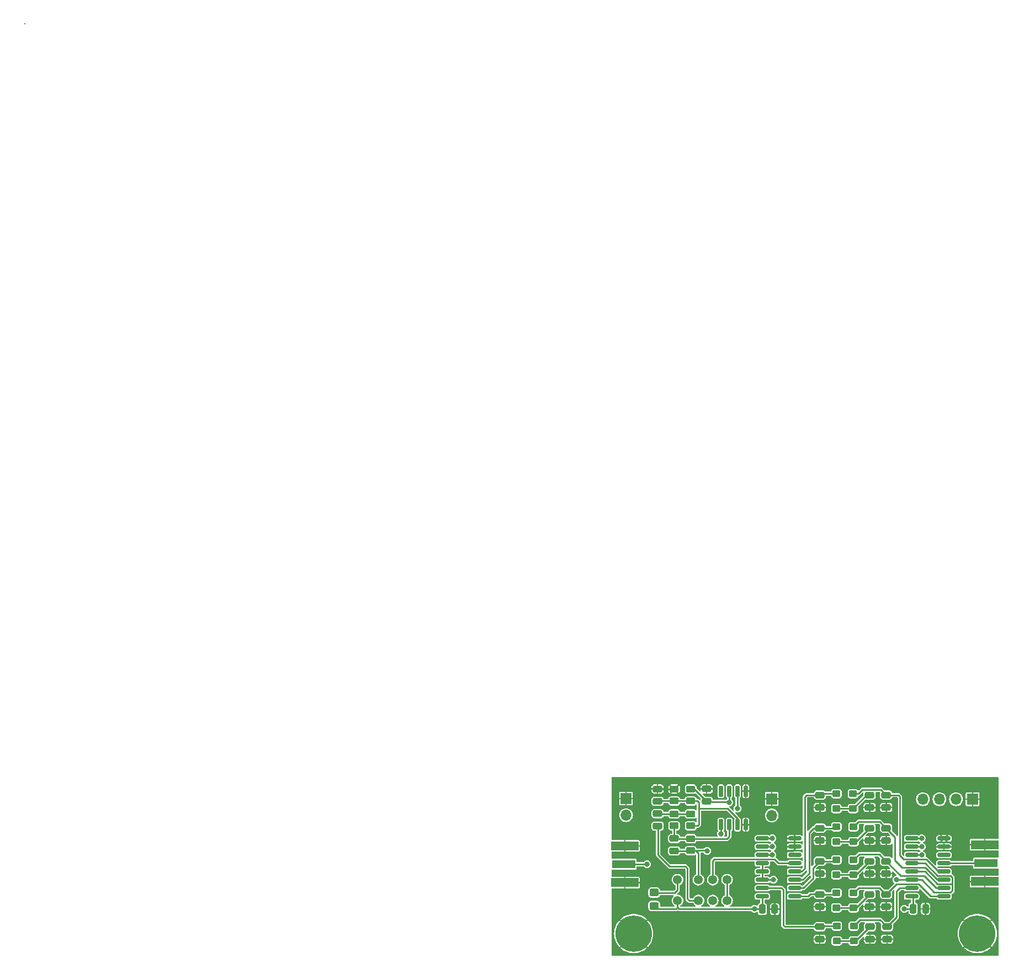
<source format=gbr>
G04 #@! TF.GenerationSoftware,KiCad,Pcbnew,8.0.1*
G04 #@! TF.CreationDate,2025-07-17T23:05:42+02:00*
G04 #@! TF.ProjectId,SDR_PreAmp_Filter_v1.1,5344525f-5072-4654-916d-705f46696c74,rev?*
G04 #@! TF.SameCoordinates,Original*
G04 #@! TF.FileFunction,Copper,L1,Top*
G04 #@! TF.FilePolarity,Positive*
%FSLAX46Y46*%
G04 Gerber Fmt 4.6, Leading zero omitted, Abs format (unit mm)*
G04 Created by KiCad (PCBNEW 8.0.1) date 2025-07-17 23:05:42*
%MOMM*%
%LPD*%
G01*
G04 APERTURE LIST*
G04 Aperture macros list*
%AMRoundRect*
0 Rectangle with rounded corners*
0 $1 Rounding radius*
0 $2 $3 $4 $5 $6 $7 $8 $9 X,Y pos of 4 corners*
0 Add a 4 corners polygon primitive as box body*
4,1,4,$2,$3,$4,$5,$6,$7,$8,$9,$2,$3,0*
0 Add four circle primitives for the rounded corners*
1,1,$1+$1,$2,$3*
1,1,$1+$1,$4,$5*
1,1,$1+$1,$6,$7*
1,1,$1+$1,$8,$9*
0 Add four rect primitives between the rounded corners*
20,1,$1+$1,$2,$3,$4,$5,0*
20,1,$1+$1,$4,$5,$6,$7,0*
20,1,$1+$1,$6,$7,$8,$9,0*
20,1,$1+$1,$8,$9,$2,$3,0*%
G04 Aperture macros list end*
G04 #@! TA.AperFunction,SMDPad,CuDef*
%ADD10RoundRect,0.250000X-0.450000X0.262500X-0.450000X-0.262500X0.450000X-0.262500X0.450000X0.262500X0*%
G04 #@! TD*
G04 #@! TA.AperFunction,SMDPad,CuDef*
%ADD11RoundRect,0.250000X0.475000X-0.250000X0.475000X0.250000X-0.475000X0.250000X-0.475000X-0.250000X0*%
G04 #@! TD*
G04 #@! TA.AperFunction,SMDPad,CuDef*
%ADD12RoundRect,0.250000X0.350000X-0.275000X0.350000X0.275000X-0.350000X0.275000X-0.350000X-0.275000X0*%
G04 #@! TD*
G04 #@! TA.AperFunction,ComponentPad*
%ADD13C,5.600000*%
G04 #@! TD*
G04 #@! TA.AperFunction,SMDPad,CuDef*
%ADD14RoundRect,0.250000X-0.350000X0.275000X-0.350000X-0.275000X0.350000X-0.275000X0.350000X0.275000X0*%
G04 #@! TD*
G04 #@! TA.AperFunction,SMDPad,CuDef*
%ADD15RoundRect,0.250000X0.450000X-0.325000X0.450000X0.325000X-0.450000X0.325000X-0.450000X-0.325000X0*%
G04 #@! TD*
G04 #@! TA.AperFunction,ComponentPad*
%ADD16R,1.700000X1.700000*%
G04 #@! TD*
G04 #@! TA.AperFunction,ComponentPad*
%ADD17O,1.700000X1.700000*%
G04 #@! TD*
G04 #@! TA.AperFunction,SMDPad,CuDef*
%ADD18RoundRect,0.250000X-0.475000X0.250000X-0.475000X-0.250000X0.475000X-0.250000X0.475000X0.250000X0*%
G04 #@! TD*
G04 #@! TA.AperFunction,ComponentPad*
%ADD19C,1.381000*%
G04 #@! TD*
G04 #@! TA.AperFunction,SMDPad,CuDef*
%ADD20RoundRect,0.150000X0.150000X-0.725000X0.150000X0.725000X-0.150000X0.725000X-0.150000X-0.725000X0*%
G04 #@! TD*
G04 #@! TA.AperFunction,SMDPad,CuDef*
%ADD21RoundRect,0.250000X0.450000X-0.262500X0.450000X0.262500X-0.450000X0.262500X-0.450000X-0.262500X0*%
G04 #@! TD*
G04 #@! TA.AperFunction,SMDPad,CuDef*
%ADD22RoundRect,0.150000X0.825000X0.150000X-0.825000X0.150000X-0.825000X-0.150000X0.825000X-0.150000X0*%
G04 #@! TD*
G04 #@! TA.AperFunction,SMDPad,CuDef*
%ADD23R,3.600000X1.270000*%
G04 #@! TD*
G04 #@! TA.AperFunction,SMDPad,CuDef*
%ADD24R,4.200000X1.350000*%
G04 #@! TD*
G04 #@! TA.AperFunction,SMDPad,CuDef*
%ADD25RoundRect,0.250000X-0.250000X-0.475000X0.250000X-0.475000X0.250000X0.475000X-0.250000X0.475000X0*%
G04 #@! TD*
G04 #@! TA.AperFunction,ViaPad*
%ADD26C,0.200000*%
G04 #@! TD*
G04 #@! TA.AperFunction,ViaPad*
%ADD27C,0.800000*%
G04 #@! TD*
G04 #@! TA.AperFunction,Conductor*
%ADD28C,0.250000*%
G04 #@! TD*
G04 APERTURE END LIST*
D10*
X102108000Y-125137500D03*
X102108000Y-126962500D03*
D11*
X129600000Y-140550000D03*
X129600000Y-138650000D03*
X121920000Y-130490000D03*
X121920000Y-128590000D03*
D12*
X124460000Y-135770000D03*
X124460000Y-133470000D03*
D13*
X146050000Y-139700000D03*
D11*
X121920000Y-120330000D03*
X121920000Y-118430000D03*
X132080000Y-135570000D03*
X132080000Y-133670000D03*
D14*
X127065000Y-123310000D03*
X127065000Y-125610000D03*
D11*
X132080000Y-120330000D03*
X132080000Y-118430000D03*
D15*
X96500000Y-135450000D03*
X96500000Y-133400000D03*
D14*
X127065000Y-133470000D03*
X127065000Y-135770000D03*
D16*
X145330000Y-119075000D03*
D17*
X142790000Y-119075000D03*
X140250000Y-119075000D03*
X137710000Y-119075000D03*
D18*
X99568000Y-125100000D03*
X99568000Y-127000000D03*
D19*
X100076000Y-134620000D03*
X103276000Y-134620000D03*
X105476000Y-134620000D03*
X107676000Y-134620000D03*
X107676000Y-131420000D03*
X105476000Y-131420000D03*
X103276000Y-131420000D03*
X100076000Y-131420000D03*
D12*
X124460000Y-120530000D03*
X124460000Y-118230000D03*
D13*
X93345000Y-139700000D03*
D20*
X106730800Y-122980600D03*
X108000800Y-122980600D03*
X109270800Y-122980600D03*
X110540800Y-122980600D03*
X110540800Y-117830600D03*
X109270800Y-117830600D03*
X108000800Y-117830600D03*
X106730800Y-117830600D03*
D14*
X127100000Y-138550000D03*
X127100000Y-140850000D03*
D21*
X99568000Y-119342500D03*
X99568000Y-117517500D03*
D22*
X118045000Y-133985000D03*
X118045000Y-132715000D03*
X118045000Y-131445000D03*
X118045000Y-130175000D03*
X118045000Y-128905000D03*
X118045000Y-127635000D03*
X118045000Y-126365000D03*
X118045000Y-125095000D03*
X113095000Y-125095000D03*
X113095000Y-126365000D03*
X113095000Y-127635000D03*
X113095000Y-128905000D03*
X113095000Y-130175000D03*
X113095000Y-131445000D03*
X113095000Y-132715000D03*
X113095000Y-133985000D03*
D11*
X132200000Y-140550000D03*
X132200000Y-138650000D03*
X121920000Y-135570000D03*
X121920000Y-133670000D03*
D12*
X124500000Y-140850000D03*
X124500000Y-138550000D03*
D11*
X129540000Y-125410000D03*
X129540000Y-123510000D03*
D18*
X97028000Y-121290000D03*
X97028000Y-123190000D03*
D11*
X97012800Y-119390200D03*
X97012800Y-117490200D03*
D12*
X124460000Y-130690000D03*
X124460000Y-128390000D03*
D23*
X91798800Y-129057400D03*
D24*
X91998800Y-126232400D03*
X91998800Y-131882400D03*
D16*
X92175000Y-118975000D03*
D17*
X92175000Y-121515000D03*
D11*
X132080000Y-130490000D03*
X132080000Y-128590000D03*
X129540000Y-130490000D03*
X129540000Y-128590000D03*
X121900000Y-140550000D03*
X121900000Y-138650000D03*
D22*
X140950000Y-133985000D03*
X140950000Y-132715000D03*
X140950000Y-131445000D03*
X140950000Y-130175000D03*
X140950000Y-128905000D03*
X140950000Y-127635000D03*
X140950000Y-126365000D03*
X140950000Y-125095000D03*
X136000000Y-125095000D03*
X136000000Y-126365000D03*
X136000000Y-127635000D03*
X136000000Y-128905000D03*
X136000000Y-130175000D03*
X136000000Y-131445000D03*
X136000000Y-132715000D03*
X136000000Y-133985000D03*
D14*
X127000000Y-118230000D03*
X127000000Y-120530000D03*
X127065000Y-128390000D03*
X127065000Y-130690000D03*
D23*
X147393000Y-128874000D03*
D24*
X147193000Y-131699000D03*
X147193000Y-126049000D03*
D11*
X129540000Y-135570000D03*
X129540000Y-133670000D03*
D25*
X136210000Y-135890000D03*
X138110000Y-135890000D03*
D11*
X121920000Y-125410000D03*
X121920000Y-123510000D03*
D12*
X124460000Y-125610000D03*
X124460000Y-123310000D03*
D10*
X99568000Y-121327500D03*
X99568000Y-123152500D03*
D25*
X113080800Y-135940800D03*
X114980800Y-135940800D03*
D11*
X129540000Y-120330000D03*
X129540000Y-118430000D03*
X132080000Y-125410000D03*
X132080000Y-123510000D03*
D21*
X102108000Y-123152500D03*
X102108000Y-121327500D03*
D11*
X104546400Y-119380000D03*
X104546400Y-117480000D03*
D16*
X114526000Y-119024400D03*
D17*
X114526000Y-121564400D03*
D10*
X102108000Y-117517500D03*
X102108000Y-119342500D03*
D26*
X0Y0D03*
X0Y0D03*
X0Y0D03*
X0Y0D03*
X0Y0D03*
D27*
X134874000Y-135890000D03*
X111861600Y-135890000D03*
X108000800Y-119532400D03*
X121920000Y-132080000D03*
X104425000Y-129075000D03*
X116000000Y-130250000D03*
X106125000Y-133000000D03*
X105100000Y-122700000D03*
X109450000Y-133000000D03*
X121894600Y-127000000D03*
X100900000Y-128200000D03*
X109125000Y-126450000D03*
X98225000Y-134750000D03*
X121920000Y-137134600D03*
X121920000Y-121920000D03*
X116027200Y-126974600D03*
X116025000Y-125750000D03*
X114604800Y-125095000D03*
X137515600Y-125095000D03*
X114630200Y-126365000D03*
X137541000Y-126365000D03*
X114630200Y-127635000D03*
X137541000Y-127635000D03*
X133680200Y-131419600D03*
X114808000Y-131445000D03*
X95407400Y-129057400D03*
X106730800Y-124383800D03*
X109270800Y-120500000D03*
X104622600Y-127000000D03*
D28*
X113080800Y-133999200D02*
X113095000Y-133985000D01*
X113795000Y-133985000D02*
X113418249Y-133985000D01*
X135001000Y-135890000D02*
X134874000Y-135763000D01*
X113080800Y-135940800D02*
X113080800Y-133999200D01*
X104666400Y-119500000D02*
X107968400Y-119500000D01*
X107968400Y-119500000D02*
X108000800Y-119532400D01*
X113030000Y-135890000D02*
X113080800Y-135940800D01*
X102108000Y-117517500D02*
X102683900Y-117517500D01*
X100076000Y-135661400D02*
X100304600Y-135890000D01*
X102683900Y-117517500D02*
X104546400Y-119380000D01*
X96700000Y-135900000D02*
X99837400Y-135900000D01*
X136210000Y-134195000D02*
X136000000Y-133985000D01*
X96500000Y-135700000D02*
X96700000Y-135900000D01*
X111861600Y-135890000D02*
X113030000Y-135890000D01*
X108000800Y-119532400D02*
X108000800Y-117830600D01*
X100076000Y-134620000D02*
X100076000Y-135661400D01*
X136210000Y-135890000D02*
X135001000Y-135890000D01*
X136210000Y-135890000D02*
X136210000Y-134195000D01*
X100304600Y-135890000D02*
X111861600Y-135890000D01*
X104546400Y-119380000D02*
X104666400Y-119500000D01*
X99837400Y-135900000D02*
X100076000Y-135661400D01*
X99469500Y-117419000D02*
X99568000Y-117517500D01*
X129514600Y-125435400D02*
X129540000Y-125410000D01*
X129540000Y-125410000D02*
X132080000Y-125410000D01*
X129540000Y-130490000D02*
X132080000Y-130490000D01*
X117779800Y-126974600D02*
X118045000Y-126709400D01*
X121920000Y-125410000D02*
X121920000Y-125730000D01*
X99568000Y-117517500D02*
X99036500Y-117517500D01*
X129540000Y-120330000D02*
X132080000Y-120330000D01*
X118045000Y-126709400D02*
X118045000Y-126365000D01*
X97028000Y-117490200D02*
X99469500Y-117490200D01*
X121920000Y-120330000D02*
X121920000Y-120650000D01*
X129600000Y-140550000D02*
X132200000Y-140550000D01*
X129540000Y-135570000D02*
X132080000Y-135570000D01*
X116027200Y-126974600D02*
X117779800Y-126974600D01*
X119872800Y-118430000D02*
X121920000Y-118430000D01*
X119126000Y-130175000D02*
X119617359Y-129683641D01*
X119617359Y-118685441D02*
X119872800Y-118430000D01*
X124460000Y-118230000D02*
X122120000Y-118230000D01*
X119617359Y-129683641D02*
X119617359Y-118685441D01*
X118045000Y-130175000D02*
X119126000Y-130175000D01*
X122120000Y-118230000D02*
X121920000Y-118430000D01*
X120965000Y-123510000D02*
X120250000Y-124225000D01*
X120250000Y-130448000D02*
X119253000Y-131445000D01*
X124260000Y-123510000D02*
X124460000Y-123310000D01*
X121920000Y-123510000D02*
X120965000Y-123510000D01*
X120250000Y-124225000D02*
X120250000Y-130448000D01*
X121920000Y-123510000D02*
X124260000Y-123510000D01*
X119253000Y-131445000D02*
X118045000Y-131445000D01*
X124460000Y-125610000D02*
X127065000Y-125610000D01*
X127440000Y-125610000D02*
X129540000Y-123510000D01*
X127065000Y-125610000D02*
X127440000Y-125610000D01*
X133426200Y-128422400D02*
X133426200Y-124856200D01*
X140950000Y-131445000D02*
X139936853Y-131445000D01*
X127065000Y-123310000D02*
X127845400Y-122529600D01*
X139936853Y-131445000D02*
X138031853Y-129540000D01*
X138031853Y-129540000D02*
X134543800Y-129540000D01*
X127845400Y-122529600D02*
X131099600Y-122529600D01*
X133426200Y-124856200D02*
X132080000Y-123510000D01*
X134543800Y-129540000D02*
X133426200Y-128422400D01*
X131099600Y-122529600D02*
X132080000Y-123510000D01*
X127000000Y-120530000D02*
X124460000Y-120530000D01*
X129100000Y-118430000D02*
X127000000Y-120530000D01*
X129540000Y-118430000D02*
X129100000Y-118430000D01*
X121920000Y-128590000D02*
X120870000Y-129640000D01*
X120870000Y-131225000D02*
X119380000Y-132715000D01*
X119380000Y-132715000D02*
X118045000Y-132715000D01*
X121920000Y-128590000D02*
X124260000Y-128590000D01*
X124260000Y-128590000D02*
X124460000Y-128390000D01*
X120870000Y-129640000D02*
X120870000Y-131225000D01*
X127440000Y-130690000D02*
X129540000Y-128590000D01*
X127065000Y-130690000D02*
X127440000Y-130690000D01*
X124460000Y-130690000D02*
X127065000Y-130690000D01*
X130998000Y-127508000D02*
X132080000Y-128590000D01*
X137873604Y-130810000D02*
X134300000Y-130810000D01*
X134300000Y-130810000D02*
X132080000Y-128590000D01*
X140950000Y-132715000D02*
X139778604Y-132715000D01*
X127947000Y-127508000D02*
X130998000Y-127508000D01*
X127065000Y-128390000D02*
X127947000Y-127508000D01*
X139778604Y-132715000D02*
X137873604Y-130810000D01*
X121904800Y-133654800D02*
X121920000Y-133670000D01*
X120091200Y-133985000D02*
X120421400Y-133654800D01*
X120421400Y-133654800D02*
X121904800Y-133654800D01*
X121920000Y-133670000D02*
X124260000Y-133670000D01*
X124260000Y-133670000D02*
X124460000Y-133470000D01*
X118045000Y-133985000D02*
X120091200Y-133985000D01*
X128426827Y-117605000D02*
X131255000Y-117605000D01*
X131255000Y-117605000D02*
X132080000Y-118430000D01*
X138206396Y-128270000D02*
X134745604Y-128270000D01*
X134200000Y-118650000D02*
X133980000Y-118430000D01*
X134200000Y-127724396D02*
X134200000Y-118650000D01*
X127000000Y-118230000D02*
X127801827Y-118230000D01*
X140111396Y-130175000D02*
X138206396Y-128270000D01*
X133980000Y-118430000D02*
X132080000Y-118430000D01*
X127801827Y-118230000D02*
X128426827Y-117605000D01*
X134745604Y-128270000D02*
X134200000Y-127724396D01*
X140950000Y-130175000D02*
X140111396Y-130175000D01*
X127065000Y-135770000D02*
X127440000Y-135770000D01*
X127440000Y-135770000D02*
X129540000Y-133670000D01*
X124460000Y-135770000D02*
X127065000Y-135770000D01*
X140950000Y-133985000D02*
X138916751Y-133985000D01*
X137011751Y-132080000D02*
X133670000Y-132080000D01*
X133670000Y-132080000D02*
X132080000Y-133670000D01*
X127870800Y-132664200D02*
X131074200Y-132664200D01*
X138916751Y-133985000D02*
X137011751Y-132080000D01*
X131074200Y-132664200D02*
X132080000Y-133670000D01*
X127065000Y-133470000D02*
X127870800Y-132664200D01*
X116027200Y-132715000D02*
X113095000Y-132715000D01*
X124313000Y-138550000D02*
X121813000Y-138550000D01*
X116306600Y-138404600D02*
X116306600Y-132994400D01*
X121900000Y-138650000D02*
X116552000Y-138650000D01*
X122000000Y-138550000D02*
X121900000Y-138650000D01*
X116552000Y-138650000D02*
X116306600Y-138404600D01*
X116306600Y-132994400D02*
X116027200Y-132715000D01*
X113095000Y-125095000D02*
X114604800Y-125095000D01*
X136000000Y-125095000D02*
X137515600Y-125095000D01*
X113095000Y-126365000D02*
X114630200Y-126365000D01*
X136000000Y-126365000D02*
X137541000Y-126365000D01*
X113095000Y-127635000D02*
X114630200Y-127635000D01*
X135509000Y-127635000D02*
X136000000Y-127635000D01*
X136000000Y-127635000D02*
X137541000Y-127635000D01*
X124500000Y-140850000D02*
X127100000Y-140850000D01*
X127400000Y-140850000D02*
X129600000Y-138650000D01*
X127100000Y-140850000D02*
X127400000Y-140850000D01*
X134162800Y-132715000D02*
X135008249Y-132715000D01*
X128058200Y-137591800D02*
X131141800Y-137591800D01*
X133654800Y-137195200D02*
X133654800Y-133223000D01*
X133654800Y-133223000D02*
X134162800Y-132715000D01*
X127100000Y-138550000D02*
X128058200Y-137591800D01*
X131141800Y-137591800D02*
X132200000Y-138650000D01*
X132200000Y-138650000D02*
X133654800Y-137195200D01*
X139925457Y-132070000D02*
X138030457Y-130175000D01*
X139928249Y-130800000D02*
X138033249Y-128905000D01*
X142250000Y-133061751D02*
X142250000Y-132140000D01*
X141976000Y-130800000D02*
X139928249Y-130800000D01*
X114808000Y-131445000D02*
X113095000Y-131445000D01*
X142250000Y-132140000D02*
X142180000Y-132070000D01*
X133705600Y-131445000D02*
X133680200Y-131419600D01*
X142250000Y-131074000D02*
X141976000Y-130800000D01*
X142250000Y-132000000D02*
X142250000Y-131074000D01*
X137541000Y-131445000D02*
X139436000Y-133340000D01*
X114935000Y-131445000D02*
X114808000Y-131445000D01*
X138030457Y-130175000D02*
X136000000Y-130175000D01*
X138033249Y-128905000D02*
X136000000Y-128905000D01*
X142180000Y-132070000D02*
X139925457Y-132070000D01*
X113095000Y-131445000D02*
X113095000Y-128905000D01*
X136000000Y-131445000D02*
X133705600Y-131445000D01*
X142180000Y-132070000D02*
X142250000Y-132000000D01*
X133680200Y-131419600D02*
X133680200Y-131343400D01*
X141971751Y-133340000D02*
X142250000Y-133061751D01*
X139436000Y-133340000D02*
X141971751Y-133340000D01*
X136000000Y-131445000D02*
X137541000Y-131445000D01*
X95407400Y-129057400D02*
X91798800Y-129057400D01*
X97028000Y-121290000D02*
X97065500Y-121327500D01*
X99568000Y-121327500D02*
X102108000Y-121327500D01*
X97065500Y-121327500D02*
X99568000Y-121327500D01*
X108000800Y-122980600D02*
X108000800Y-124815600D01*
X99605500Y-125137500D02*
X99568000Y-125100000D01*
X107678900Y-125137500D02*
X102108000Y-125137500D01*
X108000800Y-124815600D02*
X107678900Y-125137500D01*
X99568000Y-125100000D02*
X99568000Y-123152500D01*
X102108000Y-125137500D02*
X99605500Y-125137500D01*
X114935000Y-128270000D02*
X115570000Y-128905000D01*
X105705000Y-128270000D02*
X114935000Y-128270000D01*
X115570000Y-128905000D02*
X118045000Y-128905000D01*
X105476000Y-128499000D02*
X105705000Y-128270000D01*
X105476000Y-131420000D02*
X105476000Y-128499000D01*
X107750000Y-120500000D02*
X103362800Y-120500000D01*
X103102498Y-119342500D02*
X102108000Y-119342500D01*
X109270800Y-122020800D02*
X107750000Y-120500000D01*
X103362800Y-120015000D02*
X103362800Y-119522200D01*
X102108000Y-119342500D02*
X99568000Y-119342500D01*
X102108000Y-123152500D02*
X103161500Y-123152500D01*
X109270800Y-122980600D02*
X109270800Y-122020800D01*
X103362800Y-121666000D02*
X103362800Y-120015000D01*
X103161500Y-123152500D02*
X103362800Y-122951200D01*
X103362800Y-122951200D02*
X103362800Y-121666000D01*
X103362800Y-120500000D02*
X103362800Y-121666000D01*
X99568000Y-119342500D02*
X97117500Y-119342500D01*
X103362800Y-119522200D02*
X103102498Y-119342500D01*
X97117500Y-119342500D02*
X97028000Y-119253000D01*
X101600000Y-134350000D02*
X101870000Y-134620000D01*
X97100000Y-123262000D02*
X97100000Y-127625000D01*
X101600000Y-129700000D02*
X101600000Y-134350000D01*
X101300000Y-129400000D02*
X101600000Y-129700000D01*
X97028000Y-123190000D02*
X97100000Y-123262000D01*
X97100000Y-127625000D02*
X98875000Y-129400000D01*
X101870000Y-134620000D02*
X103276000Y-134620000D01*
X98875000Y-129400000D02*
X101300000Y-129400000D01*
X103276000Y-127393000D02*
X102845500Y-126962500D01*
X102845500Y-126962500D02*
X104585100Y-126962500D01*
X102108000Y-126962500D02*
X102845500Y-126962500D01*
X109270800Y-120500000D02*
X109270800Y-117830600D01*
X103276000Y-131420000D02*
X103276000Y-127393000D01*
X106730800Y-124383800D02*
X106730800Y-122980600D01*
X102070500Y-127000000D02*
X102108000Y-126962500D01*
X104585100Y-126962500D02*
X104622600Y-127000000D01*
X99568000Y-127000000D02*
X102070500Y-127000000D01*
X107676000Y-131420000D02*
X107676000Y-134620000D01*
X140950000Y-128905000D02*
X147429500Y-128905000D01*
X100076000Y-133045200D02*
X100076000Y-131420000D01*
X99644200Y-133477000D02*
X100076000Y-133045200D01*
X96673000Y-133477000D02*
X99644200Y-133477000D01*
G04 #@! TA.AperFunction,Conductor*
G36*
X149311191Y-115715907D02*
G01*
X149347155Y-115765407D01*
X149352000Y-115796000D01*
X149352000Y-125075000D01*
X149333093Y-125133191D01*
X149283593Y-125169155D01*
X149253000Y-125174000D01*
X147293001Y-125174000D01*
X147293000Y-125174001D01*
X147293000Y-126923999D01*
X147293001Y-126924000D01*
X149253000Y-126924000D01*
X149311191Y-126942907D01*
X149347155Y-126992407D01*
X149352000Y-127023000D01*
X149352000Y-127945566D01*
X149333093Y-128003757D01*
X149283593Y-128039721D01*
X149233688Y-128042664D01*
X149212756Y-128038500D01*
X149212748Y-128038500D01*
X145573252Y-128038500D01*
X145573251Y-128038500D01*
X145573241Y-128038501D01*
X145514772Y-128050132D01*
X145514766Y-128050134D01*
X145448451Y-128094445D01*
X145448445Y-128094451D01*
X145404134Y-128160766D01*
X145404132Y-128160772D01*
X145392501Y-128219241D01*
X145392500Y-128219253D01*
X145392500Y-128480500D01*
X145373593Y-128538691D01*
X145324093Y-128574655D01*
X145293500Y-128579500D01*
X142136188Y-128579500D01*
X142077997Y-128560593D01*
X142066184Y-128550504D01*
X142064198Y-128548518D01*
X142064198Y-128548517D01*
X141981483Y-128465802D01*
X141980360Y-128465253D01*
X141876395Y-128414427D01*
X141849139Y-128410456D01*
X141808260Y-128404500D01*
X140091740Y-128404500D01*
X140057673Y-128409463D01*
X140023604Y-128414427D01*
X139918518Y-128465801D01*
X139835801Y-128548518D01*
X139784427Y-128653604D01*
X139782926Y-128663907D01*
X139774500Y-128721740D01*
X139774500Y-129088260D01*
X139775719Y-129096630D01*
X139780856Y-129131888D01*
X139770535Y-129192197D01*
X139726737Y-129234921D01*
X139666190Y-129243741D01*
X139612886Y-129216164D01*
X139274604Y-128877882D01*
X138406258Y-128009535D01*
X138406255Y-128009533D01*
X138406253Y-128009531D01*
X138332038Y-127966683D01*
X138332040Y-127966683D01*
X138299917Y-127958076D01*
X138249249Y-127944500D01*
X138249247Y-127944500D01*
X138210942Y-127944500D01*
X138152751Y-127925593D01*
X138116787Y-127876093D01*
X138116787Y-127818260D01*
X139774500Y-127818260D01*
X139776898Y-127834719D01*
X139784427Y-127886395D01*
X139823678Y-127966683D01*
X139835802Y-127991483D01*
X139918517Y-128074198D01*
X139966855Y-128097829D01*
X140023604Y-128125572D01*
X140023605Y-128125572D01*
X140023607Y-128125573D01*
X140091740Y-128135500D01*
X140091743Y-128135500D01*
X141808257Y-128135500D01*
X141808260Y-128135500D01*
X141876393Y-128125573D01*
X141981483Y-128074198D01*
X142064198Y-127991483D01*
X142115573Y-127886393D01*
X142125500Y-127818260D01*
X142125500Y-127451740D01*
X142115573Y-127383607D01*
X142096409Y-127344407D01*
X142078077Y-127306907D01*
X142064198Y-127278517D01*
X141981483Y-127195802D01*
X141963429Y-127186976D01*
X141876395Y-127144427D01*
X141849139Y-127140456D01*
X141808260Y-127134500D01*
X140091740Y-127134500D01*
X140057673Y-127139463D01*
X140023604Y-127144427D01*
X139918518Y-127195801D01*
X139835801Y-127278518D01*
X139784427Y-127383604D01*
X139783233Y-127391802D01*
X139774500Y-127451740D01*
X139774500Y-127818260D01*
X138116787Y-127818260D01*
X138116787Y-127814907D01*
X138119477Y-127807615D01*
X138126044Y-127791762D01*
X138146682Y-127635000D01*
X138144518Y-127618566D01*
X138135116Y-127547150D01*
X138126044Y-127478238D01*
X138126042Y-127478233D01*
X138065537Y-127332161D01*
X138065537Y-127332160D01*
X137969286Y-127206723D01*
X137969285Y-127206722D01*
X137969282Y-127206718D01*
X137969277Y-127206714D01*
X137969276Y-127206713D01*
X137893031Y-127148209D01*
X137843841Y-127110464D01*
X137843840Y-127110463D01*
X137843838Y-127110462D01*
X137797972Y-127091464D01*
X137751446Y-127051728D01*
X137737162Y-126992233D01*
X137760577Y-126935705D01*
X137797972Y-126908536D01*
X137826723Y-126896626D01*
X137843841Y-126889536D01*
X137969282Y-126793282D01*
X138065536Y-126667841D01*
X138115086Y-126548216D01*
X139775001Y-126548216D01*
X139784912Y-126616250D01*
X139836214Y-126721188D01*
X139918812Y-126803786D01*
X140023751Y-126855087D01*
X140091784Y-126864999D01*
X140849998Y-126864999D01*
X140850000Y-126864998D01*
X141050000Y-126864998D01*
X141050001Y-126864999D01*
X141808213Y-126864999D01*
X141808216Y-126864998D01*
X141876250Y-126855087D01*
X141981188Y-126803785D01*
X142041273Y-126743700D01*
X144893000Y-126743700D01*
X144904603Y-126802036D01*
X144948806Y-126868189D01*
X144948810Y-126868193D01*
X145014963Y-126912396D01*
X145073299Y-126923999D01*
X145073303Y-126924000D01*
X147092999Y-126924000D01*
X147093000Y-126923999D01*
X147093000Y-126149001D01*
X147092999Y-126149000D01*
X144893001Y-126149000D01*
X144893000Y-126149001D01*
X144893000Y-126743700D01*
X142041273Y-126743700D01*
X142063786Y-126721187D01*
X142115087Y-126616248D01*
X142125000Y-126548215D01*
X142125000Y-126465001D01*
X142124999Y-126465000D01*
X141050001Y-126465000D01*
X141050000Y-126465001D01*
X141050000Y-126864998D01*
X140850000Y-126864998D01*
X140850000Y-126465001D01*
X140849999Y-126465000D01*
X139775002Y-126465000D01*
X139775001Y-126465001D01*
X139775001Y-126548216D01*
X138115086Y-126548216D01*
X138126044Y-126521762D01*
X138146682Y-126365000D01*
X138133517Y-126264999D01*
X139775000Y-126264999D01*
X139775001Y-126265000D01*
X140849999Y-126265000D01*
X140850000Y-126264999D01*
X141050000Y-126264999D01*
X141050001Y-126265000D01*
X142124998Y-126265000D01*
X142124999Y-126264999D01*
X142124999Y-126181786D01*
X142124998Y-126181783D01*
X142115087Y-126113749D01*
X142063785Y-126008811D01*
X142003973Y-125948999D01*
X144893000Y-125948999D01*
X144893001Y-125949000D01*
X147092999Y-125949000D01*
X147093000Y-125948999D01*
X147093000Y-125174001D01*
X147092999Y-125174000D01*
X145073299Y-125174000D01*
X145014963Y-125185603D01*
X144948810Y-125229806D01*
X144948806Y-125229810D01*
X144904603Y-125295963D01*
X144893000Y-125354299D01*
X144893000Y-125948999D01*
X142003973Y-125948999D01*
X141981187Y-125926213D01*
X141876248Y-125874912D01*
X141808216Y-125865000D01*
X141050001Y-125865000D01*
X141050000Y-125865001D01*
X141050000Y-126264999D01*
X140850000Y-126264999D01*
X140850000Y-125865001D01*
X140849999Y-125865000D01*
X140091786Y-125865000D01*
X140091783Y-125865001D01*
X140023749Y-125874912D01*
X139918811Y-125926214D01*
X139836213Y-126008812D01*
X139784912Y-126113751D01*
X139775000Y-126181784D01*
X139775000Y-126264999D01*
X138133517Y-126264999D01*
X138126044Y-126208238D01*
X138094631Y-126132400D01*
X138065537Y-126062161D01*
X138065537Y-126062160D01*
X137969286Y-125936723D01*
X137969285Y-125936722D01*
X137969282Y-125936718D01*
X137969277Y-125936714D01*
X137969276Y-125936713D01*
X137901730Y-125884884D01*
X137843841Y-125840464D01*
X137843839Y-125840463D01*
X137785271Y-125816203D01*
X137738745Y-125776466D01*
X137724462Y-125716971D01*
X137747877Y-125660443D01*
X137785270Y-125633275D01*
X137818441Y-125619536D01*
X137943882Y-125523282D01*
X138040136Y-125397841D01*
X138089688Y-125278213D01*
X139775000Y-125278213D01*
X139775001Y-125278216D01*
X139784912Y-125346250D01*
X139836214Y-125451188D01*
X139918812Y-125533786D01*
X140023751Y-125585087D01*
X140091784Y-125594999D01*
X140308577Y-125594999D01*
X140591423Y-125594999D01*
X141308577Y-125594999D01*
X140950000Y-125236421D01*
X140591423Y-125594999D01*
X140308577Y-125594999D01*
X140808577Y-125094999D01*
X141091421Y-125094999D01*
X141591421Y-125594999D01*
X141808213Y-125594999D01*
X141808216Y-125594998D01*
X141876250Y-125585087D01*
X141981188Y-125533785D01*
X142063786Y-125451187D01*
X142115087Y-125346248D01*
X142124999Y-125278215D01*
X142124999Y-124911786D01*
X142124998Y-124911783D01*
X142115087Y-124843749D01*
X142063785Y-124738811D01*
X141981187Y-124656213D01*
X141876248Y-124604912D01*
X141808216Y-124595000D01*
X141591421Y-124595000D01*
X141091421Y-125094999D01*
X140808577Y-125094999D01*
X140308578Y-124595000D01*
X140591423Y-124595000D01*
X140950000Y-124953577D01*
X141308577Y-124595000D01*
X140591423Y-124595000D01*
X140308578Y-124595000D01*
X140091785Y-124595000D01*
X140091783Y-124595001D01*
X140023750Y-124604912D01*
X139918811Y-124656214D01*
X139836213Y-124738812D01*
X139784912Y-124843751D01*
X139775000Y-124911784D01*
X139775000Y-125278213D01*
X138089688Y-125278213D01*
X138100644Y-125251762D01*
X138121282Y-125095000D01*
X138120543Y-125089390D01*
X138116122Y-125055809D01*
X138100644Y-124938238D01*
X138089668Y-124911740D01*
X138040137Y-124792161D01*
X138040137Y-124792160D01*
X137943886Y-124666723D01*
X137943885Y-124666722D01*
X137943882Y-124666718D01*
X137943877Y-124666714D01*
X137943876Y-124666713D01*
X137863335Y-124604912D01*
X137818441Y-124570464D01*
X137818440Y-124570463D01*
X137818438Y-124570462D01*
X137672366Y-124509957D01*
X137672358Y-124509955D01*
X137515601Y-124489318D01*
X137515599Y-124489318D01*
X137358841Y-124509955D01*
X137358833Y-124509957D01*
X137212763Y-124570461D01*
X137122931Y-124639391D01*
X137065254Y-124659814D01*
X137019184Y-124649789D01*
X136926395Y-124604427D01*
X136899139Y-124600456D01*
X136858260Y-124594500D01*
X135141740Y-124594500D01*
X135107673Y-124599463D01*
X135073604Y-124604427D01*
X134968518Y-124655801D01*
X134885801Y-124738518D01*
X134834427Y-124843604D01*
X134834427Y-124843607D01*
X134824500Y-124911740D01*
X134824500Y-125278260D01*
X134829125Y-125310000D01*
X134834427Y-125346395D01*
X134877594Y-125434694D01*
X134885802Y-125451483D01*
X134968517Y-125534198D01*
X135015411Y-125557123D01*
X135073604Y-125585572D01*
X135073605Y-125585572D01*
X135073607Y-125585573D01*
X135141740Y-125595500D01*
X135141743Y-125595500D01*
X136858257Y-125595500D01*
X136858260Y-125595500D01*
X136926393Y-125585573D01*
X137019183Y-125540210D01*
X137079765Y-125531639D01*
X137122931Y-125550609D01*
X137212759Y-125619536D01*
X137212761Y-125619537D01*
X137271327Y-125643796D01*
X137317853Y-125683532D01*
X137332137Y-125743027D01*
X137308722Y-125799555D01*
X137271329Y-125826723D01*
X137238164Y-125840460D01*
X137138446Y-125916976D01*
X137080770Y-125937399D01*
X137034699Y-125927374D01*
X136926395Y-125874427D01*
X136899139Y-125870456D01*
X136858260Y-125864500D01*
X135141740Y-125864500D01*
X135107673Y-125869463D01*
X135073604Y-125874427D01*
X134968518Y-125925801D01*
X134885801Y-126008518D01*
X134834427Y-126113604D01*
X134834427Y-126113607D01*
X134824500Y-126181740D01*
X134824500Y-126548260D01*
X134827917Y-126571713D01*
X134834427Y-126616395D01*
X134873210Y-126695725D01*
X134885802Y-126721483D01*
X134968517Y-126804198D01*
X134990114Y-126814756D01*
X135073604Y-126855572D01*
X135073605Y-126855572D01*
X135073607Y-126855573D01*
X135141740Y-126865500D01*
X135141743Y-126865500D01*
X136858257Y-126865500D01*
X136858260Y-126865500D01*
X136926393Y-126855573D01*
X137031483Y-126804198D01*
X137031483Y-126804197D01*
X137034698Y-126802626D01*
X137095280Y-126794054D01*
X137138446Y-126813024D01*
X137238159Y-126889536D01*
X137284028Y-126908536D01*
X137330554Y-126948273D01*
X137344837Y-127007768D01*
X137321422Y-127064296D01*
X137284028Y-127091464D01*
X137238162Y-127110462D01*
X137238159Y-127110463D01*
X137238159Y-127110464D01*
X137188969Y-127148209D01*
X137138446Y-127186976D01*
X137080770Y-127207399D01*
X137034699Y-127197374D01*
X136926395Y-127144427D01*
X136899139Y-127140456D01*
X136858260Y-127134500D01*
X135141740Y-127134500D01*
X135107673Y-127139463D01*
X135073604Y-127144427D01*
X134968518Y-127195801D01*
X134885801Y-127278518D01*
X134834427Y-127383604D01*
X134833233Y-127391802D01*
X134824876Y-127449165D01*
X134824500Y-127451743D01*
X134824500Y-127649562D01*
X134805593Y-127707753D01*
X134756093Y-127743717D01*
X134694907Y-127743717D01*
X134655497Y-127719566D01*
X134554495Y-127618564D01*
X134526719Y-127564049D01*
X134525500Y-127548562D01*
X134525500Y-119075000D01*
X136654417Y-119075000D01*
X136674698Y-119280929D01*
X136674699Y-119280934D01*
X136734768Y-119478954D01*
X136832316Y-119661452D01*
X136952055Y-119807355D01*
X136963590Y-119821410D01*
X136963595Y-119821414D01*
X137123547Y-119952683D01*
X137123548Y-119952683D01*
X137123550Y-119952685D01*
X137306046Y-120050232D01*
X137430038Y-120087844D01*
X137504065Y-120110300D01*
X137504070Y-120110301D01*
X137709997Y-120130583D01*
X137710000Y-120130583D01*
X137710003Y-120130583D01*
X137915929Y-120110301D01*
X137915934Y-120110300D01*
X137929803Y-120106093D01*
X138113954Y-120050232D01*
X138296450Y-119952685D01*
X138456410Y-119821410D01*
X138587685Y-119661450D01*
X138685232Y-119478954D01*
X138745300Y-119280934D01*
X138745301Y-119280929D01*
X138765583Y-119075000D01*
X139194417Y-119075000D01*
X139214698Y-119280929D01*
X139214699Y-119280934D01*
X139274768Y-119478954D01*
X139372316Y-119661452D01*
X139492055Y-119807355D01*
X139503590Y-119821410D01*
X139503595Y-119821414D01*
X139663547Y-119952683D01*
X139663548Y-119952683D01*
X139663550Y-119952685D01*
X139846046Y-120050232D01*
X139970038Y-120087844D01*
X140044065Y-120110300D01*
X140044070Y-120110301D01*
X140249997Y-120130583D01*
X140250000Y-120130583D01*
X140250003Y-120130583D01*
X140455929Y-120110301D01*
X140455934Y-120110300D01*
X140469803Y-120106093D01*
X140653954Y-120050232D01*
X140836450Y-119952685D01*
X140996410Y-119821410D01*
X141127685Y-119661450D01*
X141225232Y-119478954D01*
X141285300Y-119280934D01*
X141285301Y-119280929D01*
X141305583Y-119075000D01*
X141734417Y-119075000D01*
X141754698Y-119280929D01*
X141754699Y-119280934D01*
X141814768Y-119478954D01*
X141912316Y-119661452D01*
X142032055Y-119807355D01*
X142043590Y-119821410D01*
X142043595Y-119821414D01*
X142203547Y-119952683D01*
X142203548Y-119952683D01*
X142203550Y-119952685D01*
X142386046Y-120050232D01*
X142510038Y-120087844D01*
X142584065Y-120110300D01*
X142584070Y-120110301D01*
X142789997Y-120130583D01*
X142790000Y-120130583D01*
X142790003Y-120130583D01*
X142995929Y-120110301D01*
X142995934Y-120110300D01*
X143009803Y-120106093D01*
X143193954Y-120050232D01*
X143376450Y-119952685D01*
X143386180Y-119944700D01*
X144280000Y-119944700D01*
X144291603Y-120003036D01*
X144335806Y-120069189D01*
X144335810Y-120069193D01*
X144401963Y-120113396D01*
X144460299Y-120124999D01*
X144460303Y-120125000D01*
X145229999Y-120125000D01*
X145230000Y-120124999D01*
X145230000Y-119565842D01*
X145264174Y-119575000D01*
X145395826Y-119575000D01*
X145430000Y-119565842D01*
X145430000Y-120124999D01*
X145430001Y-120125000D01*
X146199697Y-120125000D01*
X146199700Y-120124999D01*
X146258036Y-120113396D01*
X146324189Y-120069193D01*
X146324193Y-120069189D01*
X146368396Y-120003036D01*
X146379999Y-119944700D01*
X146380000Y-119944697D01*
X146380000Y-119175001D01*
X146379999Y-119175000D01*
X145820843Y-119175000D01*
X145830000Y-119140826D01*
X145830000Y-119009174D01*
X145820843Y-118975000D01*
X146379999Y-118975000D01*
X146380000Y-118974999D01*
X146380000Y-118205302D01*
X146379999Y-118205299D01*
X146368396Y-118146963D01*
X146324193Y-118080810D01*
X146324189Y-118080806D01*
X146258036Y-118036603D01*
X146199700Y-118025000D01*
X145430001Y-118025000D01*
X145430000Y-118025001D01*
X145430000Y-118584157D01*
X145395826Y-118575000D01*
X145264174Y-118575000D01*
X145230000Y-118584157D01*
X145230000Y-118025001D01*
X145229999Y-118025000D01*
X144460299Y-118025000D01*
X144401963Y-118036603D01*
X144335810Y-118080806D01*
X144335806Y-118080810D01*
X144291603Y-118146963D01*
X144280000Y-118205299D01*
X144280000Y-118974999D01*
X144280001Y-118975000D01*
X144839157Y-118975000D01*
X144830000Y-119009174D01*
X144830000Y-119140826D01*
X144839157Y-119175000D01*
X144280001Y-119175000D01*
X144280000Y-119175001D01*
X144280000Y-119944700D01*
X143386180Y-119944700D01*
X143536410Y-119821410D01*
X143667685Y-119661450D01*
X143765232Y-119478954D01*
X143825300Y-119280934D01*
X143825301Y-119280929D01*
X143845583Y-119075000D01*
X143845583Y-119074996D01*
X143825301Y-118869070D01*
X143825300Y-118869065D01*
X143792758Y-118761788D01*
X143765232Y-118671046D01*
X143667685Y-118488550D01*
X143665250Y-118485583D01*
X143536414Y-118328595D01*
X143536410Y-118328590D01*
X143421217Y-118234054D01*
X143376452Y-118197316D01*
X143193954Y-118099768D01*
X142995934Y-118039699D01*
X142995929Y-118039698D01*
X142790003Y-118019417D01*
X142789997Y-118019417D01*
X142584070Y-118039698D01*
X142584065Y-118039699D01*
X142386045Y-118099768D01*
X142203547Y-118197316D01*
X142043595Y-118328585D01*
X142043585Y-118328595D01*
X141912316Y-118488547D01*
X141814768Y-118671045D01*
X141754699Y-118869065D01*
X141754698Y-118869070D01*
X141734417Y-119074996D01*
X141734417Y-119075000D01*
X141305583Y-119075000D01*
X141305583Y-119074996D01*
X141285301Y-118869070D01*
X141285300Y-118869065D01*
X141252758Y-118761788D01*
X141225232Y-118671046D01*
X141127685Y-118488550D01*
X141125250Y-118485583D01*
X140996414Y-118328595D01*
X140996410Y-118328590D01*
X140881217Y-118234054D01*
X140836452Y-118197316D01*
X140653954Y-118099768D01*
X140455934Y-118039699D01*
X140455929Y-118039698D01*
X140250003Y-118019417D01*
X140249997Y-118019417D01*
X140044070Y-118039698D01*
X140044065Y-118039699D01*
X139846045Y-118099768D01*
X139663547Y-118197316D01*
X139503595Y-118328585D01*
X139503585Y-118328595D01*
X139372316Y-118488547D01*
X139274768Y-118671045D01*
X139214699Y-118869065D01*
X139214698Y-118869070D01*
X139194417Y-119074996D01*
X139194417Y-119075000D01*
X138765583Y-119075000D01*
X138765583Y-119074996D01*
X138745301Y-118869070D01*
X138745300Y-118869065D01*
X138712758Y-118761788D01*
X138685232Y-118671046D01*
X138587685Y-118488550D01*
X138585250Y-118485583D01*
X138456414Y-118328595D01*
X138456410Y-118328590D01*
X138341217Y-118234054D01*
X138296452Y-118197316D01*
X138113954Y-118099768D01*
X137915934Y-118039699D01*
X137915929Y-118039698D01*
X137710003Y-118019417D01*
X137709997Y-118019417D01*
X137504070Y-118039698D01*
X137504065Y-118039699D01*
X137306045Y-118099768D01*
X137123547Y-118197316D01*
X136963595Y-118328585D01*
X136963585Y-118328595D01*
X136832316Y-118488547D01*
X136734768Y-118671045D01*
X136674699Y-118869065D01*
X136674698Y-118869070D01*
X136654417Y-119074996D01*
X136654417Y-119075000D01*
X134525500Y-119075000D01*
X134525500Y-118607147D01*
X134512814Y-118559801D01*
X134512814Y-118559800D01*
X134503317Y-118524359D01*
X134503316Y-118524357D01*
X134460468Y-118450142D01*
X134460466Y-118450140D01*
X134460465Y-118450138D01*
X134179862Y-118169535D01*
X134179859Y-118169533D01*
X134179857Y-118169531D01*
X134105642Y-118126683D01*
X134105644Y-118126683D01*
X134073521Y-118118076D01*
X134022853Y-118104500D01*
X134022851Y-118104500D01*
X133076109Y-118104500D01*
X133017918Y-118085593D01*
X132982665Y-118038198D01*
X132975252Y-118017013D01*
X132957793Y-117967118D01*
X132945700Y-117950733D01*
X132877154Y-117857855D01*
X132877151Y-117857852D01*
X132877150Y-117857850D01*
X132877146Y-117857847D01*
X132877144Y-117857845D01*
X132767883Y-117777207D01*
X132639703Y-117732355D01*
X132639694Y-117732353D01*
X132609274Y-117729500D01*
X132609266Y-117729500D01*
X131880835Y-117729500D01*
X131822644Y-117710593D01*
X131810832Y-117700504D01*
X131454862Y-117344535D01*
X131454857Y-117344531D01*
X131380642Y-117301683D01*
X131380644Y-117301683D01*
X131348521Y-117293076D01*
X131297853Y-117279500D01*
X128383974Y-117279500D01*
X128301189Y-117301682D01*
X128226962Y-117344537D01*
X127866660Y-117704838D01*
X127812144Y-117732615D01*
X127751712Y-117723044D01*
X127717002Y-117693622D01*
X127672154Y-117632855D01*
X127672152Y-117632853D01*
X127672150Y-117632850D01*
X127672146Y-117632847D01*
X127672144Y-117632845D01*
X127562883Y-117552207D01*
X127434703Y-117507355D01*
X127434694Y-117507353D01*
X127404274Y-117504500D01*
X127404266Y-117504500D01*
X126595734Y-117504500D01*
X126595725Y-117504500D01*
X126565305Y-117507353D01*
X126565296Y-117507355D01*
X126437116Y-117552207D01*
X126327855Y-117632845D01*
X126327845Y-117632855D01*
X126247207Y-117742116D01*
X126202355Y-117870296D01*
X126202353Y-117870305D01*
X126199500Y-117900725D01*
X126199500Y-118559274D01*
X126202353Y-118589694D01*
X126202355Y-118589703D01*
X126247207Y-118717883D01*
X126327845Y-118827144D01*
X126327847Y-118827146D01*
X126327850Y-118827150D01*
X126327853Y-118827152D01*
X126327855Y-118827154D01*
X126437116Y-118907792D01*
X126437117Y-118907792D01*
X126437118Y-118907793D01*
X126565301Y-118952646D01*
X126595725Y-118955499D01*
X126595727Y-118955500D01*
X126595734Y-118955500D01*
X127404273Y-118955500D01*
X127404273Y-118955499D01*
X127434699Y-118952646D01*
X127562882Y-118907793D01*
X127672150Y-118827150D01*
X127752793Y-118717882D01*
X127788704Y-118615253D01*
X127825769Y-118566574D01*
X127856521Y-118552327D01*
X127927466Y-118533318D01*
X128001689Y-118490465D01*
X128445957Y-118046196D01*
X128500472Y-118018421D01*
X128560904Y-118027992D01*
X128604169Y-118071257D01*
X128614135Y-118123392D01*
X128614608Y-118123415D01*
X128614516Y-118125382D01*
X128614527Y-118125439D01*
X128614500Y-118125727D01*
X128614500Y-118414165D01*
X128595593Y-118472356D01*
X128585504Y-118484169D01*
X127294169Y-119775504D01*
X127239652Y-119803281D01*
X127224165Y-119804500D01*
X126595725Y-119804500D01*
X126565305Y-119807353D01*
X126565296Y-119807355D01*
X126437116Y-119852207D01*
X126327855Y-119932845D01*
X126327845Y-119932855D01*
X126247207Y-120042116D01*
X126213587Y-120138198D01*
X126176522Y-120186878D01*
X126120143Y-120204500D01*
X125339857Y-120204500D01*
X125281666Y-120185593D01*
X125246413Y-120138198D01*
X125224089Y-120074400D01*
X125212793Y-120042118D01*
X125200159Y-120025000D01*
X125132154Y-119932855D01*
X125132152Y-119932853D01*
X125132150Y-119932850D01*
X125132146Y-119932847D01*
X125132144Y-119932845D01*
X125022883Y-119852207D01*
X124894703Y-119807355D01*
X124894694Y-119807353D01*
X124864274Y-119804500D01*
X124864266Y-119804500D01*
X124055734Y-119804500D01*
X124055725Y-119804500D01*
X124025305Y-119807353D01*
X124025296Y-119807355D01*
X123897116Y-119852207D01*
X123787855Y-119932845D01*
X123787845Y-119932855D01*
X123707207Y-120042116D01*
X123662355Y-120170296D01*
X123662353Y-120170305D01*
X123659500Y-120200725D01*
X123659500Y-120859274D01*
X123662353Y-120889694D01*
X123662355Y-120889703D01*
X123707207Y-121017883D01*
X123787845Y-121127144D01*
X123787847Y-121127146D01*
X123787850Y-121127150D01*
X123787853Y-121127152D01*
X123787855Y-121127154D01*
X123897116Y-121207792D01*
X123897117Y-121207792D01*
X123897118Y-121207793D01*
X124025301Y-121252646D01*
X124055725Y-121255499D01*
X124055727Y-121255500D01*
X124055734Y-121255500D01*
X124864273Y-121255500D01*
X124864273Y-121255499D01*
X124894699Y-121252646D01*
X125022882Y-121207793D01*
X125132150Y-121127150D01*
X125212793Y-121017882D01*
X125241550Y-120935698D01*
X125246413Y-120921802D01*
X125283478Y-120873122D01*
X125339857Y-120855500D01*
X126120143Y-120855500D01*
X126178334Y-120874407D01*
X126213587Y-120921802D01*
X126247207Y-121017883D01*
X126327845Y-121127144D01*
X126327847Y-121127146D01*
X126327850Y-121127150D01*
X126327853Y-121127152D01*
X126327855Y-121127154D01*
X126437116Y-121207792D01*
X126437117Y-121207792D01*
X126437118Y-121207793D01*
X126565301Y-121252646D01*
X126595725Y-121255499D01*
X126595727Y-121255500D01*
X126595734Y-121255500D01*
X127404273Y-121255500D01*
X127404273Y-121255499D01*
X127434699Y-121252646D01*
X127562882Y-121207793D01*
X127672150Y-121127150D01*
X127752793Y-121017882D01*
X127797646Y-120889699D01*
X127800499Y-120859273D01*
X127800500Y-120859273D01*
X127800500Y-120634203D01*
X128615001Y-120634203D01*
X128617850Y-120664600D01*
X128617850Y-120664602D01*
X128662654Y-120792647D01*
X128743207Y-120901790D01*
X128743209Y-120901792D01*
X128852352Y-120982345D01*
X128980398Y-121027149D01*
X129010789Y-121029999D01*
X129439998Y-121029999D01*
X129440000Y-121029998D01*
X129640000Y-121029998D01*
X129640001Y-121029999D01*
X130069203Y-121029999D01*
X130099600Y-121027149D01*
X130099602Y-121027149D01*
X130227647Y-120982345D01*
X130336790Y-120901792D01*
X130336792Y-120901790D01*
X130417345Y-120792647D01*
X130462149Y-120664601D01*
X130464999Y-120634211D01*
X130465000Y-120634210D01*
X130465000Y-120634203D01*
X131155001Y-120634203D01*
X131157850Y-120664600D01*
X131157850Y-120664602D01*
X131202654Y-120792647D01*
X131283207Y-120901790D01*
X131283209Y-120901792D01*
X131392352Y-120982345D01*
X131520398Y-121027149D01*
X131550789Y-121029999D01*
X131979998Y-121029999D01*
X131980000Y-121029998D01*
X132180000Y-121029998D01*
X132180001Y-121029999D01*
X132609203Y-121029999D01*
X132639600Y-121027149D01*
X132639602Y-121027149D01*
X132767647Y-120982345D01*
X132876790Y-120901792D01*
X132876792Y-120901790D01*
X132957345Y-120792647D01*
X133002149Y-120664601D01*
X133004999Y-120634211D01*
X133005000Y-120634210D01*
X133005000Y-120430001D01*
X133004999Y-120430000D01*
X132180001Y-120430000D01*
X132180000Y-120430001D01*
X132180000Y-121029998D01*
X131980000Y-121029998D01*
X131980000Y-120430001D01*
X131979999Y-120430000D01*
X131155002Y-120430000D01*
X131155001Y-120430001D01*
X131155001Y-120634203D01*
X130465000Y-120634203D01*
X130465000Y-120430001D01*
X130464999Y-120430000D01*
X129640001Y-120430000D01*
X129640000Y-120430001D01*
X129640000Y-121029998D01*
X129440000Y-121029998D01*
X129440000Y-120430001D01*
X129439999Y-120430000D01*
X128615002Y-120430000D01*
X128615001Y-120430001D01*
X128615001Y-120634203D01*
X127800500Y-120634203D01*
X127800500Y-120230834D01*
X127800771Y-120229999D01*
X128615000Y-120229999D01*
X128615001Y-120230000D01*
X129439999Y-120230000D01*
X129440000Y-120229999D01*
X129640000Y-120229999D01*
X129640001Y-120230000D01*
X130464998Y-120230000D01*
X130464999Y-120229999D01*
X131155000Y-120229999D01*
X131155001Y-120230000D01*
X131979999Y-120230000D01*
X131980000Y-120229999D01*
X132180000Y-120229999D01*
X132180001Y-120230000D01*
X133004998Y-120230000D01*
X133004999Y-120229999D01*
X133004999Y-120025796D01*
X133002149Y-119995399D01*
X133002149Y-119995397D01*
X132957345Y-119867352D01*
X132876792Y-119758209D01*
X132876790Y-119758207D01*
X132767647Y-119677654D01*
X132639601Y-119632850D01*
X132609211Y-119630000D01*
X132180001Y-119630000D01*
X132180000Y-119630001D01*
X132180000Y-120229999D01*
X131980000Y-120229999D01*
X131980000Y-119630001D01*
X131979999Y-119630000D01*
X131550796Y-119630000D01*
X131520399Y-119632850D01*
X131520397Y-119632850D01*
X131392352Y-119677654D01*
X131283209Y-119758207D01*
X131283207Y-119758209D01*
X131202654Y-119867352D01*
X131157850Y-119995398D01*
X131155000Y-120025788D01*
X131155000Y-120229999D01*
X130464999Y-120229999D01*
X130464999Y-120025796D01*
X130462149Y-119995399D01*
X130462149Y-119995397D01*
X130417345Y-119867352D01*
X130336792Y-119758209D01*
X130336790Y-119758207D01*
X130227647Y-119677654D01*
X130099601Y-119632850D01*
X130069211Y-119630000D01*
X129640001Y-119630000D01*
X129640000Y-119630001D01*
X129640000Y-120229999D01*
X129440000Y-120229999D01*
X129440000Y-119630001D01*
X129439999Y-119630000D01*
X129010796Y-119630000D01*
X128980399Y-119632850D01*
X128980397Y-119632850D01*
X128852352Y-119677654D01*
X128743209Y-119758207D01*
X128743207Y-119758209D01*
X128662654Y-119867352D01*
X128617850Y-119995398D01*
X128615000Y-120025788D01*
X128615000Y-120229999D01*
X127800771Y-120229999D01*
X127819407Y-120172643D01*
X127829496Y-120160830D01*
X128328876Y-119661450D01*
X128849185Y-119141140D01*
X128903700Y-119113365D01*
X128951884Y-119117702D01*
X128980301Y-119127646D01*
X129010725Y-119130499D01*
X129010727Y-119130500D01*
X129010734Y-119130500D01*
X130069273Y-119130500D01*
X130069273Y-119130499D01*
X130099699Y-119127646D01*
X130227882Y-119082793D01*
X130337150Y-119002150D01*
X130417793Y-118892882D01*
X130462646Y-118764699D01*
X130465499Y-118734273D01*
X130465500Y-118734273D01*
X130465500Y-118125727D01*
X130465499Y-118125725D01*
X130465467Y-118125382D01*
X130462646Y-118095301D01*
X130451063Y-118062198D01*
X130449690Y-118001028D01*
X130484534Y-117950733D01*
X130542285Y-117930525D01*
X130544507Y-117930500D01*
X131075493Y-117930500D01*
X131133684Y-117949407D01*
X131169648Y-117998907D01*
X131169648Y-118060093D01*
X131168958Y-118062136D01*
X131160751Y-118085593D01*
X131157353Y-118095304D01*
X131154500Y-118125725D01*
X131154500Y-118734274D01*
X131157353Y-118764694D01*
X131157355Y-118764703D01*
X131202207Y-118892883D01*
X131282845Y-119002144D01*
X131282847Y-119002146D01*
X131282850Y-119002150D01*
X131282853Y-119002152D01*
X131282855Y-119002154D01*
X131392116Y-119082792D01*
X131392117Y-119082792D01*
X131392118Y-119082793D01*
X131520301Y-119127646D01*
X131550725Y-119130499D01*
X131550727Y-119130500D01*
X131550734Y-119130500D01*
X132609273Y-119130500D01*
X132609273Y-119130499D01*
X132639699Y-119127646D01*
X132767882Y-119082793D01*
X132877150Y-119002150D01*
X132957793Y-118892882D01*
X132982665Y-118821802D01*
X133019730Y-118773122D01*
X133076109Y-118755500D01*
X133775500Y-118755500D01*
X133833691Y-118774407D01*
X133869655Y-118823907D01*
X133874500Y-118854500D01*
X133874500Y-124612205D01*
X133855593Y-124670396D01*
X133806093Y-124706360D01*
X133744907Y-124706360D01*
X133695407Y-124670396D01*
X133689764Y-124661706D01*
X133686664Y-124656337D01*
X133626062Y-124595734D01*
X133626062Y-124595735D01*
X133013551Y-123983224D01*
X132985774Y-123928707D01*
X132990111Y-123880522D01*
X132995367Y-123865500D01*
X133002646Y-123844699D01*
X133005499Y-123814273D01*
X133005500Y-123814273D01*
X133005500Y-123205727D01*
X133005499Y-123205725D01*
X133002646Y-123175301D01*
X132957793Y-123047118D01*
X132932530Y-123012888D01*
X132877154Y-122937855D01*
X132877152Y-122937853D01*
X132877150Y-122937850D01*
X132877146Y-122937847D01*
X132877144Y-122937845D01*
X132767883Y-122857207D01*
X132639703Y-122812355D01*
X132639694Y-122812353D01*
X132609274Y-122809500D01*
X132609266Y-122809500D01*
X131880835Y-122809500D01*
X131822644Y-122790593D01*
X131810831Y-122780504D01*
X131567534Y-122537207D01*
X131299462Y-122269135D01*
X131299459Y-122269133D01*
X131299458Y-122269132D01*
X131299457Y-122269131D01*
X131225242Y-122226283D01*
X131225244Y-122226283D01*
X131193121Y-122217676D01*
X131142453Y-122204100D01*
X127888253Y-122204100D01*
X127802547Y-122204100D01*
X127751878Y-122217676D01*
X127719756Y-122226283D01*
X127645542Y-122269131D01*
X127645537Y-122269135D01*
X127359168Y-122555504D01*
X127304652Y-122583281D01*
X127289165Y-122584500D01*
X126660725Y-122584500D01*
X126630305Y-122587353D01*
X126630296Y-122587355D01*
X126502116Y-122632207D01*
X126392855Y-122712845D01*
X126392845Y-122712855D01*
X126312207Y-122822116D01*
X126267355Y-122950296D01*
X126267353Y-122950305D01*
X126264500Y-122980725D01*
X126264500Y-123639274D01*
X126267353Y-123669694D01*
X126267355Y-123669703D01*
X126312207Y-123797883D01*
X126392845Y-123907144D01*
X126392847Y-123907146D01*
X126392850Y-123907150D01*
X126392853Y-123907152D01*
X126392855Y-123907154D01*
X126502116Y-123987792D01*
X126502117Y-123987792D01*
X126502118Y-123987793D01*
X126630301Y-124032646D01*
X126660725Y-124035499D01*
X126660727Y-124035500D01*
X126660734Y-124035500D01*
X127469273Y-124035500D01*
X127469273Y-124035499D01*
X127499699Y-124032646D01*
X127627882Y-123987793D01*
X127737150Y-123907150D01*
X127817793Y-123797882D01*
X127862646Y-123669699D01*
X127865499Y-123639273D01*
X127865500Y-123639273D01*
X127865500Y-123010833D01*
X127884407Y-122952642D01*
X127894497Y-122940829D01*
X127951231Y-122884096D01*
X128005748Y-122856319D01*
X128021234Y-122855100D01*
X128607814Y-122855100D01*
X128666005Y-122874007D01*
X128701969Y-122923507D01*
X128701969Y-122984693D01*
X128687469Y-123012888D01*
X128662207Y-123047116D01*
X128617355Y-123175296D01*
X128617353Y-123175305D01*
X128614500Y-123205725D01*
X128614500Y-123814274D01*
X128617353Y-123844696D01*
X128629889Y-123880523D01*
X128631261Y-123941693D01*
X128606448Y-123983223D01*
X127693782Y-124895889D01*
X127639265Y-124923666D01*
X127591081Y-124919330D01*
X127499699Y-124887354D01*
X127499697Y-124887353D01*
X127499694Y-124887353D01*
X127469274Y-124884500D01*
X127469266Y-124884500D01*
X126660734Y-124884500D01*
X126660725Y-124884500D01*
X126630305Y-124887353D01*
X126630296Y-124887355D01*
X126502116Y-124932207D01*
X126392855Y-125012845D01*
X126392845Y-125012855D01*
X126312207Y-125122116D01*
X126278587Y-125218198D01*
X126241522Y-125266878D01*
X126185143Y-125284500D01*
X125339857Y-125284500D01*
X125281666Y-125265593D01*
X125246413Y-125218198D01*
X125217068Y-125134335D01*
X125212793Y-125122118D01*
X125192779Y-125095000D01*
X125132154Y-125012855D01*
X125132152Y-125012853D01*
X125132150Y-125012850D01*
X125132146Y-125012847D01*
X125132144Y-125012845D01*
X125022883Y-124932207D01*
X124894703Y-124887355D01*
X124894694Y-124887353D01*
X124864274Y-124884500D01*
X124864266Y-124884500D01*
X124055734Y-124884500D01*
X124055725Y-124884500D01*
X124025305Y-124887353D01*
X124025296Y-124887355D01*
X123897116Y-124932207D01*
X123787855Y-125012845D01*
X123787845Y-125012855D01*
X123707207Y-125122116D01*
X123662355Y-125250296D01*
X123662353Y-125250305D01*
X123659500Y-125280725D01*
X123659500Y-125939274D01*
X123662353Y-125969694D01*
X123662355Y-125969703D01*
X123707207Y-126097883D01*
X123787845Y-126207144D01*
X123787847Y-126207146D01*
X123787850Y-126207150D01*
X123787853Y-126207152D01*
X123787855Y-126207154D01*
X123897116Y-126287792D01*
X123897117Y-126287792D01*
X123897118Y-126287793D01*
X124025301Y-126332646D01*
X124055725Y-126335499D01*
X124055727Y-126335500D01*
X124055734Y-126335500D01*
X124864273Y-126335500D01*
X124864273Y-126335499D01*
X124894699Y-126332646D01*
X125022882Y-126287793D01*
X125132150Y-126207150D01*
X125212793Y-126097882D01*
X125246413Y-126001802D01*
X125283478Y-125953122D01*
X125339857Y-125935500D01*
X126185143Y-125935500D01*
X126243334Y-125954407D01*
X126278587Y-126001802D01*
X126312207Y-126097883D01*
X126392845Y-126207144D01*
X126392847Y-126207146D01*
X126392850Y-126207150D01*
X126392853Y-126207152D01*
X126392855Y-126207154D01*
X126502116Y-126287792D01*
X126502117Y-126287792D01*
X126502118Y-126287793D01*
X126630301Y-126332646D01*
X126660725Y-126335499D01*
X126660727Y-126335500D01*
X126660734Y-126335500D01*
X127469273Y-126335500D01*
X127469273Y-126335499D01*
X127499699Y-126332646D01*
X127627882Y-126287793D01*
X127737150Y-126207150D01*
X127817793Y-126097882D01*
X127862646Y-125969699D01*
X127865499Y-125939273D01*
X127865500Y-125939273D01*
X127865500Y-125714203D01*
X128615001Y-125714203D01*
X128617850Y-125744600D01*
X128617850Y-125744602D01*
X128662654Y-125872647D01*
X128743207Y-125981790D01*
X128743209Y-125981792D01*
X128852352Y-126062345D01*
X128980398Y-126107149D01*
X129010789Y-126109999D01*
X129439998Y-126109999D01*
X129440000Y-126109998D01*
X129640000Y-126109998D01*
X129640001Y-126109999D01*
X130069203Y-126109999D01*
X130099600Y-126107149D01*
X130099602Y-126107149D01*
X130227647Y-126062345D01*
X130336790Y-125981792D01*
X130336792Y-125981790D01*
X130417345Y-125872647D01*
X130462149Y-125744601D01*
X130464999Y-125714211D01*
X130465000Y-125714210D01*
X130465000Y-125714203D01*
X131155001Y-125714203D01*
X131157850Y-125744600D01*
X131157850Y-125744602D01*
X131202654Y-125872647D01*
X131283207Y-125981790D01*
X131283209Y-125981792D01*
X131392352Y-126062345D01*
X131520398Y-126107149D01*
X131550789Y-126109999D01*
X131979998Y-126109999D01*
X131980000Y-126109998D01*
X131980000Y-125510001D01*
X131979999Y-125510000D01*
X131155002Y-125510000D01*
X131155001Y-125510001D01*
X131155001Y-125714203D01*
X130465000Y-125714203D01*
X130465000Y-125510001D01*
X130464999Y-125510000D01*
X129640001Y-125510000D01*
X129640000Y-125510001D01*
X129640000Y-126109998D01*
X129440000Y-126109998D01*
X129440000Y-125510001D01*
X129439999Y-125510000D01*
X128615002Y-125510000D01*
X128615001Y-125510001D01*
X128615001Y-125714203D01*
X127865500Y-125714203D01*
X127865500Y-125685835D01*
X127884407Y-125627644D01*
X127894496Y-125615831D01*
X128445996Y-125064331D01*
X128500513Y-125036554D01*
X128560945Y-125046125D01*
X128604210Y-125089390D01*
X128615000Y-125134335D01*
X128615000Y-125309999D01*
X128615001Y-125310000D01*
X129439999Y-125310000D01*
X129440000Y-125309999D01*
X129640000Y-125309999D01*
X129640001Y-125310000D01*
X130464998Y-125310000D01*
X130464999Y-125309999D01*
X131155000Y-125309999D01*
X131155001Y-125310000D01*
X131979999Y-125310000D01*
X131980000Y-125309999D01*
X131980000Y-124710001D01*
X131979999Y-124710000D01*
X131550796Y-124710000D01*
X131520399Y-124712850D01*
X131520397Y-124712850D01*
X131392352Y-124757654D01*
X131283209Y-124838207D01*
X131283207Y-124838209D01*
X131202654Y-124947352D01*
X131157850Y-125075398D01*
X131155000Y-125105788D01*
X131155000Y-125309999D01*
X130464999Y-125309999D01*
X130464999Y-125105796D01*
X130462149Y-125075399D01*
X130462149Y-125075397D01*
X130417345Y-124947352D01*
X130336792Y-124838209D01*
X130336790Y-124838207D01*
X130227647Y-124757654D01*
X130099601Y-124712850D01*
X130069211Y-124710000D01*
X129640001Y-124710000D01*
X129640000Y-124710001D01*
X129640000Y-125309999D01*
X129440000Y-125309999D01*
X129440000Y-124710001D01*
X129439999Y-124710000D01*
X129039334Y-124710000D01*
X128981143Y-124691093D01*
X128945179Y-124641593D01*
X128945179Y-124580407D01*
X128969331Y-124540996D01*
X129270832Y-124239496D01*
X129325348Y-124211719D01*
X129340835Y-124210500D01*
X130069273Y-124210500D01*
X130069273Y-124210499D01*
X130099699Y-124207646D01*
X130227882Y-124162793D01*
X130337150Y-124082150D01*
X130417793Y-123972882D01*
X130462646Y-123844699D01*
X130465499Y-123814273D01*
X130465500Y-123814273D01*
X130465500Y-123205727D01*
X130465499Y-123205725D01*
X130462646Y-123175301D01*
X130417793Y-123047118D01*
X130410160Y-123036775D01*
X130392531Y-123012888D01*
X130373189Y-122954840D01*
X130391660Y-122896510D01*
X130440890Y-122860177D01*
X130472186Y-122855100D01*
X130923765Y-122855100D01*
X130981956Y-122874007D01*
X130993769Y-122884096D01*
X131146448Y-123036775D01*
X131174225Y-123091292D01*
X131169889Y-123139474D01*
X131157353Y-123175301D01*
X131154500Y-123205725D01*
X131154500Y-123814274D01*
X131157353Y-123844694D01*
X131157355Y-123844703D01*
X131202207Y-123972883D01*
X131282845Y-124082144D01*
X131282847Y-124082146D01*
X131282850Y-124082150D01*
X131282853Y-124082152D01*
X131282855Y-124082154D01*
X131392116Y-124162792D01*
X131392117Y-124162792D01*
X131392118Y-124162793D01*
X131520301Y-124207646D01*
X131550725Y-124210499D01*
X131550727Y-124210500D01*
X131550734Y-124210500D01*
X132279165Y-124210500D01*
X132337356Y-124229407D01*
X132349169Y-124239496D01*
X132650669Y-124540996D01*
X132678446Y-124595513D01*
X132668875Y-124655945D01*
X132625610Y-124699210D01*
X132580665Y-124710000D01*
X132180001Y-124710000D01*
X132180000Y-124710001D01*
X132180000Y-126109998D01*
X132180001Y-126109999D01*
X132609203Y-126109999D01*
X132639600Y-126107149D01*
X132639602Y-126107149D01*
X132767647Y-126062345D01*
X132876790Y-125981792D01*
X132876792Y-125981790D01*
X132922045Y-125920476D01*
X132971813Y-125884884D01*
X133032996Y-125885342D01*
X133082226Y-125921675D01*
X133100700Y-125979265D01*
X133100700Y-128019892D01*
X133081793Y-128078083D01*
X133032293Y-128114047D01*
X132971107Y-128114047D01*
X132922045Y-128078680D01*
X132877154Y-128017855D01*
X132877152Y-128017853D01*
X132877150Y-128017850D01*
X132877146Y-128017847D01*
X132877144Y-128017845D01*
X132767883Y-127937207D01*
X132639703Y-127892355D01*
X132639694Y-127892353D01*
X132609274Y-127889500D01*
X132609266Y-127889500D01*
X131880835Y-127889500D01*
X131822644Y-127870593D01*
X131810831Y-127860504D01*
X131514376Y-127564049D01*
X131197862Y-127247535D01*
X131197859Y-127247533D01*
X131197858Y-127247532D01*
X131197857Y-127247531D01*
X131123642Y-127204683D01*
X131123644Y-127204683D01*
X131089901Y-127195642D01*
X131040853Y-127182500D01*
X127904147Y-127182500D01*
X127862754Y-127193591D01*
X127821360Y-127204682D01*
X127789695Y-127222965D01*
X127789694Y-127222964D01*
X127747137Y-127247535D01*
X127359168Y-127635504D01*
X127304652Y-127663281D01*
X127289165Y-127664500D01*
X126660725Y-127664500D01*
X126630305Y-127667353D01*
X126630296Y-127667355D01*
X126502116Y-127712207D01*
X126392855Y-127792845D01*
X126392845Y-127792855D01*
X126312207Y-127902116D01*
X126267355Y-128030296D01*
X126267353Y-128030305D01*
X126264500Y-128060725D01*
X126264500Y-128719274D01*
X126267353Y-128749694D01*
X126267355Y-128749703D01*
X126312207Y-128877883D01*
X126392845Y-128987144D01*
X126392847Y-128987146D01*
X126392850Y-128987150D01*
X126392853Y-128987152D01*
X126392855Y-128987154D01*
X126502116Y-129067792D01*
X126502117Y-129067792D01*
X126502118Y-129067793D01*
X126630301Y-129112646D01*
X126660725Y-129115499D01*
X126660727Y-129115500D01*
X126660734Y-129115500D01*
X127469273Y-129115500D01*
X127469273Y-129115499D01*
X127499699Y-129112646D01*
X127627882Y-129067793D01*
X127737150Y-128987150D01*
X127817793Y-128877882D01*
X127862646Y-128749699D01*
X127865499Y-128719273D01*
X127865500Y-128719273D01*
X127865500Y-128090833D01*
X127884407Y-128032642D01*
X127894497Y-128020829D01*
X128052831Y-127862496D01*
X128107347Y-127834719D01*
X128122834Y-127833500D01*
X128691778Y-127833500D01*
X128749969Y-127852407D01*
X128785933Y-127901907D01*
X128785933Y-127963093D01*
X128750566Y-128012155D01*
X128742855Y-128017845D01*
X128742845Y-128017855D01*
X128662207Y-128127116D01*
X128617355Y-128255296D01*
X128617353Y-128255305D01*
X128614500Y-128285725D01*
X128614500Y-128894274D01*
X128617353Y-128924696D01*
X128629889Y-128960523D01*
X128631261Y-129021693D01*
X128606448Y-129063223D01*
X127693782Y-129975889D01*
X127639265Y-130003666D01*
X127591081Y-129999330D01*
X127499699Y-129967354D01*
X127499697Y-129967353D01*
X127499694Y-129967353D01*
X127469274Y-129964500D01*
X127469266Y-129964500D01*
X126660734Y-129964500D01*
X126660725Y-129964500D01*
X126630305Y-129967353D01*
X126630296Y-129967355D01*
X126502116Y-130012207D01*
X126392855Y-130092845D01*
X126392845Y-130092855D01*
X126312207Y-130202116D01*
X126278587Y-130298198D01*
X126241522Y-130346878D01*
X126185143Y-130364500D01*
X125339857Y-130364500D01*
X125281666Y-130345593D01*
X125246413Y-130298198D01*
X125217068Y-130214335D01*
X125212793Y-130202118D01*
X125178862Y-130156143D01*
X125132154Y-130092855D01*
X125132152Y-130092853D01*
X125132150Y-130092850D01*
X125132146Y-130092847D01*
X125132144Y-130092845D01*
X125022883Y-130012207D01*
X124894703Y-129967355D01*
X124894694Y-129967353D01*
X124864274Y-129964500D01*
X124864266Y-129964500D01*
X124055734Y-129964500D01*
X124055725Y-129964500D01*
X124025305Y-129967353D01*
X124025296Y-129967355D01*
X123897116Y-130012207D01*
X123787855Y-130092845D01*
X123787845Y-130092855D01*
X123707207Y-130202116D01*
X123662355Y-130330296D01*
X123662353Y-130330305D01*
X123659500Y-130360725D01*
X123659500Y-131019274D01*
X123662353Y-131049694D01*
X123662355Y-131049703D01*
X123707207Y-131177883D01*
X123787845Y-131287144D01*
X123787847Y-131287146D01*
X123787850Y-131287150D01*
X123787853Y-131287152D01*
X123787855Y-131287154D01*
X123897116Y-131367792D01*
X123897117Y-131367792D01*
X123897118Y-131367793D01*
X124025301Y-131412646D01*
X124055725Y-131415499D01*
X124055727Y-131415500D01*
X124055734Y-131415500D01*
X124864273Y-131415500D01*
X124864273Y-131415499D01*
X124894699Y-131412646D01*
X125022882Y-131367793D01*
X125132150Y-131287150D01*
X125212793Y-131177882D01*
X125237471Y-131107356D01*
X125246413Y-131081802D01*
X125283478Y-131033122D01*
X125339857Y-131015500D01*
X126185143Y-131015500D01*
X126243334Y-131034407D01*
X126278587Y-131081802D01*
X126312207Y-131177883D01*
X126392845Y-131287144D01*
X126392847Y-131287146D01*
X126392850Y-131287150D01*
X126392853Y-131287152D01*
X126392855Y-131287154D01*
X126502116Y-131367792D01*
X126502117Y-131367792D01*
X126502118Y-131367793D01*
X126630301Y-131412646D01*
X126660725Y-131415499D01*
X126660727Y-131415500D01*
X126660734Y-131415500D01*
X127469273Y-131415500D01*
X127469273Y-131415499D01*
X127499699Y-131412646D01*
X127627882Y-131367793D01*
X127737150Y-131287150D01*
X127817793Y-131177882D01*
X127862646Y-131049699D01*
X127865499Y-131019273D01*
X127865500Y-131019273D01*
X127865500Y-130794203D01*
X128615001Y-130794203D01*
X128617850Y-130824600D01*
X128617850Y-130824602D01*
X128662654Y-130952647D01*
X128743207Y-131061790D01*
X128743209Y-131061792D01*
X128852352Y-131142345D01*
X128980398Y-131187149D01*
X129010789Y-131189999D01*
X129439998Y-131189999D01*
X129440000Y-131189998D01*
X129640000Y-131189998D01*
X129640001Y-131189999D01*
X130069203Y-131189999D01*
X130099600Y-131187149D01*
X130099602Y-131187149D01*
X130227647Y-131142345D01*
X130336790Y-131061792D01*
X130336792Y-131061790D01*
X130417345Y-130952647D01*
X130462149Y-130824601D01*
X130464999Y-130794211D01*
X130465000Y-130794210D01*
X130465000Y-130794203D01*
X131155001Y-130794203D01*
X131157850Y-130824600D01*
X131157850Y-130824602D01*
X131202654Y-130952647D01*
X131283207Y-131061790D01*
X131283209Y-131061792D01*
X131392352Y-131142345D01*
X131520398Y-131187149D01*
X131550789Y-131189999D01*
X131979998Y-131189999D01*
X131980000Y-131189998D01*
X132180000Y-131189998D01*
X132180001Y-131189999D01*
X132609203Y-131189999D01*
X132639600Y-131187149D01*
X132639602Y-131187149D01*
X132767647Y-131142345D01*
X132876790Y-131061792D01*
X132876792Y-131061790D01*
X132957345Y-130952647D01*
X133002149Y-130824601D01*
X133004999Y-130794211D01*
X133005000Y-130794210D01*
X133005000Y-130590001D01*
X133004999Y-130590000D01*
X132180001Y-130590000D01*
X132180000Y-130590001D01*
X132180000Y-131189998D01*
X131980000Y-131189998D01*
X131980000Y-130590001D01*
X131979999Y-130590000D01*
X131155002Y-130590000D01*
X131155001Y-130590001D01*
X131155001Y-130794203D01*
X130465000Y-130794203D01*
X130465000Y-130590001D01*
X130464999Y-130590000D01*
X129640001Y-130590000D01*
X129640000Y-130590001D01*
X129640000Y-131189998D01*
X129440000Y-131189998D01*
X129440000Y-130590001D01*
X129439999Y-130590000D01*
X128615002Y-130590000D01*
X128615001Y-130590001D01*
X128615001Y-130794203D01*
X127865500Y-130794203D01*
X127865500Y-130765835D01*
X127884407Y-130707644D01*
X127894496Y-130695831D01*
X128445996Y-130144331D01*
X128500513Y-130116554D01*
X128560945Y-130126125D01*
X128604210Y-130169390D01*
X128615000Y-130214335D01*
X128615000Y-130389999D01*
X128615001Y-130390000D01*
X129439999Y-130390000D01*
X129440000Y-130389999D01*
X129640000Y-130389999D01*
X129640001Y-130390000D01*
X130464998Y-130390000D01*
X130464999Y-130389999D01*
X131155000Y-130389999D01*
X131155001Y-130390000D01*
X131979999Y-130390000D01*
X131980000Y-130389999D01*
X131980000Y-129790001D01*
X131979999Y-129790000D01*
X131550796Y-129790000D01*
X131520399Y-129792850D01*
X131520397Y-129792850D01*
X131392352Y-129837654D01*
X131283209Y-129918207D01*
X131283207Y-129918209D01*
X131202654Y-130027352D01*
X131157850Y-130155398D01*
X131155000Y-130185788D01*
X131155000Y-130389999D01*
X130464999Y-130389999D01*
X130464999Y-130185796D01*
X130462149Y-130155399D01*
X130462149Y-130155397D01*
X130417345Y-130027352D01*
X130336792Y-129918209D01*
X130336790Y-129918207D01*
X130227647Y-129837654D01*
X130099601Y-129792850D01*
X130069211Y-129790000D01*
X129640001Y-129790000D01*
X129640000Y-129790001D01*
X129640000Y-130389999D01*
X129440000Y-130389999D01*
X129440000Y-129790001D01*
X129439999Y-129790000D01*
X129039334Y-129790000D01*
X128981143Y-129771093D01*
X128945179Y-129721593D01*
X128945179Y-129660407D01*
X128969331Y-129620996D01*
X129270832Y-129319496D01*
X129325348Y-129291719D01*
X129340835Y-129290500D01*
X130069273Y-129290500D01*
X130069273Y-129290499D01*
X130099699Y-129287646D01*
X130227882Y-129242793D01*
X130337150Y-129162150D01*
X130417793Y-129052882D01*
X130462646Y-128924699D01*
X130465499Y-128894273D01*
X130465500Y-128894273D01*
X130465500Y-128285727D01*
X130465499Y-128285725D01*
X130464760Y-128277845D01*
X130462646Y-128255301D01*
X130417793Y-128127118D01*
X130408146Y-128114047D01*
X130337154Y-128017855D01*
X130337152Y-128017853D01*
X130337150Y-128017850D01*
X130337146Y-128017847D01*
X130337144Y-128017845D01*
X130329434Y-128012155D01*
X130293841Y-127962388D01*
X130294299Y-127901204D01*
X130330632Y-127851974D01*
X130388222Y-127833500D01*
X130822165Y-127833500D01*
X130880356Y-127852407D01*
X130892169Y-127862496D01*
X131146448Y-128116775D01*
X131174225Y-128171292D01*
X131169889Y-128219474D01*
X131157353Y-128255301D01*
X131154500Y-128285725D01*
X131154500Y-128894274D01*
X131157353Y-128924694D01*
X131157355Y-128924703D01*
X131202207Y-129052883D01*
X131282845Y-129162144D01*
X131282847Y-129162146D01*
X131282850Y-129162150D01*
X131282853Y-129162152D01*
X131282855Y-129162154D01*
X131392116Y-129242792D01*
X131392117Y-129242792D01*
X131392118Y-129242793D01*
X131520301Y-129287646D01*
X131550725Y-129290499D01*
X131550727Y-129290500D01*
X131550734Y-129290500D01*
X132279165Y-129290500D01*
X132337356Y-129309407D01*
X132349169Y-129319496D01*
X132650669Y-129620996D01*
X132678446Y-129675513D01*
X132668875Y-129735945D01*
X132625610Y-129779210D01*
X132580665Y-129790000D01*
X132180001Y-129790000D01*
X132180000Y-129790001D01*
X132180000Y-130389999D01*
X132180001Y-130390000D01*
X133004998Y-130390000D01*
X133004999Y-130389999D01*
X133004999Y-130214334D01*
X133023906Y-130156143D01*
X133073406Y-130120179D01*
X133134592Y-130120179D01*
X133174003Y-130144330D01*
X133682629Y-130652956D01*
X133710406Y-130707473D01*
X133700835Y-130767905D01*
X133657570Y-130811170D01*
X133625547Y-130821113D01*
X133523441Y-130834555D01*
X133523433Y-130834557D01*
X133377361Y-130895062D01*
X133377360Y-130895062D01*
X133251923Y-130991313D01*
X133251913Y-130991323D01*
X133155662Y-131116760D01*
X133155662Y-131116761D01*
X133095157Y-131262833D01*
X133095155Y-131262841D01*
X133074518Y-131419599D01*
X133074518Y-131419600D01*
X133095155Y-131576358D01*
X133095157Y-131576366D01*
X133155662Y-131722438D01*
X133155662Y-131722439D01*
X133234921Y-131825731D01*
X133251918Y-131847882D01*
X133269793Y-131861598D01*
X133304448Y-131912020D01*
X133302847Y-131973185D01*
X133279529Y-132010143D01*
X132349169Y-132940504D01*
X132294652Y-132968281D01*
X132279165Y-132969500D01*
X131880835Y-132969500D01*
X131822644Y-132950593D01*
X131810831Y-132940504D01*
X131542534Y-132672207D01*
X131274062Y-132403735D01*
X131274059Y-132403733D01*
X131274058Y-132403732D01*
X131274057Y-132403731D01*
X131199842Y-132360883D01*
X131199844Y-132360883D01*
X131167721Y-132352276D01*
X131117053Y-132338700D01*
X127827947Y-132338700D01*
X127797001Y-132346992D01*
X127745160Y-132360882D01*
X127695595Y-132389498D01*
X127695594Y-132389500D01*
X127670944Y-132403732D01*
X127670935Y-132403737D01*
X127359168Y-132715504D01*
X127304652Y-132743281D01*
X127289165Y-132744500D01*
X126660725Y-132744500D01*
X126630305Y-132747353D01*
X126630296Y-132747355D01*
X126502116Y-132792207D01*
X126392855Y-132872845D01*
X126392845Y-132872855D01*
X126312207Y-132982116D01*
X126267355Y-133110296D01*
X126267353Y-133110305D01*
X126264500Y-133140725D01*
X126264500Y-133799274D01*
X126267353Y-133829694D01*
X126267355Y-133829703D01*
X126312207Y-133957883D01*
X126392845Y-134067144D01*
X126392847Y-134067146D01*
X126392850Y-134067150D01*
X126392853Y-134067152D01*
X126392855Y-134067154D01*
X126502116Y-134147792D01*
X126502117Y-134147792D01*
X126502118Y-134147793D01*
X126630301Y-134192646D01*
X126660725Y-134195499D01*
X126660727Y-134195500D01*
X126660734Y-134195500D01*
X127469273Y-134195500D01*
X127469273Y-134195499D01*
X127499699Y-134192646D01*
X127627882Y-134147793D01*
X127737150Y-134067150D01*
X127817793Y-133957882D01*
X127862646Y-133829699D01*
X127865499Y-133799273D01*
X127865500Y-133799273D01*
X127865500Y-133170833D01*
X127884407Y-133112642D01*
X127894497Y-133100829D01*
X127976631Y-133018696D01*
X128031148Y-132990919D01*
X128046634Y-132989700D01*
X128626560Y-132989700D01*
X128684751Y-133008607D01*
X128720715Y-133058107D01*
X128720715Y-133119293D01*
X128706215Y-133147488D01*
X128662207Y-133207116D01*
X128617355Y-133335296D01*
X128617353Y-133335305D01*
X128614500Y-133365725D01*
X128614500Y-133974274D01*
X128617353Y-134004696D01*
X128629889Y-134040523D01*
X128631261Y-134101693D01*
X128606448Y-134143223D01*
X127693782Y-135055889D01*
X127639265Y-135083666D01*
X127591081Y-135079330D01*
X127499699Y-135047354D01*
X127499697Y-135047353D01*
X127499694Y-135047353D01*
X127469274Y-135044500D01*
X127469266Y-135044500D01*
X126660734Y-135044500D01*
X126660725Y-135044500D01*
X126630305Y-135047353D01*
X126630296Y-135047355D01*
X126502116Y-135092207D01*
X126392855Y-135172845D01*
X126392845Y-135172855D01*
X126312207Y-135282116D01*
X126278587Y-135378198D01*
X126241522Y-135426878D01*
X126185143Y-135444500D01*
X125339857Y-135444500D01*
X125281666Y-135425593D01*
X125246413Y-135378198D01*
X125217068Y-135294335D01*
X125212793Y-135282118D01*
X125191415Y-135253152D01*
X125132154Y-135172855D01*
X125132152Y-135172853D01*
X125132150Y-135172850D01*
X125132146Y-135172847D01*
X125132144Y-135172845D01*
X125022883Y-135092207D01*
X124894703Y-135047355D01*
X124894694Y-135047353D01*
X124864274Y-135044500D01*
X124864266Y-135044500D01*
X124055734Y-135044500D01*
X124055725Y-135044500D01*
X124025305Y-135047353D01*
X124025296Y-135047355D01*
X123897116Y-135092207D01*
X123787855Y-135172845D01*
X123787845Y-135172855D01*
X123707207Y-135282116D01*
X123662355Y-135410296D01*
X123662353Y-135410305D01*
X123659500Y-135440725D01*
X123659500Y-136099274D01*
X123662353Y-136129694D01*
X123662355Y-136129703D01*
X123707207Y-136257883D01*
X123787845Y-136367144D01*
X123787847Y-136367146D01*
X123787850Y-136367150D01*
X123787853Y-136367152D01*
X123787855Y-136367154D01*
X123897116Y-136447792D01*
X123897117Y-136447792D01*
X123897118Y-136447793D01*
X124025301Y-136492646D01*
X124055725Y-136495499D01*
X124055727Y-136495500D01*
X124055734Y-136495500D01*
X124864273Y-136495500D01*
X124864273Y-136495499D01*
X124894699Y-136492646D01*
X125022882Y-136447793D01*
X125132150Y-136367150D01*
X125212793Y-136257882D01*
X125246413Y-136161802D01*
X125283478Y-136113122D01*
X125339857Y-136095500D01*
X126185143Y-136095500D01*
X126243334Y-136114407D01*
X126278587Y-136161802D01*
X126312207Y-136257883D01*
X126392845Y-136367144D01*
X126392847Y-136367146D01*
X126392850Y-136367150D01*
X126392853Y-136367152D01*
X126392855Y-136367154D01*
X126502116Y-136447792D01*
X126502117Y-136447792D01*
X126502118Y-136447793D01*
X126630301Y-136492646D01*
X126660725Y-136495499D01*
X126660727Y-136495500D01*
X126660734Y-136495500D01*
X127469273Y-136495500D01*
X127469273Y-136495499D01*
X127499699Y-136492646D01*
X127627882Y-136447793D01*
X127737150Y-136367150D01*
X127817793Y-136257882D01*
X127862646Y-136129699D01*
X127865499Y-136099273D01*
X127865500Y-136099273D01*
X127865500Y-135874203D01*
X128615001Y-135874203D01*
X128617850Y-135904600D01*
X128617850Y-135904602D01*
X128662654Y-136032647D01*
X128743207Y-136141790D01*
X128743209Y-136141792D01*
X128852352Y-136222345D01*
X128980398Y-136267149D01*
X129010789Y-136269999D01*
X129439998Y-136269999D01*
X129440000Y-136269998D01*
X129640000Y-136269998D01*
X129640001Y-136269999D01*
X130069203Y-136269999D01*
X130099600Y-136267149D01*
X130099602Y-136267149D01*
X130227647Y-136222345D01*
X130336790Y-136141792D01*
X130336792Y-136141790D01*
X130417345Y-136032647D01*
X130462149Y-135904601D01*
X130464999Y-135874211D01*
X130465000Y-135874210D01*
X130465000Y-135874203D01*
X131155001Y-135874203D01*
X131157850Y-135904600D01*
X131157850Y-135904602D01*
X131202654Y-136032647D01*
X131283207Y-136141790D01*
X131283209Y-136141792D01*
X131392352Y-136222345D01*
X131520398Y-136267149D01*
X131550789Y-136269999D01*
X131979998Y-136269999D01*
X131980000Y-136269998D01*
X132180000Y-136269998D01*
X132180001Y-136269999D01*
X132609203Y-136269999D01*
X132639600Y-136267149D01*
X132639602Y-136267149D01*
X132767647Y-136222345D01*
X132876790Y-136141792D01*
X132876792Y-136141790D01*
X132957345Y-136032647D01*
X133002149Y-135904601D01*
X133004999Y-135874211D01*
X133005000Y-135874210D01*
X133005000Y-135670001D01*
X133004999Y-135670000D01*
X132180001Y-135670000D01*
X132180000Y-135670001D01*
X132180000Y-136269998D01*
X131980000Y-136269998D01*
X131980000Y-135670001D01*
X131979999Y-135670000D01*
X131155002Y-135670000D01*
X131155001Y-135670001D01*
X131155001Y-135874203D01*
X130465000Y-135874203D01*
X130465000Y-135670001D01*
X130464999Y-135670000D01*
X129640001Y-135670000D01*
X129640000Y-135670001D01*
X129640000Y-136269998D01*
X129440000Y-136269998D01*
X129440000Y-135670001D01*
X129439999Y-135670000D01*
X128615002Y-135670000D01*
X128615001Y-135670001D01*
X128615001Y-135874203D01*
X127865500Y-135874203D01*
X127865500Y-135845835D01*
X127884407Y-135787644D01*
X127894496Y-135775831D01*
X128445996Y-135224331D01*
X128500513Y-135196554D01*
X128560945Y-135206125D01*
X128604210Y-135249390D01*
X128615000Y-135294335D01*
X128615000Y-135469999D01*
X128615001Y-135470000D01*
X129439999Y-135470000D01*
X129440000Y-135469999D01*
X129640000Y-135469999D01*
X129640001Y-135470000D01*
X130464998Y-135470000D01*
X130464999Y-135469999D01*
X131155000Y-135469999D01*
X131155001Y-135470000D01*
X131979999Y-135470000D01*
X131980000Y-135469999D01*
X132180000Y-135469999D01*
X132180001Y-135470000D01*
X133004998Y-135470000D01*
X133004999Y-135469999D01*
X133004999Y-135265796D01*
X133002149Y-135235399D01*
X133002149Y-135235397D01*
X132957345Y-135107352D01*
X132876792Y-134998209D01*
X132876790Y-134998207D01*
X132767647Y-134917654D01*
X132639601Y-134872850D01*
X132609211Y-134870000D01*
X132180001Y-134870000D01*
X132180000Y-134870001D01*
X132180000Y-135469999D01*
X131980000Y-135469999D01*
X131980000Y-134870001D01*
X131979999Y-134870000D01*
X131550796Y-134870000D01*
X131520399Y-134872850D01*
X131520397Y-134872850D01*
X131392352Y-134917654D01*
X131283209Y-134998207D01*
X131283207Y-134998209D01*
X131202654Y-135107352D01*
X131157850Y-135235398D01*
X131155000Y-135265788D01*
X131155000Y-135469999D01*
X130464999Y-135469999D01*
X130464999Y-135265796D01*
X130462149Y-135235399D01*
X130462149Y-135235397D01*
X130417345Y-135107352D01*
X130336792Y-134998209D01*
X130336790Y-134998207D01*
X130227647Y-134917654D01*
X130099601Y-134872850D01*
X130069211Y-134870000D01*
X129640001Y-134870000D01*
X129640000Y-134870001D01*
X129640000Y-135469999D01*
X129440000Y-135469999D01*
X129440000Y-134870001D01*
X129439999Y-134870000D01*
X129039334Y-134870000D01*
X128981143Y-134851093D01*
X128945179Y-134801593D01*
X128945179Y-134740407D01*
X128969331Y-134700996D01*
X129270832Y-134399496D01*
X129325348Y-134371719D01*
X129340835Y-134370500D01*
X130069273Y-134370500D01*
X130069273Y-134370499D01*
X130099699Y-134367646D01*
X130227882Y-134322793D01*
X130337150Y-134242150D01*
X130417793Y-134132882D01*
X130462646Y-134004699D01*
X130465499Y-133974273D01*
X130465500Y-133974273D01*
X130465500Y-133365727D01*
X130465499Y-133365725D01*
X130464758Y-133357827D01*
X130462646Y-133335301D01*
X130417793Y-133207118D01*
X130417792Y-133207116D01*
X130373785Y-133147488D01*
X130354443Y-133089440D01*
X130372914Y-133031110D01*
X130422144Y-132994777D01*
X130453440Y-132989700D01*
X130898365Y-132989700D01*
X130956556Y-133008607D01*
X130968369Y-133018696D01*
X131146448Y-133196775D01*
X131174225Y-133251292D01*
X131169889Y-133299474D01*
X131157353Y-133335301D01*
X131154500Y-133365725D01*
X131154500Y-133974274D01*
X131157353Y-134004694D01*
X131157355Y-134004703D01*
X131202207Y-134132883D01*
X131282845Y-134242144D01*
X131282847Y-134242146D01*
X131282850Y-134242150D01*
X131282853Y-134242152D01*
X131282855Y-134242154D01*
X131392116Y-134322792D01*
X131392117Y-134322792D01*
X131392118Y-134322793D01*
X131520301Y-134367646D01*
X131550725Y-134370499D01*
X131550727Y-134370500D01*
X131550734Y-134370500D01*
X132609273Y-134370500D01*
X132609273Y-134370499D01*
X132639699Y-134367646D01*
X132767882Y-134322793D01*
X132877150Y-134242150D01*
X132957793Y-134132882D01*
X133002646Y-134004699D01*
X133005499Y-133974273D01*
X133005500Y-133974273D01*
X133005500Y-133365727D01*
X133005499Y-133365725D01*
X133004758Y-133357827D01*
X133002646Y-133335301D01*
X132990109Y-133299474D01*
X132988736Y-133238309D01*
X133013548Y-133196777D01*
X133177529Y-133032796D01*
X133232044Y-133005021D01*
X133292476Y-133014592D01*
X133335741Y-133057857D01*
X133345312Y-133118289D01*
X133343159Y-133128419D01*
X133338853Y-133144493D01*
X133338852Y-133144499D01*
X133329300Y-133180147D01*
X133329300Y-137019365D01*
X133310393Y-137077556D01*
X133300304Y-137089369D01*
X132469169Y-137920504D01*
X132414652Y-137948281D01*
X132399165Y-137949500D01*
X132000834Y-137949500D01*
X131942643Y-137930593D01*
X131930830Y-137920504D01*
X131660876Y-137650550D01*
X131341662Y-137331335D01*
X131341659Y-137331333D01*
X131341657Y-137331331D01*
X131267442Y-137288483D01*
X131267444Y-137288483D01*
X131235321Y-137279876D01*
X131184653Y-137266300D01*
X128015347Y-137266300D01*
X127973954Y-137277391D01*
X127932560Y-137288482D01*
X127876517Y-137320839D01*
X127858340Y-137331333D01*
X127858338Y-137331334D01*
X127394168Y-137795504D01*
X127339652Y-137823281D01*
X127324165Y-137824500D01*
X126695725Y-137824500D01*
X126665305Y-137827353D01*
X126665296Y-137827355D01*
X126537116Y-137872207D01*
X126427855Y-137952845D01*
X126427845Y-137952855D01*
X126347207Y-138062116D01*
X126302355Y-138190296D01*
X126302353Y-138190305D01*
X126299500Y-138220725D01*
X126299500Y-138879274D01*
X126302353Y-138909694D01*
X126302355Y-138909703D01*
X126347207Y-139037883D01*
X126427845Y-139147144D01*
X126427847Y-139147146D01*
X126427850Y-139147150D01*
X126427853Y-139147152D01*
X126427855Y-139147154D01*
X126537116Y-139227792D01*
X126537117Y-139227792D01*
X126537118Y-139227793D01*
X126665301Y-139272646D01*
X126695725Y-139275499D01*
X126695727Y-139275500D01*
X126695734Y-139275500D01*
X127504273Y-139275500D01*
X127504273Y-139275499D01*
X127534699Y-139272646D01*
X127662882Y-139227793D01*
X127772150Y-139147150D01*
X127852793Y-139037882D01*
X127897646Y-138909699D01*
X127900499Y-138879273D01*
X127900500Y-138879273D01*
X127900500Y-138250833D01*
X127919407Y-138192642D01*
X127929497Y-138180829D01*
X128164031Y-137946296D01*
X128218547Y-137918519D01*
X128234034Y-137917300D01*
X128725233Y-137917300D01*
X128783424Y-137936207D01*
X128819388Y-137985707D01*
X128819388Y-138046893D01*
X128804888Y-138075088D01*
X128722207Y-138187116D01*
X128677355Y-138315296D01*
X128677353Y-138315305D01*
X128674500Y-138345725D01*
X128674500Y-138954274D01*
X128677353Y-138984696D01*
X128689889Y-139020523D01*
X128691261Y-139081693D01*
X128666448Y-139123223D01*
X127673223Y-140116448D01*
X127618706Y-140144225D01*
X127570523Y-140139889D01*
X127534696Y-140127353D01*
X127504274Y-140124500D01*
X127504266Y-140124500D01*
X126695734Y-140124500D01*
X126695725Y-140124500D01*
X126665305Y-140127353D01*
X126665296Y-140127355D01*
X126537116Y-140172207D01*
X126427855Y-140252845D01*
X126427845Y-140252855D01*
X126347207Y-140362116D01*
X126313587Y-140458198D01*
X126276522Y-140506878D01*
X126220143Y-140524500D01*
X125379857Y-140524500D01*
X125321666Y-140505593D01*
X125286413Y-140458198D01*
X125252792Y-140362116D01*
X125172154Y-140252855D01*
X125172152Y-140252853D01*
X125172150Y-140252850D01*
X125172146Y-140252847D01*
X125172144Y-140252845D01*
X125062883Y-140172207D01*
X124934703Y-140127355D01*
X124934694Y-140127353D01*
X124904274Y-140124500D01*
X124904266Y-140124500D01*
X124095734Y-140124500D01*
X124095725Y-140124500D01*
X124065305Y-140127353D01*
X124065296Y-140127355D01*
X123937116Y-140172207D01*
X123827855Y-140252845D01*
X123827845Y-140252855D01*
X123747207Y-140362116D01*
X123702355Y-140490296D01*
X123702353Y-140490305D01*
X123699500Y-140520725D01*
X123699500Y-141179274D01*
X123702353Y-141209694D01*
X123702355Y-141209703D01*
X123747207Y-141337883D01*
X123827845Y-141447144D01*
X123827847Y-141447146D01*
X123827850Y-141447150D01*
X123827853Y-141447152D01*
X123827855Y-141447154D01*
X123937116Y-141527792D01*
X123937117Y-141527792D01*
X123937118Y-141527793D01*
X124065301Y-141572646D01*
X124095725Y-141575499D01*
X124095727Y-141575500D01*
X124095734Y-141575500D01*
X124904273Y-141575500D01*
X124904273Y-141575499D01*
X124934699Y-141572646D01*
X125062882Y-141527793D01*
X125172150Y-141447150D01*
X125252793Y-141337882D01*
X125279834Y-141260603D01*
X125286413Y-141241802D01*
X125323478Y-141193122D01*
X125379857Y-141175500D01*
X126220143Y-141175500D01*
X126278334Y-141194407D01*
X126313587Y-141241802D01*
X126347207Y-141337883D01*
X126427845Y-141447144D01*
X126427847Y-141447146D01*
X126427850Y-141447150D01*
X126427853Y-141447152D01*
X126427855Y-141447154D01*
X126537116Y-141527792D01*
X126537117Y-141527792D01*
X126537118Y-141527793D01*
X126665301Y-141572646D01*
X126695725Y-141575499D01*
X126695727Y-141575500D01*
X126695734Y-141575500D01*
X127504273Y-141575500D01*
X127504273Y-141575499D01*
X127534699Y-141572646D01*
X127662882Y-141527793D01*
X127772150Y-141447150D01*
X127852793Y-141337882D01*
X127897646Y-141209699D01*
X127900499Y-141179273D01*
X127900500Y-141179273D01*
X127900500Y-140854203D01*
X128675001Y-140854203D01*
X128677850Y-140884600D01*
X128677850Y-140884602D01*
X128722654Y-141012647D01*
X128803207Y-141121790D01*
X128803209Y-141121792D01*
X128912352Y-141202345D01*
X129040398Y-141247149D01*
X129070789Y-141249999D01*
X129499998Y-141249999D01*
X129500000Y-141249998D01*
X129700000Y-141249998D01*
X129700001Y-141249999D01*
X130129203Y-141249999D01*
X130159600Y-141247149D01*
X130159602Y-141247149D01*
X130287647Y-141202345D01*
X130396790Y-141121792D01*
X130396792Y-141121790D01*
X130477345Y-141012647D01*
X130522149Y-140884601D01*
X130524999Y-140854211D01*
X130525000Y-140854210D01*
X130525000Y-140854203D01*
X131275001Y-140854203D01*
X131277850Y-140884600D01*
X131277850Y-140884602D01*
X131322654Y-141012647D01*
X131403207Y-141121790D01*
X131403209Y-141121792D01*
X131512352Y-141202345D01*
X131640398Y-141247149D01*
X131670789Y-141249999D01*
X132099998Y-141249999D01*
X132100000Y-141249998D01*
X132300000Y-141249998D01*
X132300001Y-141249999D01*
X132729203Y-141249999D01*
X132759600Y-141247149D01*
X132759602Y-141247149D01*
X132887647Y-141202345D01*
X132996790Y-141121792D01*
X132996792Y-141121790D01*
X133077345Y-141012647D01*
X133122149Y-140884601D01*
X133124999Y-140854211D01*
X133125000Y-140854210D01*
X133125000Y-140650001D01*
X133124999Y-140650000D01*
X132300001Y-140650000D01*
X132300000Y-140650001D01*
X132300000Y-141249998D01*
X132100000Y-141249998D01*
X132100000Y-140650001D01*
X132099999Y-140650000D01*
X131275002Y-140650000D01*
X131275001Y-140650001D01*
X131275001Y-140854203D01*
X130525000Y-140854203D01*
X130525000Y-140650001D01*
X130524999Y-140650000D01*
X129700001Y-140650000D01*
X129700000Y-140650001D01*
X129700000Y-141249998D01*
X129500000Y-141249998D01*
X129500000Y-140650001D01*
X129499999Y-140650000D01*
X128675002Y-140650000D01*
X128675001Y-140650001D01*
X128675001Y-140854203D01*
X127900500Y-140854203D01*
X127900500Y-140850834D01*
X127919407Y-140792643D01*
X127929496Y-140780830D01*
X128505996Y-140204330D01*
X128560513Y-140176553D01*
X128620945Y-140186124D01*
X128664210Y-140229389D01*
X128675000Y-140274334D01*
X128675000Y-140449999D01*
X128675001Y-140450000D01*
X129499999Y-140450000D01*
X129500000Y-140449999D01*
X129700000Y-140449999D01*
X129700001Y-140450000D01*
X130524998Y-140450000D01*
X130524999Y-140449999D01*
X131275000Y-140449999D01*
X131275001Y-140450000D01*
X132099999Y-140450000D01*
X132100000Y-140449999D01*
X132300000Y-140449999D01*
X132300001Y-140450000D01*
X133124998Y-140450000D01*
X133124999Y-140449999D01*
X133124999Y-140245796D01*
X133122149Y-140215399D01*
X133122149Y-140215397D01*
X133077345Y-140087352D01*
X132996792Y-139978209D01*
X132996790Y-139978207D01*
X132887647Y-139897654D01*
X132759601Y-139852850D01*
X132729211Y-139850000D01*
X132300001Y-139850000D01*
X132300000Y-139850001D01*
X132300000Y-140449999D01*
X132100000Y-140449999D01*
X132100000Y-139850001D01*
X132099999Y-139850000D01*
X131670796Y-139850000D01*
X131640399Y-139852850D01*
X131640397Y-139852850D01*
X131512352Y-139897654D01*
X131403209Y-139978207D01*
X131403207Y-139978209D01*
X131322654Y-140087352D01*
X131277850Y-140215398D01*
X131275000Y-140245788D01*
X131275000Y-140449999D01*
X130524999Y-140449999D01*
X130524999Y-140245796D01*
X130522149Y-140215399D01*
X130522149Y-140215397D01*
X130477345Y-140087352D01*
X130396792Y-139978209D01*
X130396790Y-139978207D01*
X130287647Y-139897654D01*
X130159601Y-139852850D01*
X130129211Y-139850000D01*
X129700001Y-139850000D01*
X129700000Y-139850001D01*
X129700000Y-140449999D01*
X129500000Y-140449999D01*
X129500000Y-139850001D01*
X129499999Y-139850000D01*
X129099333Y-139850000D01*
X129041142Y-139831093D01*
X129005178Y-139781593D01*
X129005178Y-139720407D01*
X129017684Y-139700000D01*
X143044916Y-139700000D01*
X143065235Y-140048871D01*
X143125917Y-140393015D01*
X143226144Y-140727798D01*
X143226145Y-140727800D01*
X143364556Y-141048672D01*
X143364559Y-141048679D01*
X143539288Y-141351319D01*
X143539290Y-141351322D01*
X143747974Y-141631634D01*
X143859127Y-141749448D01*
X144847916Y-140760658D01*
X144989339Y-140902081D01*
X143997473Y-141893948D01*
X144255493Y-142110451D01*
X144547452Y-142302476D01*
X144859744Y-142459315D01*
X144859748Y-142459316D01*
X145188136Y-142578840D01*
X145528162Y-142659428D01*
X145875273Y-142700000D01*
X146224727Y-142700000D01*
X146571837Y-142659428D01*
X146911863Y-142578840D01*
X147240251Y-142459316D01*
X147240255Y-142459315D01*
X147552547Y-142302476D01*
X147844509Y-142110449D01*
X147844514Y-142110445D01*
X148102525Y-141893948D01*
X147110659Y-140902082D01*
X147252082Y-140760659D01*
X148240871Y-141749448D01*
X148352026Y-141631632D01*
X148352030Y-141631626D01*
X148560709Y-141351322D01*
X148560711Y-141351319D01*
X148735440Y-141048679D01*
X148735443Y-141048672D01*
X148873854Y-140727800D01*
X148873855Y-140727798D01*
X148974082Y-140393015D01*
X149034764Y-140048871D01*
X149055083Y-139700000D01*
X149034764Y-139351128D01*
X148974082Y-139006984D01*
X148873855Y-138672201D01*
X148873854Y-138672199D01*
X148735443Y-138351327D01*
X148735440Y-138351320D01*
X148560711Y-138048680D01*
X148560709Y-138048677D01*
X148352025Y-137768365D01*
X148240871Y-137650550D01*
X147252081Y-138639339D01*
X147110658Y-138497916D01*
X148102525Y-137506050D01*
X147844506Y-137289548D01*
X147552547Y-137097523D01*
X147240255Y-136940684D01*
X147240251Y-136940683D01*
X146911863Y-136821159D01*
X146571837Y-136740571D01*
X146224727Y-136700000D01*
X145875273Y-136700000D01*
X145528162Y-136740571D01*
X145188136Y-136821159D01*
X144859748Y-136940683D01*
X144859744Y-136940684D01*
X144547452Y-137097523D01*
X144255493Y-137289548D01*
X143997473Y-137506050D01*
X144989340Y-138497917D01*
X144847917Y-138639340D01*
X143859127Y-137650550D01*
X143747975Y-137768365D01*
X143539290Y-138048677D01*
X143539288Y-138048680D01*
X143364559Y-138351320D01*
X143364556Y-138351327D01*
X143226145Y-138672199D01*
X143226144Y-138672201D01*
X143125917Y-139006984D01*
X143065235Y-139351128D01*
X143044916Y-139700000D01*
X129017684Y-139700000D01*
X129029330Y-139680996D01*
X129330831Y-139379496D01*
X129385347Y-139351719D01*
X129400834Y-139350500D01*
X130129273Y-139350500D01*
X130129273Y-139350499D01*
X130159699Y-139347646D01*
X130287882Y-139302793D01*
X130397150Y-139222150D01*
X130477793Y-139112882D01*
X130522646Y-138984699D01*
X130525499Y-138954273D01*
X130525500Y-138954273D01*
X130525500Y-138345727D01*
X130525499Y-138345725D01*
X130524170Y-138331557D01*
X130522646Y-138315301D01*
X130477793Y-138187118D01*
X130475704Y-138184288D01*
X130395112Y-138075088D01*
X130375770Y-138017040D01*
X130394241Y-137958710D01*
X130443471Y-137922377D01*
X130474767Y-137917300D01*
X130965965Y-137917300D01*
X131024156Y-137936207D01*
X131035969Y-137946296D01*
X131266448Y-138176775D01*
X131294225Y-138231292D01*
X131289889Y-138279474D01*
X131277353Y-138315301D01*
X131274500Y-138345725D01*
X131274500Y-138954274D01*
X131277353Y-138984694D01*
X131277355Y-138984703D01*
X131322207Y-139112883D01*
X131402845Y-139222144D01*
X131402847Y-139222146D01*
X131402850Y-139222150D01*
X131402853Y-139222152D01*
X131402855Y-139222154D01*
X131512116Y-139302792D01*
X131512117Y-139302792D01*
X131512118Y-139302793D01*
X131640301Y-139347646D01*
X131670725Y-139350499D01*
X131670727Y-139350500D01*
X131670734Y-139350500D01*
X132729273Y-139350500D01*
X132729273Y-139350499D01*
X132759699Y-139347646D01*
X132887882Y-139302793D01*
X132997150Y-139222150D01*
X133077793Y-139112882D01*
X133122646Y-138984699D01*
X133125499Y-138954273D01*
X133125500Y-138954273D01*
X133125500Y-138345727D01*
X133125499Y-138345725D01*
X133124170Y-138331557D01*
X133122646Y-138315301D01*
X133110109Y-138279474D01*
X133108736Y-138218309D01*
X133133548Y-138176777D01*
X133915265Y-137395062D01*
X133952059Y-137331334D01*
X133958116Y-137320843D01*
X133958116Y-137320841D01*
X133958118Y-137320839D01*
X133980300Y-137238053D01*
X133980300Y-137152347D01*
X133980300Y-135890000D01*
X134268318Y-135890000D01*
X134288955Y-136046758D01*
X134288957Y-136046766D01*
X134349462Y-136192838D01*
X134349462Y-136192839D01*
X134419258Y-136283799D01*
X134445718Y-136318282D01*
X134571159Y-136414536D01*
X134571160Y-136414536D01*
X134571161Y-136414537D01*
X134705068Y-136470003D01*
X134717238Y-136475044D01*
X134834809Y-136490522D01*
X134873999Y-136495682D01*
X134874000Y-136495682D01*
X134874001Y-136495682D01*
X134905352Y-136491554D01*
X135030762Y-136475044D01*
X135176841Y-136414536D01*
X135302282Y-136318282D01*
X135331958Y-136279606D01*
X135382382Y-136244951D01*
X135443546Y-136246552D01*
X135492088Y-136283799D01*
X135509500Y-136339874D01*
X135509500Y-136419274D01*
X135512353Y-136449694D01*
X135512355Y-136449703D01*
X135557207Y-136577883D01*
X135637845Y-136687144D01*
X135637847Y-136687146D01*
X135637850Y-136687150D01*
X135637853Y-136687152D01*
X135637855Y-136687154D01*
X135747116Y-136767792D01*
X135747117Y-136767792D01*
X135747118Y-136767793D01*
X135875301Y-136812646D01*
X135905725Y-136815499D01*
X135905727Y-136815500D01*
X135905734Y-136815500D01*
X136514273Y-136815500D01*
X136514273Y-136815499D01*
X136544699Y-136812646D01*
X136672882Y-136767793D01*
X136782150Y-136687150D01*
X136862793Y-136577882D01*
X136907646Y-136449699D01*
X136910499Y-136419273D01*
X136910500Y-136419273D01*
X136910500Y-136419203D01*
X137410001Y-136419203D01*
X137412850Y-136449600D01*
X137412850Y-136449602D01*
X137457654Y-136577647D01*
X137538207Y-136686790D01*
X137538209Y-136686792D01*
X137647352Y-136767345D01*
X137775398Y-136812149D01*
X137805789Y-136814999D01*
X138009998Y-136814999D01*
X138010000Y-136814998D01*
X138210000Y-136814998D01*
X138210001Y-136814999D01*
X138414203Y-136814999D01*
X138444600Y-136812149D01*
X138444602Y-136812149D01*
X138572647Y-136767345D01*
X138681790Y-136686792D01*
X138681792Y-136686790D01*
X138762345Y-136577647D01*
X138807149Y-136449601D01*
X138809999Y-136419211D01*
X138810000Y-136419210D01*
X138810000Y-135990001D01*
X138809999Y-135990000D01*
X138210001Y-135990000D01*
X138210000Y-135990001D01*
X138210000Y-136814998D01*
X138010000Y-136814998D01*
X138010000Y-135990001D01*
X138009999Y-135990000D01*
X137410002Y-135990000D01*
X137410001Y-135990001D01*
X137410001Y-136419203D01*
X136910500Y-136419203D01*
X136910500Y-135789999D01*
X137410000Y-135789999D01*
X137410001Y-135790000D01*
X138009999Y-135790000D01*
X138010000Y-135789999D01*
X138210000Y-135789999D01*
X138210001Y-135790000D01*
X138809998Y-135790000D01*
X138809999Y-135789999D01*
X138809999Y-135360796D01*
X138807149Y-135330399D01*
X138807149Y-135330397D01*
X138762345Y-135202352D01*
X138681792Y-135093209D01*
X138681790Y-135093207D01*
X138572647Y-135012654D01*
X138444601Y-134967850D01*
X138414211Y-134965000D01*
X138210001Y-134965000D01*
X138210000Y-134965001D01*
X138210000Y-135789999D01*
X138010000Y-135789999D01*
X138010000Y-134965001D01*
X138009999Y-134965000D01*
X137805796Y-134965000D01*
X137775399Y-134967850D01*
X137775397Y-134967850D01*
X137647352Y-135012654D01*
X137538209Y-135093207D01*
X137538207Y-135093209D01*
X137457654Y-135202352D01*
X137412850Y-135330398D01*
X137410000Y-135360788D01*
X137410000Y-135789999D01*
X136910500Y-135789999D01*
X136910500Y-135360727D01*
X136910499Y-135360725D01*
X136907646Y-135330305D01*
X136907646Y-135330301D01*
X136862793Y-135202118D01*
X136841192Y-135172850D01*
X136782154Y-135092855D01*
X136782152Y-135092853D01*
X136782150Y-135092850D01*
X136782146Y-135092847D01*
X136782144Y-135092845D01*
X136672884Y-135012207D01*
X136601801Y-134987334D01*
X136553121Y-134950268D01*
X136535500Y-134893890D01*
X136535500Y-134584500D01*
X136554407Y-134526309D01*
X136603907Y-134490345D01*
X136634500Y-134485500D01*
X136858257Y-134485500D01*
X136858260Y-134485500D01*
X136926393Y-134475573D01*
X137031483Y-134424198D01*
X137114198Y-134341483D01*
X137165573Y-134236393D01*
X137175500Y-134168260D01*
X137175500Y-133801740D01*
X137165573Y-133733607D01*
X137165571Y-133733603D01*
X137129879Y-133660593D01*
X137114198Y-133628517D01*
X137031483Y-133545802D01*
X137031481Y-133545801D01*
X136926395Y-133494427D01*
X136899139Y-133490456D01*
X136858260Y-133484500D01*
X135141740Y-133484500D01*
X135107673Y-133489463D01*
X135073604Y-133494427D01*
X134968518Y-133545801D01*
X134885801Y-133628518D01*
X134834427Y-133733604D01*
X134834427Y-133733607D01*
X134824500Y-133801740D01*
X134824500Y-134168260D01*
X134826919Y-134184862D01*
X134834427Y-134236395D01*
X134876665Y-134322793D01*
X134885802Y-134341483D01*
X134968517Y-134424198D01*
X135022285Y-134450483D01*
X135073604Y-134475572D01*
X135073605Y-134475572D01*
X135073607Y-134475573D01*
X135141740Y-134485500D01*
X135785500Y-134485500D01*
X135843691Y-134504407D01*
X135879655Y-134553907D01*
X135884500Y-134584500D01*
X135884500Y-134893890D01*
X135865593Y-134952081D01*
X135818199Y-134987334D01*
X135747115Y-135012207D01*
X135637855Y-135092845D01*
X135637845Y-135092855D01*
X135557207Y-135202116D01*
X135512355Y-135330296D01*
X135512353Y-135330305D01*
X135509500Y-135360725D01*
X135509500Y-135440125D01*
X135490593Y-135498316D01*
X135441093Y-135534280D01*
X135379907Y-135534280D01*
X135331958Y-135500393D01*
X135330364Y-135498316D01*
X135302282Y-135461718D01*
X135302277Y-135461714D01*
X135302276Y-135461713D01*
X135216479Y-135395879D01*
X135176841Y-135365464D01*
X135176840Y-135365463D01*
X135176838Y-135365462D01*
X135030766Y-135304957D01*
X135030758Y-135304955D01*
X134874001Y-135284318D01*
X134873999Y-135284318D01*
X134717241Y-135304955D01*
X134717233Y-135304957D01*
X134571161Y-135365462D01*
X134571160Y-135365462D01*
X134445723Y-135461713D01*
X134445713Y-135461723D01*
X134349462Y-135587160D01*
X134349462Y-135587161D01*
X134288957Y-135733233D01*
X134288955Y-135733241D01*
X134268318Y-135889999D01*
X134268318Y-135890000D01*
X133980300Y-135890000D01*
X133980300Y-133398835D01*
X133999207Y-133340644D01*
X134009296Y-133328831D01*
X134268631Y-133069496D01*
X134323148Y-133041719D01*
X134338635Y-133040500D01*
X134813812Y-133040500D01*
X134872003Y-133059407D01*
X134883816Y-133069496D01*
X134885801Y-133071481D01*
X134885802Y-133071483D01*
X134968517Y-133154198D01*
X135002545Y-133170833D01*
X135073604Y-133205572D01*
X135073605Y-133205572D01*
X135073607Y-133205573D01*
X135141740Y-133215500D01*
X135141743Y-133215500D01*
X136858257Y-133215500D01*
X136858260Y-133215500D01*
X136926393Y-133205573D01*
X137031483Y-133154198D01*
X137114198Y-133071483D01*
X137165573Y-132966393D01*
X137171746Y-132924020D01*
X137198846Y-132869165D01*
X137253014Y-132840713D01*
X137313560Y-132849535D01*
X137339716Y-132868291D01*
X138656284Y-134184859D01*
X138656286Y-134184862D01*
X138716889Y-134245465D01*
X138753998Y-134266889D01*
X138754000Y-134266891D01*
X138786995Y-134285941D01*
X138791112Y-134288318D01*
X138873898Y-134310500D01*
X138959604Y-134310500D01*
X139763812Y-134310500D01*
X139822003Y-134329407D01*
X139833816Y-134339496D01*
X139835801Y-134341481D01*
X139835802Y-134341483D01*
X139918517Y-134424198D01*
X139972285Y-134450483D01*
X140023604Y-134475572D01*
X140023605Y-134475572D01*
X140023607Y-134475573D01*
X140091740Y-134485500D01*
X140091743Y-134485500D01*
X141808257Y-134485500D01*
X141808260Y-134485500D01*
X141876393Y-134475573D01*
X141981483Y-134424198D01*
X142064198Y-134341483D01*
X142115573Y-134236393D01*
X142125500Y-134168260D01*
X142125500Y-133801740D01*
X142115573Y-133733607D01*
X142115572Y-133733604D01*
X142115572Y-133733603D01*
X142113303Y-133726261D01*
X142115949Y-133725443D01*
X142109161Y-133677430D01*
X142137840Y-133623382D01*
X142157171Y-133608802D01*
X142171613Y-133600465D01*
X142449860Y-133322217D01*
X142449862Y-133322216D01*
X142510465Y-133261613D01*
X142553318Y-133187389D01*
X142575501Y-133104603D01*
X142575501Y-133018898D01*
X142575501Y-133012836D01*
X142575500Y-133012818D01*
X142575500Y-132393700D01*
X144893000Y-132393700D01*
X144904603Y-132452036D01*
X144948806Y-132518189D01*
X144948810Y-132518193D01*
X145014963Y-132562396D01*
X145073299Y-132573999D01*
X145073303Y-132574000D01*
X147092999Y-132574000D01*
X147093000Y-132573999D01*
X147093000Y-131799001D01*
X147092999Y-131799000D01*
X144893001Y-131799000D01*
X144893000Y-131799001D01*
X144893000Y-132393700D01*
X142575500Y-132393700D01*
X142575500Y-132097148D01*
X142575500Y-132097147D01*
X142575092Y-132095624D01*
X142575092Y-132094049D01*
X142574653Y-132090715D01*
X142575092Y-132090657D01*
X142575092Y-132049342D01*
X142574653Y-132049285D01*
X142575092Y-132045950D01*
X142575092Y-132044375D01*
X142575500Y-132042853D01*
X142575500Y-131957147D01*
X142575500Y-131598999D01*
X144893000Y-131598999D01*
X144893001Y-131599000D01*
X147092999Y-131599000D01*
X147093000Y-131598999D01*
X147093000Y-130824001D01*
X147092999Y-130824000D01*
X145073299Y-130824000D01*
X145014963Y-130835603D01*
X144948810Y-130879806D01*
X144948806Y-130879810D01*
X144904603Y-130945963D01*
X144893000Y-131004299D01*
X144893000Y-131598999D01*
X142575500Y-131598999D01*
X142575500Y-131124840D01*
X142575501Y-131124827D01*
X142575501Y-131031147D01*
X142575500Y-131031145D01*
X142569137Y-131007400D01*
X142553318Y-130948362D01*
X142537211Y-130920464D01*
X142510465Y-130874138D01*
X142481827Y-130845500D01*
X142449862Y-130813534D01*
X142449862Y-130813535D01*
X142449860Y-130813533D01*
X142449860Y-130813532D01*
X142175862Y-130539535D01*
X142175857Y-130539531D01*
X142163189Y-130532217D01*
X142122249Y-130486746D01*
X142114725Y-130432208D01*
X142115571Y-130426395D01*
X142115573Y-130426393D01*
X142125500Y-130358260D01*
X142125500Y-129991740D01*
X142115573Y-129923607D01*
X142112934Y-129918209D01*
X142064198Y-129818518D01*
X142064198Y-129818517D01*
X141981483Y-129735802D01*
X141960410Y-129725500D01*
X141876395Y-129684427D01*
X141849139Y-129680456D01*
X141808260Y-129674500D01*
X140112230Y-129674500D01*
X140054039Y-129655593D01*
X140042226Y-129645504D01*
X139963835Y-129567113D01*
X139936058Y-129512596D01*
X139945629Y-129452164D01*
X139988894Y-129408899D01*
X140048111Y-129399143D01*
X140091740Y-129405500D01*
X140091743Y-129405500D01*
X141808257Y-129405500D01*
X141808260Y-129405500D01*
X141876393Y-129395573D01*
X141981483Y-129344198D01*
X142064198Y-129261483D01*
X142064198Y-129261480D01*
X142066184Y-129259496D01*
X142120701Y-129231719D01*
X142136188Y-129230500D01*
X145293500Y-129230500D01*
X145351691Y-129249407D01*
X145387655Y-129298907D01*
X145392500Y-129329500D01*
X145392500Y-129528746D01*
X145392501Y-129528758D01*
X145404132Y-129587227D01*
X145404134Y-129587233D01*
X145443070Y-129645504D01*
X145448448Y-129653552D01*
X145514769Y-129697867D01*
X145559231Y-129706711D01*
X145573241Y-129709498D01*
X145573246Y-129709498D01*
X145573252Y-129709500D01*
X145573253Y-129709500D01*
X149212747Y-129709500D01*
X149212748Y-129709500D01*
X149213112Y-129709427D01*
X149233685Y-129705336D01*
X149294446Y-129712526D01*
X149339376Y-129754058D01*
X149352000Y-129802433D01*
X149352000Y-130725000D01*
X149333093Y-130783191D01*
X149283593Y-130819155D01*
X149253000Y-130824000D01*
X147293001Y-130824000D01*
X147293000Y-130824001D01*
X147293000Y-132573999D01*
X147293001Y-132574000D01*
X149253000Y-132574000D01*
X149311191Y-132592907D01*
X149347155Y-132642407D01*
X149352000Y-132673000D01*
X149352000Y-143018000D01*
X149333093Y-143076191D01*
X149283593Y-143112155D01*
X149253000Y-143117000D01*
X90040400Y-143117000D01*
X89982209Y-143098093D01*
X89946245Y-143048593D01*
X89941400Y-143018000D01*
X89941400Y-139700000D01*
X90339916Y-139700000D01*
X90360235Y-140048871D01*
X90420917Y-140393015D01*
X90521144Y-140727798D01*
X90521145Y-140727800D01*
X90659556Y-141048672D01*
X90659559Y-141048679D01*
X90834288Y-141351319D01*
X90834290Y-141351322D01*
X91042974Y-141631634D01*
X91154127Y-141749448D01*
X92142916Y-140760658D01*
X92284339Y-140902081D01*
X91292473Y-141893948D01*
X91550493Y-142110451D01*
X91842452Y-142302476D01*
X92154744Y-142459315D01*
X92154748Y-142459316D01*
X92483136Y-142578840D01*
X92823162Y-142659428D01*
X93170273Y-142700000D01*
X93519727Y-142700000D01*
X93866837Y-142659428D01*
X94206863Y-142578840D01*
X94535251Y-142459316D01*
X94535255Y-142459315D01*
X94847547Y-142302476D01*
X95139509Y-142110449D01*
X95139514Y-142110445D01*
X95397525Y-141893948D01*
X94405659Y-140902082D01*
X94547082Y-140760659D01*
X95535871Y-141749448D01*
X95647026Y-141631632D01*
X95647030Y-141631626D01*
X95855709Y-141351322D01*
X95855711Y-141351319D01*
X96030440Y-141048679D01*
X96030443Y-141048672D01*
X96114329Y-140854203D01*
X120975001Y-140854203D01*
X120977850Y-140884600D01*
X120977850Y-140884602D01*
X121022654Y-141012647D01*
X121103207Y-141121790D01*
X121103209Y-141121792D01*
X121212352Y-141202345D01*
X121340398Y-141247149D01*
X121370789Y-141249999D01*
X121799998Y-141249999D01*
X121800000Y-141249998D01*
X122000000Y-141249998D01*
X122000001Y-141249999D01*
X122429203Y-141249999D01*
X122459600Y-141247149D01*
X122459602Y-141247149D01*
X122587647Y-141202345D01*
X122696790Y-141121792D01*
X122696792Y-141121790D01*
X122777345Y-141012647D01*
X122822149Y-140884601D01*
X122824999Y-140854211D01*
X122825000Y-140854210D01*
X122825000Y-140650001D01*
X122824999Y-140650000D01*
X122000001Y-140650000D01*
X122000000Y-140650001D01*
X122000000Y-141249998D01*
X121800000Y-141249998D01*
X121800000Y-140650001D01*
X121799999Y-140650000D01*
X120975002Y-140650000D01*
X120975001Y-140650001D01*
X120975001Y-140854203D01*
X96114329Y-140854203D01*
X96168854Y-140727800D01*
X96168855Y-140727798D01*
X96252022Y-140449999D01*
X120975000Y-140449999D01*
X120975001Y-140450000D01*
X121799999Y-140450000D01*
X121800000Y-140449999D01*
X122000000Y-140449999D01*
X122000001Y-140450000D01*
X122824998Y-140450000D01*
X122824999Y-140449999D01*
X122824999Y-140245796D01*
X122822149Y-140215399D01*
X122822149Y-140215397D01*
X122777345Y-140087352D01*
X122696792Y-139978209D01*
X122696790Y-139978207D01*
X122587647Y-139897654D01*
X122459601Y-139852850D01*
X122429211Y-139850000D01*
X122000001Y-139850000D01*
X122000000Y-139850001D01*
X122000000Y-140449999D01*
X121800000Y-140449999D01*
X121800000Y-139850001D01*
X121799999Y-139850000D01*
X121370796Y-139850000D01*
X121340399Y-139852850D01*
X121340397Y-139852850D01*
X121212352Y-139897654D01*
X121103209Y-139978207D01*
X121103207Y-139978209D01*
X121022654Y-140087352D01*
X120977850Y-140215398D01*
X120975000Y-140245788D01*
X120975000Y-140449999D01*
X96252022Y-140449999D01*
X96269082Y-140393015D01*
X96329764Y-140048871D01*
X96350083Y-139700000D01*
X96329764Y-139351128D01*
X96269082Y-139006984D01*
X96168855Y-138672201D01*
X96168854Y-138672199D01*
X96030443Y-138351327D01*
X96030440Y-138351320D01*
X95855711Y-138048680D01*
X95855709Y-138048677D01*
X95647025Y-137768365D01*
X95535871Y-137650550D01*
X94547081Y-138639339D01*
X94405658Y-138497916D01*
X95397525Y-137506050D01*
X95139506Y-137289548D01*
X94847547Y-137097523D01*
X94535255Y-136940684D01*
X94535251Y-136940683D01*
X94206863Y-136821159D01*
X93866837Y-136740571D01*
X93519727Y-136700000D01*
X93170273Y-136700000D01*
X92823162Y-136740571D01*
X92483136Y-136821159D01*
X92154748Y-136940683D01*
X92154744Y-136940684D01*
X91842452Y-137097523D01*
X91550493Y-137289548D01*
X91292473Y-137506050D01*
X92284340Y-138497917D01*
X92142917Y-138639340D01*
X91154127Y-137650550D01*
X91042975Y-137768365D01*
X90834290Y-138048677D01*
X90834288Y-138048680D01*
X90659559Y-138351320D01*
X90659556Y-138351327D01*
X90521145Y-138672199D01*
X90521144Y-138672201D01*
X90420917Y-139006984D01*
X90360235Y-139351128D01*
X90339916Y-139700000D01*
X89941400Y-139700000D01*
X89941400Y-135829274D01*
X95599500Y-135829274D01*
X95602353Y-135859694D01*
X95602355Y-135859703D01*
X95647207Y-135987883D01*
X95727845Y-136097144D01*
X95727847Y-136097146D01*
X95727850Y-136097150D01*
X95727853Y-136097152D01*
X95727855Y-136097154D01*
X95837116Y-136177792D01*
X95837117Y-136177792D01*
X95837118Y-136177793D01*
X95965301Y-136222646D01*
X95995725Y-136225499D01*
X95995727Y-136225500D01*
X95995734Y-136225500D01*
X96651068Y-136225500D01*
X96651084Y-136225501D01*
X96657147Y-136225501D01*
X96748916Y-136225501D01*
X96748932Y-136225500D01*
X99880251Y-136225500D01*
X99880253Y-136225500D01*
X99963039Y-136203318D01*
X99963041Y-136203316D01*
X99963043Y-136203316D01*
X100030160Y-136164566D01*
X100090008Y-136151844D01*
X100129160Y-136164566D01*
X100178957Y-136193316D01*
X100178955Y-136193316D01*
X100178959Y-136193317D01*
X100178961Y-136193318D01*
X100261747Y-136215500D01*
X111305630Y-136215500D01*
X111363821Y-136234407D01*
X111384170Y-136254231D01*
X111433318Y-136318282D01*
X111558759Y-136414536D01*
X111558760Y-136414536D01*
X111558761Y-136414537D01*
X111692668Y-136470003D01*
X111704838Y-136475044D01*
X111822409Y-136490522D01*
X111861599Y-136495682D01*
X111861600Y-136495682D01*
X111861601Y-136495682D01*
X111892952Y-136491554D01*
X112018362Y-136475044D01*
X112164441Y-136414536D01*
X112221035Y-136371109D01*
X112278708Y-136350687D01*
X112337374Y-136368064D01*
X112374621Y-136416606D01*
X112380300Y-136449653D01*
X112380300Y-136470074D01*
X112383153Y-136500494D01*
X112383155Y-136500503D01*
X112428007Y-136628683D01*
X112508645Y-136737944D01*
X112508647Y-136737946D01*
X112508650Y-136737950D01*
X112508653Y-136737952D01*
X112508655Y-136737954D01*
X112617916Y-136818592D01*
X112617917Y-136818592D01*
X112617918Y-136818593D01*
X112746101Y-136863446D01*
X112776525Y-136866299D01*
X112776527Y-136866300D01*
X112776534Y-136866300D01*
X113385073Y-136866300D01*
X113385073Y-136866299D01*
X113415499Y-136863446D01*
X113543682Y-136818593D01*
X113652950Y-136737950D01*
X113733593Y-136628682D01*
X113778446Y-136500499D01*
X113781299Y-136470073D01*
X113781300Y-136470073D01*
X113781300Y-136470003D01*
X114280801Y-136470003D01*
X114283650Y-136500400D01*
X114283650Y-136500402D01*
X114328454Y-136628447D01*
X114409007Y-136737590D01*
X114409009Y-136737592D01*
X114518152Y-136818145D01*
X114646198Y-136862949D01*
X114676589Y-136865799D01*
X114880798Y-136865799D01*
X114880800Y-136865798D01*
X115080800Y-136865798D01*
X115080801Y-136865799D01*
X115285003Y-136865799D01*
X115315400Y-136862949D01*
X115315402Y-136862949D01*
X115443447Y-136818145D01*
X115552590Y-136737592D01*
X115552592Y-136737590D01*
X115633145Y-136628447D01*
X115677949Y-136500401D01*
X115680799Y-136470011D01*
X115680800Y-136470010D01*
X115680800Y-136040801D01*
X115680799Y-136040800D01*
X115080801Y-136040800D01*
X115080800Y-136040801D01*
X115080800Y-136865798D01*
X114880800Y-136865798D01*
X114880800Y-136040801D01*
X114880799Y-136040800D01*
X114280802Y-136040800D01*
X114280801Y-136040801D01*
X114280801Y-136470003D01*
X113781300Y-136470003D01*
X113781300Y-135840799D01*
X114280800Y-135840799D01*
X114280801Y-135840800D01*
X114880799Y-135840800D01*
X114880800Y-135840799D01*
X115080800Y-135840799D01*
X115080801Y-135840800D01*
X115680798Y-135840800D01*
X115680799Y-135840799D01*
X115680799Y-135411596D01*
X115677949Y-135381199D01*
X115677949Y-135381197D01*
X115633145Y-135253152D01*
X115552592Y-135144009D01*
X115552590Y-135144007D01*
X115443447Y-135063454D01*
X115315401Y-135018650D01*
X115285011Y-135015800D01*
X115080801Y-135015800D01*
X115080800Y-135015801D01*
X115080800Y-135840799D01*
X114880800Y-135840799D01*
X114880800Y-135015801D01*
X114880799Y-135015800D01*
X114676596Y-135015800D01*
X114646199Y-135018650D01*
X114646197Y-135018650D01*
X114518152Y-135063454D01*
X114409009Y-135144007D01*
X114409007Y-135144009D01*
X114328454Y-135253152D01*
X114283650Y-135381198D01*
X114280800Y-135411588D01*
X114280800Y-135840799D01*
X113781300Y-135840799D01*
X113781300Y-135411527D01*
X113781299Y-135411525D01*
X113779832Y-135395879D01*
X113778446Y-135381101D01*
X113733593Y-135252918D01*
X113730989Y-135249390D01*
X113652954Y-135143655D01*
X113652952Y-135143653D01*
X113652950Y-135143650D01*
X113652946Y-135143647D01*
X113652944Y-135143645D01*
X113543684Y-135063007D01*
X113472601Y-135038134D01*
X113423921Y-135001068D01*
X113406300Y-134944690D01*
X113406300Y-134584500D01*
X113425207Y-134526309D01*
X113474707Y-134490345D01*
X113505300Y-134485500D01*
X113953257Y-134485500D01*
X113953260Y-134485500D01*
X114021393Y-134475573D01*
X114126483Y-134424198D01*
X114209198Y-134341483D01*
X114260573Y-134236393D01*
X114270500Y-134168260D01*
X114270500Y-133801740D01*
X114260573Y-133733607D01*
X114260571Y-133733603D01*
X114224879Y-133660593D01*
X114209198Y-133628517D01*
X114126483Y-133545802D01*
X114126481Y-133545801D01*
X114021395Y-133494427D01*
X113994139Y-133490456D01*
X113953260Y-133484500D01*
X112236740Y-133484500D01*
X112202673Y-133489463D01*
X112168604Y-133494427D01*
X112063518Y-133545801D01*
X111980801Y-133628518D01*
X111929427Y-133733604D01*
X111929427Y-133733607D01*
X111919500Y-133801740D01*
X111919500Y-134168260D01*
X111921919Y-134184862D01*
X111929427Y-134236395D01*
X111971665Y-134322793D01*
X111980802Y-134341483D01*
X112063517Y-134424198D01*
X112117285Y-134450483D01*
X112168604Y-134475572D01*
X112168605Y-134475572D01*
X112168607Y-134475573D01*
X112236740Y-134485500D01*
X112656300Y-134485500D01*
X112714491Y-134504407D01*
X112750455Y-134553907D01*
X112755300Y-134584500D01*
X112755300Y-134944690D01*
X112736393Y-135002881D01*
X112688999Y-135038134D01*
X112617915Y-135063007D01*
X112508655Y-135143645D01*
X112508645Y-135143655D01*
X112428007Y-135252916D01*
X112386354Y-135371953D01*
X112349289Y-135420634D01*
X112290688Y-135438230D01*
X112232936Y-135418022D01*
X112232643Y-135417797D01*
X112204079Y-135395879D01*
X112164441Y-135365464D01*
X112164440Y-135365463D01*
X112164438Y-135365462D01*
X112018366Y-135304957D01*
X112018358Y-135304955D01*
X111861601Y-135284318D01*
X111861599Y-135284318D01*
X111704841Y-135304955D01*
X111704833Y-135304957D01*
X111558761Y-135365462D01*
X111558760Y-135365462D01*
X111433323Y-135461713D01*
X111433314Y-135461722D01*
X111384172Y-135525767D01*
X111333748Y-135560423D01*
X111305630Y-135564500D01*
X108196557Y-135564500D01*
X108138366Y-135545593D01*
X108102402Y-135496093D01*
X108102402Y-135434907D01*
X108138364Y-135385409D01*
X108275479Y-135285789D01*
X108400805Y-135146602D01*
X108478398Y-135012207D01*
X108494448Y-134984408D01*
X108494448Y-134984406D01*
X108494453Y-134984399D01*
X108552330Y-134806270D01*
X108571908Y-134620000D01*
X108552330Y-134433730D01*
X108494453Y-134255601D01*
X108494449Y-134255595D01*
X108494448Y-134255591D01*
X108400805Y-134093398D01*
X108275479Y-133954211D01*
X108275475Y-133954208D01*
X108123957Y-133844122D01*
X108123955Y-133844121D01*
X108060232Y-133815749D01*
X108014763Y-133774808D01*
X108001500Y-133725309D01*
X108001500Y-132898260D01*
X111919500Y-132898260D01*
X111925490Y-132939369D01*
X111929427Y-132966395D01*
X111961065Y-133031110D01*
X111980802Y-133071483D01*
X112063517Y-133154198D01*
X112097545Y-133170833D01*
X112168604Y-133205572D01*
X112168605Y-133205572D01*
X112168607Y-133205573D01*
X112236740Y-133215500D01*
X112236743Y-133215500D01*
X113953257Y-133215500D01*
X113953260Y-133215500D01*
X114021393Y-133205573D01*
X114126483Y-133154198D01*
X114209198Y-133071483D01*
X114209198Y-133071480D01*
X114211184Y-133069496D01*
X114265701Y-133041719D01*
X114281188Y-133040500D01*
X115851365Y-133040500D01*
X115909556Y-133059407D01*
X115921369Y-133069496D01*
X115952104Y-133100231D01*
X115979881Y-133154748D01*
X115981100Y-133170235D01*
X115981100Y-138361747D01*
X115981100Y-138447453D01*
X116000662Y-138520463D01*
X116003283Y-138530243D01*
X116046131Y-138604457D01*
X116046133Y-138604459D01*
X116046135Y-138604462D01*
X116352138Y-138910465D01*
X116352140Y-138910466D01*
X116352142Y-138910468D01*
X116426357Y-138953316D01*
X116426355Y-138953316D01*
X116426359Y-138953317D01*
X116426361Y-138953318D01*
X116509147Y-138975500D01*
X116594853Y-138975500D01*
X120903891Y-138975500D01*
X120962082Y-138994407D01*
X120997335Y-139041802D01*
X121022207Y-139112883D01*
X121102845Y-139222144D01*
X121102847Y-139222146D01*
X121102850Y-139222150D01*
X121102853Y-139222152D01*
X121102855Y-139222154D01*
X121212116Y-139302792D01*
X121212117Y-139302792D01*
X121212118Y-139302793D01*
X121340301Y-139347646D01*
X121370725Y-139350499D01*
X121370727Y-139350500D01*
X121370734Y-139350500D01*
X122429273Y-139350500D01*
X122429273Y-139350499D01*
X122459699Y-139347646D01*
X122587882Y-139302793D01*
X122697150Y-139222150D01*
X122777793Y-139112882D01*
X122822646Y-138984699D01*
X122823509Y-138975500D01*
X122824470Y-138965255D01*
X122848728Y-138909085D01*
X122901370Y-138877900D01*
X122923037Y-138875500D01*
X123620143Y-138875500D01*
X123678334Y-138894407D01*
X123713587Y-138941802D01*
X123747207Y-139037883D01*
X123827845Y-139147144D01*
X123827847Y-139147146D01*
X123827850Y-139147150D01*
X123827853Y-139147152D01*
X123827855Y-139147154D01*
X123937116Y-139227792D01*
X123937117Y-139227792D01*
X123937118Y-139227793D01*
X124065301Y-139272646D01*
X124095725Y-139275499D01*
X124095727Y-139275500D01*
X124095734Y-139275500D01*
X124904273Y-139275500D01*
X124904273Y-139275499D01*
X124934699Y-139272646D01*
X125062882Y-139227793D01*
X125172150Y-139147150D01*
X125252793Y-139037882D01*
X125297646Y-138909699D01*
X125300499Y-138879273D01*
X125300500Y-138879273D01*
X125300500Y-138220727D01*
X125300499Y-138220725D01*
X125297646Y-138190301D01*
X125252793Y-138062118D01*
X125242875Y-138048680D01*
X125172154Y-137952855D01*
X125172152Y-137952853D01*
X125172150Y-137952850D01*
X125172146Y-137952847D01*
X125172144Y-137952845D01*
X125062883Y-137872207D01*
X124934703Y-137827355D01*
X124934694Y-137827353D01*
X124904274Y-137824500D01*
X124904266Y-137824500D01*
X124095734Y-137824500D01*
X124095725Y-137824500D01*
X124065305Y-137827353D01*
X124065296Y-137827355D01*
X123937116Y-137872207D01*
X123827855Y-137952845D01*
X123827845Y-137952855D01*
X123747207Y-138062116D01*
X123713587Y-138158198D01*
X123676522Y-138206878D01*
X123620143Y-138224500D01*
X122855359Y-138224500D01*
X122797168Y-138205593D01*
X122775708Y-138184293D01*
X122697150Y-138077850D01*
X122697146Y-138077847D01*
X122697144Y-138077845D01*
X122587883Y-137997207D01*
X122459703Y-137952355D01*
X122459694Y-137952353D01*
X122429274Y-137949500D01*
X122429266Y-137949500D01*
X121370734Y-137949500D01*
X121370725Y-137949500D01*
X121340305Y-137952353D01*
X121340296Y-137952355D01*
X121212116Y-137997207D01*
X121102855Y-138077845D01*
X121102845Y-138077855D01*
X121022207Y-138187116D01*
X120997335Y-138258198D01*
X120960270Y-138306878D01*
X120903891Y-138324500D01*
X116731100Y-138324500D01*
X116672909Y-138305593D01*
X116636945Y-138256093D01*
X116632100Y-138225500D01*
X116632100Y-135874203D01*
X120995001Y-135874203D01*
X120997850Y-135904600D01*
X120997850Y-135904602D01*
X121042654Y-136032647D01*
X121123207Y-136141790D01*
X121123209Y-136141792D01*
X121232352Y-136222345D01*
X121360398Y-136267149D01*
X121390789Y-136269999D01*
X121819998Y-136269999D01*
X121820000Y-136269998D01*
X122020000Y-136269998D01*
X122020001Y-136269999D01*
X122449203Y-136269999D01*
X122479600Y-136267149D01*
X122479602Y-136267149D01*
X122607647Y-136222345D01*
X122716790Y-136141792D01*
X122716792Y-136141790D01*
X122797345Y-136032647D01*
X122842149Y-135904601D01*
X122844999Y-135874211D01*
X122845000Y-135874210D01*
X122845000Y-135670001D01*
X122844999Y-135670000D01*
X122020001Y-135670000D01*
X122020000Y-135670001D01*
X122020000Y-136269998D01*
X121820000Y-136269998D01*
X121820000Y-135670001D01*
X121819999Y-135670000D01*
X120995002Y-135670000D01*
X120995001Y-135670001D01*
X120995001Y-135874203D01*
X116632100Y-135874203D01*
X116632100Y-135469999D01*
X120995000Y-135469999D01*
X120995001Y-135470000D01*
X121819999Y-135470000D01*
X121820000Y-135469999D01*
X122020000Y-135469999D01*
X122020001Y-135470000D01*
X122844998Y-135470000D01*
X122844999Y-135469999D01*
X122844999Y-135265796D01*
X122842149Y-135235399D01*
X122842149Y-135235397D01*
X122797345Y-135107352D01*
X122716792Y-134998209D01*
X122716790Y-134998207D01*
X122607647Y-134917654D01*
X122479601Y-134872850D01*
X122449211Y-134870000D01*
X122020001Y-134870000D01*
X122020000Y-134870001D01*
X122020000Y-135469999D01*
X121820000Y-135469999D01*
X121820000Y-134870001D01*
X121819999Y-134870000D01*
X121390796Y-134870000D01*
X121360399Y-134872850D01*
X121360397Y-134872850D01*
X121232352Y-134917654D01*
X121123209Y-134998207D01*
X121123207Y-134998209D01*
X121042654Y-135107352D01*
X120997850Y-135235398D01*
X120995000Y-135265788D01*
X120995000Y-135469999D01*
X116632100Y-135469999D01*
X116632100Y-134168260D01*
X116869500Y-134168260D01*
X116871919Y-134184862D01*
X116879427Y-134236395D01*
X116921665Y-134322793D01*
X116930802Y-134341483D01*
X117013517Y-134424198D01*
X117067285Y-134450483D01*
X117118604Y-134475572D01*
X117118605Y-134475572D01*
X117118607Y-134475573D01*
X117186740Y-134485500D01*
X117186743Y-134485500D01*
X118903257Y-134485500D01*
X118903260Y-134485500D01*
X118971393Y-134475573D01*
X119076483Y-134424198D01*
X119159198Y-134341483D01*
X119159198Y-134341480D01*
X119161184Y-134339496D01*
X119215701Y-134311719D01*
X119231188Y-134310500D01*
X120134051Y-134310500D01*
X120134053Y-134310500D01*
X120216839Y-134288318D01*
X120216841Y-134288316D01*
X120216843Y-134288316D01*
X120291057Y-134245468D01*
X120291057Y-134245467D01*
X120291062Y-134245465D01*
X120443129Y-134093398D01*
X120527232Y-134009296D01*
X120581748Y-133981519D01*
X120597235Y-133980300D01*
X120918572Y-133980300D01*
X120976763Y-133999207D01*
X121012016Y-134046602D01*
X121042207Y-134132883D01*
X121122845Y-134242144D01*
X121122847Y-134242146D01*
X121122850Y-134242150D01*
X121122853Y-134242152D01*
X121122855Y-134242154D01*
X121232116Y-134322792D01*
X121232117Y-134322792D01*
X121232118Y-134322793D01*
X121360301Y-134367646D01*
X121390725Y-134370499D01*
X121390727Y-134370500D01*
X121390734Y-134370500D01*
X122449273Y-134370500D01*
X122449273Y-134370499D01*
X122479699Y-134367646D01*
X122607882Y-134322793D01*
X122717150Y-134242150D01*
X122797793Y-134132882D01*
X122822665Y-134061802D01*
X122859730Y-134013122D01*
X122916109Y-133995500D01*
X123684992Y-133995500D01*
X123743183Y-134014407D01*
X123764647Y-134035711D01*
X123773092Y-134047154D01*
X123787850Y-134067150D01*
X123897116Y-134147792D01*
X123897117Y-134147792D01*
X123897118Y-134147793D01*
X124025301Y-134192646D01*
X124055725Y-134195499D01*
X124055727Y-134195500D01*
X124055734Y-134195500D01*
X124864273Y-134195500D01*
X124864273Y-134195499D01*
X124894699Y-134192646D01*
X125022882Y-134147793D01*
X125132150Y-134067150D01*
X125212793Y-133957882D01*
X125257646Y-133829699D01*
X125260499Y-133799273D01*
X125260500Y-133799273D01*
X125260500Y-133140727D01*
X125260499Y-133140725D01*
X125257646Y-133110301D01*
X125212793Y-132982118D01*
X125207885Y-132975468D01*
X125132154Y-132872855D01*
X125132152Y-132872853D01*
X125132150Y-132872850D01*
X125132146Y-132872847D01*
X125132144Y-132872845D01*
X125022883Y-132792207D01*
X124894703Y-132747355D01*
X124894694Y-132747353D01*
X124864274Y-132744500D01*
X124864266Y-132744500D01*
X124055734Y-132744500D01*
X124055725Y-132744500D01*
X124025305Y-132747353D01*
X124025296Y-132747355D01*
X123897116Y-132792207D01*
X123787855Y-132872845D01*
X123787845Y-132872855D01*
X123707207Y-132982116D01*
X123662355Y-133110296D01*
X123662353Y-133110305D01*
X123659500Y-133140725D01*
X123659500Y-133245500D01*
X123640593Y-133303691D01*
X123591093Y-133339655D01*
X123560500Y-133344500D01*
X122916109Y-133344500D01*
X122857918Y-133325593D01*
X122822665Y-133278198D01*
X122797792Y-133207116D01*
X122717154Y-133097855D01*
X122717152Y-133097853D01*
X122717150Y-133097850D01*
X122717146Y-133097847D01*
X122717144Y-133097845D01*
X122607883Y-133017207D01*
X122479703Y-132972355D01*
X122479694Y-132972353D01*
X122449274Y-132969500D01*
X122449266Y-132969500D01*
X121390734Y-132969500D01*
X121390725Y-132969500D01*
X121360305Y-132972353D01*
X121360296Y-132972355D01*
X121232116Y-133017207D01*
X121122855Y-133097845D01*
X121122845Y-133097855D01*
X121042208Y-133207114D01*
X121038912Y-133216535D01*
X121022653Y-133262998D01*
X120985589Y-133311678D01*
X120929210Y-133329300D01*
X120378547Y-133329300D01*
X120295762Y-133351482D01*
X120295761Y-133351482D01*
X120295759Y-133351483D01*
X120241428Y-133382852D01*
X120241424Y-133382854D01*
X120221540Y-133394333D01*
X120221538Y-133394334D01*
X119985368Y-133630504D01*
X119930852Y-133658281D01*
X119915365Y-133659500D01*
X119231188Y-133659500D01*
X119172997Y-133640593D01*
X119161184Y-133630504D01*
X119159198Y-133628518D01*
X119159198Y-133628517D01*
X119076483Y-133545802D01*
X119076481Y-133545801D01*
X118971395Y-133494427D01*
X118944139Y-133490456D01*
X118903260Y-133484500D01*
X117186740Y-133484500D01*
X117152673Y-133489463D01*
X117118604Y-133494427D01*
X117013518Y-133545801D01*
X116930801Y-133628518D01*
X116879427Y-133733604D01*
X116879427Y-133733607D01*
X116869500Y-133801740D01*
X116869500Y-134168260D01*
X116632100Y-134168260D01*
X116632100Y-132951547D01*
X116628837Y-132939369D01*
X116617618Y-132897500D01*
X116609918Y-132868761D01*
X116567065Y-132794538D01*
X116227062Y-132454535D01*
X116227059Y-132454533D01*
X116227057Y-132454531D01*
X116152842Y-132411683D01*
X116152844Y-132411683D01*
X116120721Y-132403076D01*
X116070053Y-132389500D01*
X116070051Y-132389500D01*
X114281188Y-132389500D01*
X114222997Y-132370593D01*
X114211184Y-132360504D01*
X114209198Y-132358518D01*
X114209198Y-132358517D01*
X114126483Y-132275802D01*
X114118827Y-132272059D01*
X114021395Y-132224427D01*
X113994139Y-132220456D01*
X113953260Y-132214500D01*
X112236740Y-132214500D01*
X112202673Y-132219463D01*
X112168604Y-132224427D01*
X112063518Y-132275801D01*
X111980801Y-132358518D01*
X111929427Y-132463604D01*
X111929427Y-132463607D01*
X111919500Y-132531740D01*
X111919500Y-132898260D01*
X108001500Y-132898260D01*
X108001500Y-132314690D01*
X108020407Y-132256499D01*
X108060234Y-132224249D01*
X108123944Y-132195884D01*
X108123946Y-132195882D01*
X108123954Y-132195879D01*
X108275479Y-132085789D01*
X108400805Y-131946602D01*
X108494453Y-131784399D01*
X108552330Y-131606270D01*
X108571908Y-131420000D01*
X108552330Y-131233730D01*
X108494453Y-131055601D01*
X108494449Y-131055595D01*
X108494448Y-131055591D01*
X108400805Y-130893398D01*
X108388570Y-130879810D01*
X108275479Y-130754211D01*
X108123954Y-130644121D01*
X108123950Y-130644119D01*
X108123947Y-130644117D01*
X107971728Y-130576345D01*
X107952851Y-130567941D01*
X107952848Y-130567940D01*
X107952847Y-130567940D01*
X107918001Y-130560533D01*
X107769648Y-130529000D01*
X107582352Y-130529000D01*
X107465532Y-130553830D01*
X107399152Y-130567940D01*
X107399146Y-130567942D01*
X107228052Y-130644117D01*
X107228049Y-130644119D01*
X107228046Y-130644120D01*
X107228046Y-130644121D01*
X107198520Y-130665573D01*
X107076521Y-130754211D01*
X106951194Y-130893398D01*
X106857551Y-131055591D01*
X106857549Y-131055596D01*
X106857547Y-131055599D01*
X106857547Y-131055601D01*
X106846852Y-131088517D01*
X106799670Y-131233728D01*
X106780092Y-131420000D01*
X106799670Y-131606271D01*
X106806815Y-131628260D01*
X106857547Y-131784399D01*
X106857548Y-131784401D01*
X106857549Y-131784403D01*
X106857551Y-131784408D01*
X106951194Y-131946601D01*
X106951195Y-131946602D01*
X107076521Y-132085789D01*
X107228046Y-132195879D01*
X107228050Y-132195881D01*
X107228055Y-132195884D01*
X107291766Y-132224249D01*
X107337236Y-132265189D01*
X107350500Y-132314690D01*
X107350500Y-133725309D01*
X107331593Y-133783500D01*
X107291768Y-133815749D01*
X107228044Y-133844121D01*
X107228042Y-133844122D01*
X107076524Y-133954208D01*
X107076521Y-133954210D01*
X107076521Y-133954211D01*
X107047694Y-133986226D01*
X106951194Y-134093398D01*
X106857551Y-134255591D01*
X106857549Y-134255596D01*
X106857547Y-134255599D01*
X106857547Y-134255601D01*
X106846917Y-134288317D01*
X106799670Y-134433728D01*
X106780092Y-134620000D01*
X106799670Y-134806271D01*
X106804086Y-134819862D01*
X106857547Y-134984399D01*
X106857548Y-134984401D01*
X106857549Y-134984403D01*
X106857551Y-134984408D01*
X106951194Y-135146601D01*
X106951195Y-135146602D01*
X107076521Y-135285789D01*
X107213635Y-135385409D01*
X107249598Y-135434907D01*
X107249598Y-135496093D01*
X107213634Y-135545593D01*
X107155443Y-135564500D01*
X105996557Y-135564500D01*
X105938366Y-135545593D01*
X105902402Y-135496093D01*
X105902402Y-135434907D01*
X105938364Y-135385409D01*
X106075479Y-135285789D01*
X106200805Y-135146602D01*
X106278398Y-135012207D01*
X106294448Y-134984408D01*
X106294448Y-134984406D01*
X106294453Y-134984399D01*
X106352330Y-134806270D01*
X106371908Y-134620000D01*
X106352330Y-134433730D01*
X106294453Y-134255601D01*
X106294449Y-134255595D01*
X106294448Y-134255591D01*
X106200805Y-134093398D01*
X106075479Y-133954211D01*
X105923954Y-133844121D01*
X105923950Y-133844119D01*
X105923947Y-133844117D01*
X105771728Y-133776345D01*
X105752851Y-133767941D01*
X105752848Y-133767940D01*
X105752847Y-133767940D01*
X105718001Y-133760533D01*
X105569648Y-133729000D01*
X105382352Y-133729000D01*
X105265532Y-133753830D01*
X105199152Y-133767940D01*
X105199146Y-133767942D01*
X105028052Y-133844117D01*
X105028049Y-133844119D01*
X105028046Y-133844120D01*
X105028046Y-133844121D01*
X104906964Y-133932093D01*
X104876521Y-133954211D01*
X104751194Y-134093398D01*
X104657551Y-134255591D01*
X104657549Y-134255596D01*
X104657547Y-134255599D01*
X104657547Y-134255601D01*
X104646917Y-134288317D01*
X104599670Y-134433728D01*
X104580092Y-134620000D01*
X104599670Y-134806271D01*
X104604086Y-134819862D01*
X104657547Y-134984399D01*
X104657548Y-134984401D01*
X104657549Y-134984403D01*
X104657551Y-134984408D01*
X104751194Y-135146601D01*
X104751195Y-135146602D01*
X104876521Y-135285789D01*
X105013635Y-135385409D01*
X105049598Y-135434907D01*
X105049598Y-135496093D01*
X105013634Y-135545593D01*
X104955443Y-135564500D01*
X103796557Y-135564500D01*
X103738366Y-135545593D01*
X103702402Y-135496093D01*
X103702402Y-135434907D01*
X103738364Y-135385409D01*
X103875479Y-135285789D01*
X104000805Y-135146602D01*
X104078398Y-135012207D01*
X104094448Y-134984408D01*
X104094448Y-134984406D01*
X104094453Y-134984399D01*
X104152330Y-134806270D01*
X104171908Y-134620000D01*
X104152330Y-134433730D01*
X104094453Y-134255601D01*
X104094449Y-134255595D01*
X104094448Y-134255591D01*
X104000805Y-134093398D01*
X103875479Y-133954211D01*
X103723954Y-133844121D01*
X103723950Y-133844119D01*
X103723947Y-133844117D01*
X103571728Y-133776345D01*
X103552851Y-133767941D01*
X103552848Y-133767940D01*
X103552847Y-133767940D01*
X103518001Y-133760533D01*
X103369648Y-133729000D01*
X103182352Y-133729000D01*
X103065532Y-133753830D01*
X102999152Y-133767940D01*
X102999146Y-133767942D01*
X102828052Y-133844117D01*
X102828049Y-133844119D01*
X102828046Y-133844120D01*
X102828046Y-133844121D01*
X102706964Y-133932093D01*
X102676521Y-133954211D01*
X102551194Y-134093398D01*
X102463667Y-134245000D01*
X102418198Y-134285941D01*
X102377931Y-134294500D01*
X102045833Y-134294500D01*
X101987642Y-134275593D01*
X101975828Y-134265502D01*
X101954495Y-134244168D01*
X101926718Y-134189651D01*
X101925500Y-134174166D01*
X101925500Y-129657148D01*
X101925083Y-129655593D01*
X101905593Y-129582853D01*
X101905347Y-129581936D01*
X101903623Y-129575500D01*
X101903318Y-129574361D01*
X101860465Y-129500138D01*
X101499862Y-129139535D01*
X101499859Y-129139533D01*
X101499857Y-129139531D01*
X101425642Y-129096683D01*
X101425644Y-129096683D01*
X101393521Y-129088076D01*
X101342853Y-129074500D01*
X101342851Y-129074500D01*
X99050835Y-129074500D01*
X98992644Y-129055593D01*
X98980831Y-129045504D01*
X97454496Y-127519169D01*
X97426719Y-127464652D01*
X97425500Y-127449165D01*
X97425500Y-127304274D01*
X98642500Y-127304274D01*
X98645353Y-127334694D01*
X98645355Y-127334703D01*
X98690207Y-127462883D01*
X98770845Y-127572144D01*
X98770847Y-127572146D01*
X98770850Y-127572150D01*
X98770853Y-127572152D01*
X98770855Y-127572154D01*
X98880116Y-127652792D01*
X98880117Y-127652792D01*
X98880118Y-127652793D01*
X99008301Y-127697646D01*
X99038725Y-127700499D01*
X99038727Y-127700500D01*
X99038734Y-127700500D01*
X100097273Y-127700500D01*
X100097273Y-127700499D01*
X100127699Y-127697646D01*
X100255882Y-127652793D01*
X100365150Y-127572150D01*
X100445793Y-127462882D01*
X100470665Y-127391802D01*
X100507730Y-127343122D01*
X100564109Y-127325500D01*
X101145639Y-127325500D01*
X101203830Y-127344407D01*
X101239082Y-127391801D01*
X101251846Y-127428276D01*
X101255208Y-127437885D01*
X101335845Y-127547144D01*
X101335847Y-127547146D01*
X101335850Y-127547150D01*
X101335853Y-127547152D01*
X101335855Y-127547154D01*
X101445116Y-127627792D01*
X101445117Y-127627792D01*
X101445118Y-127627793D01*
X101573301Y-127672646D01*
X101603725Y-127675499D01*
X101603727Y-127675500D01*
X101603734Y-127675500D01*
X102612273Y-127675500D01*
X102612273Y-127675499D01*
X102642699Y-127672646D01*
X102770882Y-127627793D01*
X102792712Y-127611681D01*
X102850759Y-127592340D01*
X102909089Y-127610811D01*
X102945423Y-127660040D01*
X102950500Y-127691337D01*
X102950500Y-130525309D01*
X102931593Y-130583500D01*
X102891768Y-130615749D01*
X102828044Y-130644121D01*
X102828042Y-130644122D01*
X102676524Y-130754208D01*
X102676521Y-130754210D01*
X102676521Y-130754211D01*
X102650752Y-130782830D01*
X102551194Y-130893398D01*
X102457551Y-131055591D01*
X102457549Y-131055596D01*
X102457547Y-131055599D01*
X102457547Y-131055601D01*
X102446852Y-131088517D01*
X102399670Y-131233728D01*
X102380092Y-131420000D01*
X102399670Y-131606271D01*
X102406815Y-131628260D01*
X102457547Y-131784399D01*
X102457548Y-131784401D01*
X102457549Y-131784403D01*
X102457551Y-131784408D01*
X102551194Y-131946601D01*
X102551195Y-131946602D01*
X102676521Y-132085789D01*
X102828046Y-132195879D01*
X102828050Y-132195881D01*
X102828052Y-132195882D01*
X102869869Y-132214500D01*
X102999149Y-132272059D01*
X103182352Y-132311000D01*
X103182355Y-132311000D01*
X103369645Y-132311000D01*
X103369648Y-132311000D01*
X103552851Y-132272059D01*
X103723954Y-132195879D01*
X103875479Y-132085789D01*
X104000805Y-131946602D01*
X104094453Y-131784399D01*
X104152330Y-131606270D01*
X104171908Y-131420000D01*
X104580092Y-131420000D01*
X104599670Y-131606271D01*
X104606815Y-131628260D01*
X104657547Y-131784399D01*
X104657548Y-131784401D01*
X104657549Y-131784403D01*
X104657551Y-131784408D01*
X104751194Y-131946601D01*
X104751195Y-131946602D01*
X104876521Y-132085789D01*
X105028046Y-132195879D01*
X105028050Y-132195881D01*
X105028052Y-132195882D01*
X105069869Y-132214500D01*
X105199149Y-132272059D01*
X105382352Y-132311000D01*
X105382355Y-132311000D01*
X105569645Y-132311000D01*
X105569648Y-132311000D01*
X105752851Y-132272059D01*
X105923954Y-132195879D01*
X106075479Y-132085789D01*
X106200805Y-131946602D01*
X106294453Y-131784399D01*
X106352330Y-131606270D01*
X106371908Y-131420000D01*
X106352330Y-131233730D01*
X106294453Y-131055601D01*
X106294449Y-131055595D01*
X106294448Y-131055591D01*
X106200805Y-130893398D01*
X106188570Y-130879810D01*
X106075479Y-130754211D01*
X106023312Y-130716309D01*
X105923957Y-130644122D01*
X105923955Y-130644121D01*
X105860232Y-130615749D01*
X105814763Y-130574808D01*
X105801500Y-130525309D01*
X105801500Y-128694500D01*
X105820407Y-128636309D01*
X105869907Y-128600345D01*
X105900500Y-128595500D01*
X111823424Y-128595500D01*
X111881615Y-128614407D01*
X111917579Y-128663907D01*
X111921389Y-128708776D01*
X111919500Y-128721736D01*
X111919500Y-128721737D01*
X111919500Y-128721740D01*
X111919500Y-129088260D01*
X111921919Y-129104862D01*
X111929427Y-129156395D01*
X111974898Y-129249407D01*
X111980802Y-129261483D01*
X112063517Y-129344198D01*
X112096328Y-129360238D01*
X112168604Y-129395572D01*
X112168605Y-129395572D01*
X112168607Y-129395573D01*
X112236740Y-129405500D01*
X112670500Y-129405500D01*
X112728691Y-129424407D01*
X112764655Y-129473907D01*
X112769500Y-129504500D01*
X112769500Y-129575500D01*
X112750593Y-129633691D01*
X112701093Y-129669655D01*
X112670500Y-129674500D01*
X112236740Y-129674500D01*
X112202673Y-129679463D01*
X112168604Y-129684427D01*
X112063518Y-129735801D01*
X111980801Y-129818518D01*
X111929427Y-129923604D01*
X111929427Y-129923607D01*
X111919500Y-129991740D01*
X111919500Y-130358260D01*
X111924125Y-130390000D01*
X111929427Y-130426395D01*
X111977784Y-130525309D01*
X111980802Y-130531483D01*
X112063517Y-130614198D01*
X112117285Y-130640483D01*
X112168604Y-130665572D01*
X112168605Y-130665572D01*
X112168607Y-130665573D01*
X112236740Y-130675500D01*
X112670500Y-130675500D01*
X112728691Y-130694407D01*
X112764655Y-130743907D01*
X112769500Y-130774500D01*
X112769500Y-130845500D01*
X112750593Y-130903691D01*
X112701093Y-130939655D01*
X112670500Y-130944500D01*
X112236740Y-130944500D01*
X112210234Y-130948362D01*
X112168604Y-130954427D01*
X112063518Y-131005801D01*
X111980801Y-131088518D01*
X111929427Y-131193604D01*
X111929427Y-131193607D01*
X111919500Y-131261740D01*
X111919500Y-131628260D01*
X111926118Y-131673682D01*
X111929427Y-131696395D01*
X111974317Y-131788217D01*
X111980802Y-131801483D01*
X112063517Y-131884198D01*
X112117285Y-131910483D01*
X112168604Y-131935572D01*
X112168605Y-131935572D01*
X112168607Y-131935573D01*
X112236740Y-131945500D01*
X112236743Y-131945500D01*
X113953257Y-131945500D01*
X113953260Y-131945500D01*
X114021393Y-131935573D01*
X114126483Y-131884198D01*
X114194687Y-131815993D01*
X114249201Y-131788217D01*
X114309633Y-131797788D01*
X114343231Y-131825731D01*
X114379718Y-131873282D01*
X114379722Y-131873285D01*
X114379723Y-131873286D01*
X114505159Y-131969536D01*
X114505161Y-131969537D01*
X114603193Y-132010143D01*
X114651238Y-132030044D01*
X114768809Y-132045522D01*
X114807999Y-132050682D01*
X114808000Y-132050682D01*
X114808001Y-132050682D01*
X114843943Y-132045950D01*
X114964762Y-132030044D01*
X115110841Y-131969536D01*
X115236282Y-131873282D01*
X115332536Y-131747841D01*
X115393044Y-131601762D01*
X115413682Y-131445000D01*
X115393044Y-131288238D01*
X115360962Y-131210786D01*
X115332537Y-131142161D01*
X115332537Y-131142160D01*
X115236286Y-131016723D01*
X115236285Y-131016722D01*
X115236282Y-131016718D01*
X115236277Y-131016714D01*
X115236276Y-131016713D01*
X115165104Y-130962101D01*
X115110841Y-130920464D01*
X115110840Y-130920463D01*
X115110838Y-130920462D01*
X114964766Y-130859957D01*
X114964758Y-130859955D01*
X114808001Y-130839318D01*
X114807999Y-130839318D01*
X114651241Y-130859955D01*
X114651233Y-130859957D01*
X114505161Y-130920462D01*
X114505160Y-130920462D01*
X114379723Y-131016713D01*
X114379716Y-131016720D01*
X114343231Y-131064269D01*
X114292806Y-131098924D01*
X114231642Y-131097322D01*
X114194687Y-131074006D01*
X114126483Y-131005802D01*
X114096866Y-130991323D01*
X114021395Y-130954427D01*
X113994139Y-130950456D01*
X113953260Y-130944500D01*
X113953257Y-130944500D01*
X113519500Y-130944500D01*
X113461309Y-130925593D01*
X113425345Y-130876093D01*
X113420500Y-130845500D01*
X113420500Y-130774500D01*
X113439407Y-130716309D01*
X113488907Y-130680345D01*
X113519500Y-130675500D01*
X113953257Y-130675500D01*
X113953260Y-130675500D01*
X114021393Y-130665573D01*
X114126483Y-130614198D01*
X114209198Y-130531483D01*
X114260573Y-130426393D01*
X114270500Y-130358260D01*
X114270500Y-129991740D01*
X114260573Y-129923607D01*
X114257934Y-129918209D01*
X114209198Y-129818518D01*
X114209198Y-129818517D01*
X114126483Y-129735802D01*
X114105410Y-129725500D01*
X114021395Y-129684427D01*
X113994139Y-129680456D01*
X113953260Y-129674500D01*
X113953257Y-129674500D01*
X113519500Y-129674500D01*
X113461309Y-129655593D01*
X113425345Y-129606093D01*
X113420500Y-129575500D01*
X113420500Y-129504500D01*
X113439407Y-129446309D01*
X113488907Y-129410345D01*
X113519500Y-129405500D01*
X113953257Y-129405500D01*
X113953260Y-129405500D01*
X114021393Y-129395573D01*
X114126483Y-129344198D01*
X114209198Y-129261483D01*
X114260573Y-129156393D01*
X114270500Y-129088260D01*
X114270500Y-128721740D01*
X114268611Y-128708775D01*
X114278929Y-128648467D01*
X114322726Y-128605741D01*
X114366576Y-128595500D01*
X114759165Y-128595500D01*
X114817356Y-128614407D01*
X114829168Y-128624496D01*
X115309532Y-129104859D01*
X115309533Y-129104859D01*
X115309535Y-129104862D01*
X115370138Y-129165465D01*
X115403429Y-129184685D01*
X115430188Y-129200135D01*
X115430191Y-129200136D01*
X115430194Y-129200138D01*
X115437332Y-129204259D01*
X115444364Y-129208319D01*
X115502553Y-129223910D01*
X115527144Y-129230500D01*
X115527146Y-129230501D01*
X115527147Y-129230501D01*
X115618916Y-129230501D01*
X115618932Y-129230500D01*
X116858812Y-129230500D01*
X116917003Y-129249407D01*
X116928816Y-129259496D01*
X116930801Y-129261481D01*
X116930802Y-129261483D01*
X117013517Y-129344198D01*
X117046328Y-129360238D01*
X117118604Y-129395572D01*
X117118605Y-129395572D01*
X117118607Y-129395573D01*
X117186740Y-129405500D01*
X117186743Y-129405500D01*
X118903257Y-129405500D01*
X118903260Y-129405500D01*
X118971393Y-129395573D01*
X119076483Y-129344198D01*
X119122857Y-129297823D01*
X119177372Y-129270048D01*
X119237804Y-129279619D01*
X119281069Y-129322884D01*
X119291859Y-129367829D01*
X119291859Y-129507806D01*
X119272952Y-129565997D01*
X119262862Y-129577810D01*
X119145530Y-129695141D01*
X119091014Y-129722918D01*
X119032047Y-129714078D01*
X118971395Y-129684427D01*
X118944139Y-129680456D01*
X118903260Y-129674500D01*
X117186740Y-129674500D01*
X117152673Y-129679463D01*
X117118604Y-129684427D01*
X117013518Y-129735801D01*
X116930801Y-129818518D01*
X116879427Y-129923604D01*
X116879427Y-129923607D01*
X116869500Y-129991740D01*
X116869500Y-130358260D01*
X116874125Y-130390000D01*
X116879427Y-130426395D01*
X116927784Y-130525309D01*
X116930802Y-130531483D01*
X117013517Y-130614198D01*
X117067285Y-130640483D01*
X117118604Y-130665572D01*
X117118605Y-130665572D01*
X117118607Y-130665573D01*
X117186740Y-130675500D01*
X117186743Y-130675500D01*
X118903257Y-130675500D01*
X118903260Y-130675500D01*
X118971393Y-130665573D01*
X119076483Y-130614198D01*
X119159198Y-130531483D01*
X119159199Y-130531480D01*
X119163625Y-130525282D01*
X119212824Y-130488907D01*
X119218580Y-130487176D01*
X119251632Y-130478320D01*
X119251635Y-130478319D01*
X119251634Y-130478319D01*
X119251639Y-130478318D01*
X119325862Y-130435465D01*
X119755496Y-130005828D01*
X119810013Y-129978051D01*
X119870445Y-129987622D01*
X119913710Y-130030887D01*
X119924500Y-130075832D01*
X119924500Y-130272165D01*
X119905593Y-130330356D01*
X119895504Y-130342169D01*
X119224180Y-131013492D01*
X119169663Y-131041269D01*
X119109231Y-131031698D01*
X119084175Y-131013494D01*
X119076483Y-131005802D01*
X119046866Y-130991323D01*
X118971395Y-130954427D01*
X118944139Y-130950456D01*
X118903260Y-130944500D01*
X117186740Y-130944500D01*
X117160234Y-130948362D01*
X117118604Y-130954427D01*
X117013518Y-131005801D01*
X116930801Y-131088518D01*
X116879427Y-131193604D01*
X116879427Y-131193607D01*
X116869500Y-131261740D01*
X116869500Y-131628260D01*
X116876118Y-131673682D01*
X116879427Y-131696395D01*
X116924317Y-131788217D01*
X116930802Y-131801483D01*
X117013517Y-131884198D01*
X117067285Y-131910483D01*
X117118604Y-131935572D01*
X117118605Y-131935572D01*
X117118607Y-131935573D01*
X117186740Y-131945500D01*
X117186743Y-131945500D01*
X118903257Y-131945500D01*
X118903260Y-131945500D01*
X118971393Y-131935573D01*
X119076483Y-131884198D01*
X119159198Y-131801483D01*
X119159198Y-131801480D01*
X119161184Y-131799496D01*
X119215701Y-131771719D01*
X119231188Y-131770500D01*
X119295851Y-131770500D01*
X119295853Y-131770500D01*
X119378639Y-131748318D01*
X119378641Y-131748316D01*
X119378643Y-131748316D01*
X119452857Y-131705468D01*
X119452857Y-131705467D01*
X119452862Y-131705465D01*
X120375498Y-130782828D01*
X120430013Y-130755053D01*
X120490445Y-130764624D01*
X120533710Y-130807889D01*
X120544500Y-130852834D01*
X120544500Y-131049165D01*
X120525593Y-131107356D01*
X120515504Y-131119169D01*
X119287680Y-132346992D01*
X119233163Y-132374769D01*
X119172731Y-132365198D01*
X119147675Y-132346994D01*
X119076483Y-132275802D01*
X119068827Y-132272059D01*
X118971395Y-132224427D01*
X118944139Y-132220456D01*
X118903260Y-132214500D01*
X117186740Y-132214500D01*
X117152673Y-132219463D01*
X117118604Y-132224427D01*
X117013518Y-132275801D01*
X116930801Y-132358518D01*
X116879427Y-132463604D01*
X116879427Y-132463607D01*
X116869500Y-132531740D01*
X116869500Y-132898260D01*
X116875490Y-132939369D01*
X116879427Y-132966395D01*
X116911065Y-133031110D01*
X116930802Y-133071483D01*
X117013517Y-133154198D01*
X117047545Y-133170833D01*
X117118604Y-133205572D01*
X117118605Y-133205572D01*
X117118607Y-133205573D01*
X117186740Y-133215500D01*
X117186743Y-133215500D01*
X118903257Y-133215500D01*
X118903260Y-133215500D01*
X118971393Y-133205573D01*
X119076483Y-133154198D01*
X119159198Y-133071483D01*
X119159198Y-133071480D01*
X119161184Y-133069496D01*
X119215701Y-133041719D01*
X119231188Y-133040500D01*
X119422851Y-133040500D01*
X119422853Y-133040500D01*
X119505639Y-133018318D01*
X119505641Y-133018316D01*
X119505643Y-133018316D01*
X119579857Y-132975468D01*
X119579857Y-132975467D01*
X119579862Y-132975465D01*
X121130465Y-131424862D01*
X121173318Y-131350639D01*
X121195500Y-131267853D01*
X121195500Y-131267850D01*
X121196347Y-131261419D01*
X121197889Y-131261622D01*
X121214407Y-131210786D01*
X121263907Y-131174822D01*
X121325093Y-131174822D01*
X121327197Y-131175532D01*
X121360398Y-131187149D01*
X121390789Y-131189999D01*
X121819998Y-131189999D01*
X121820000Y-131189998D01*
X122020000Y-131189998D01*
X122020001Y-131189999D01*
X122449203Y-131189999D01*
X122479600Y-131187149D01*
X122479602Y-131187149D01*
X122607647Y-131142345D01*
X122716790Y-131061792D01*
X122716792Y-131061790D01*
X122797345Y-130952647D01*
X122842149Y-130824601D01*
X122844999Y-130794211D01*
X122845000Y-130794210D01*
X122845000Y-130590001D01*
X122844999Y-130590000D01*
X122020001Y-130590000D01*
X122020000Y-130590001D01*
X122020000Y-131189998D01*
X121820000Y-131189998D01*
X121820000Y-130389999D01*
X122020000Y-130389999D01*
X122020001Y-130390000D01*
X122844998Y-130390000D01*
X122844999Y-130389999D01*
X122844999Y-130185796D01*
X122842149Y-130155399D01*
X122842149Y-130155397D01*
X122797345Y-130027352D01*
X122716792Y-129918209D01*
X122716790Y-129918207D01*
X122607647Y-129837654D01*
X122479601Y-129792850D01*
X122449211Y-129790000D01*
X122020001Y-129790000D01*
X122020000Y-129790001D01*
X122020000Y-130389999D01*
X121820000Y-130389999D01*
X121820000Y-129790001D01*
X121819999Y-129790000D01*
X121419334Y-129790000D01*
X121361143Y-129771093D01*
X121325179Y-129721593D01*
X121325179Y-129660407D01*
X121349331Y-129620996D01*
X121650832Y-129319496D01*
X121705348Y-129291719D01*
X121720835Y-129290500D01*
X122449273Y-129290500D01*
X122449273Y-129290499D01*
X122479699Y-129287646D01*
X122607882Y-129242793D01*
X122717150Y-129162150D01*
X122797793Y-129052882D01*
X122822665Y-128981802D01*
X122859730Y-128933122D01*
X122916109Y-128915500D01*
X123684992Y-128915500D01*
X123743183Y-128934407D01*
X123764647Y-128955711D01*
X123768199Y-128960524D01*
X123787850Y-128987150D01*
X123897116Y-129067792D01*
X123897117Y-129067792D01*
X123897118Y-129067793D01*
X124025301Y-129112646D01*
X124055725Y-129115499D01*
X124055727Y-129115500D01*
X124055734Y-129115500D01*
X124864273Y-129115500D01*
X124864273Y-129115499D01*
X124894699Y-129112646D01*
X125022882Y-129067793D01*
X125132150Y-128987150D01*
X125212793Y-128877882D01*
X125257646Y-128749699D01*
X125260499Y-128719273D01*
X125260500Y-128719273D01*
X125260500Y-128060727D01*
X125260499Y-128060725D01*
X125259506Y-128050132D01*
X125257646Y-128030301D01*
X125212793Y-127902118D01*
X125212637Y-127901907D01*
X125132154Y-127792855D01*
X125132152Y-127792853D01*
X125132150Y-127792850D01*
X125132146Y-127792847D01*
X125132144Y-127792845D01*
X125022883Y-127712207D01*
X124894703Y-127667355D01*
X124894694Y-127667353D01*
X124864274Y-127664500D01*
X124864266Y-127664500D01*
X124055734Y-127664500D01*
X124055725Y-127664500D01*
X124025305Y-127667353D01*
X124025296Y-127667355D01*
X123897116Y-127712207D01*
X123787855Y-127792845D01*
X123787845Y-127792855D01*
X123707207Y-127902116D01*
X123662355Y-128030296D01*
X123662353Y-128030305D01*
X123659500Y-128060725D01*
X123659500Y-128165500D01*
X123640593Y-128223691D01*
X123591093Y-128259655D01*
X123560500Y-128264500D01*
X122916109Y-128264500D01*
X122857918Y-128245593D01*
X122822665Y-128198198D01*
X122797792Y-128127116D01*
X122717154Y-128017855D01*
X122717152Y-128017853D01*
X122717150Y-128017850D01*
X122717146Y-128017847D01*
X122717144Y-128017845D01*
X122607883Y-127937207D01*
X122479703Y-127892355D01*
X122479694Y-127892353D01*
X122449274Y-127889500D01*
X122449266Y-127889500D01*
X121390734Y-127889500D01*
X121390725Y-127889500D01*
X121360305Y-127892353D01*
X121360296Y-127892355D01*
X121232116Y-127937207D01*
X121122855Y-128017845D01*
X121122845Y-128017855D01*
X121042207Y-128127116D01*
X120997355Y-128255296D01*
X120997353Y-128255305D01*
X120994500Y-128285725D01*
X120994500Y-128894274D01*
X120997353Y-128924697D01*
X121009889Y-128960524D01*
X121011261Y-129021694D01*
X120986448Y-129063223D01*
X120744504Y-129305168D01*
X120689987Y-129332946D01*
X120629555Y-129323375D01*
X120586290Y-129280110D01*
X120575500Y-129235165D01*
X120575500Y-125714203D01*
X120995001Y-125714203D01*
X120997850Y-125744600D01*
X120997850Y-125744602D01*
X121042654Y-125872647D01*
X121123207Y-125981790D01*
X121123209Y-125981792D01*
X121232352Y-126062345D01*
X121360398Y-126107149D01*
X121390789Y-126109999D01*
X121819998Y-126109999D01*
X121820000Y-126109998D01*
X122020000Y-126109998D01*
X122020001Y-126109999D01*
X122449203Y-126109999D01*
X122479600Y-126107149D01*
X122479602Y-126107149D01*
X122607647Y-126062345D01*
X122716790Y-125981792D01*
X122716792Y-125981790D01*
X122797345Y-125872647D01*
X122842149Y-125744601D01*
X122844999Y-125714211D01*
X122845000Y-125714210D01*
X122845000Y-125510001D01*
X122844999Y-125510000D01*
X122020001Y-125510000D01*
X122020000Y-125510001D01*
X122020000Y-126109998D01*
X121820000Y-126109998D01*
X121820000Y-125510001D01*
X121819999Y-125510000D01*
X120995002Y-125510000D01*
X120995001Y-125510001D01*
X120995001Y-125714203D01*
X120575500Y-125714203D01*
X120575500Y-125309999D01*
X120995000Y-125309999D01*
X120995001Y-125310000D01*
X121819999Y-125310000D01*
X121820000Y-125309999D01*
X122020000Y-125309999D01*
X122020001Y-125310000D01*
X122844998Y-125310000D01*
X122844999Y-125309999D01*
X122844999Y-125105796D01*
X122842149Y-125075399D01*
X122842149Y-125075397D01*
X122797345Y-124947352D01*
X122716792Y-124838209D01*
X122716790Y-124838207D01*
X122607647Y-124757654D01*
X122479601Y-124712850D01*
X122449211Y-124710000D01*
X122020001Y-124710000D01*
X122020000Y-124710001D01*
X122020000Y-125309999D01*
X121820000Y-125309999D01*
X121820000Y-124710001D01*
X121819999Y-124710000D01*
X121390796Y-124710000D01*
X121360399Y-124712850D01*
X121360397Y-124712850D01*
X121232352Y-124757654D01*
X121123209Y-124838207D01*
X121123207Y-124838209D01*
X121042654Y-124947352D01*
X120997850Y-125075398D01*
X120995000Y-125105788D01*
X120995000Y-125309999D01*
X120575500Y-125309999D01*
X120575500Y-124400832D01*
X120594407Y-124342641D01*
X120604490Y-124330835D01*
X120926991Y-124008333D01*
X120981506Y-123980557D01*
X121041938Y-123990128D01*
X121076648Y-124019549D01*
X121103624Y-124056100D01*
X121122850Y-124082150D01*
X121122853Y-124082152D01*
X121122855Y-124082154D01*
X121232116Y-124162792D01*
X121232117Y-124162792D01*
X121232118Y-124162793D01*
X121360301Y-124207646D01*
X121390725Y-124210499D01*
X121390727Y-124210500D01*
X121390734Y-124210500D01*
X122449273Y-124210500D01*
X122449273Y-124210499D01*
X122479699Y-124207646D01*
X122607882Y-124162793D01*
X122717150Y-124082150D01*
X122797793Y-123972882D01*
X122822665Y-123901802D01*
X122859730Y-123853122D01*
X122916109Y-123835500D01*
X123684992Y-123835500D01*
X123743183Y-123854407D01*
X123764647Y-123875711D01*
X123775561Y-123890499D01*
X123787850Y-123907150D01*
X123897116Y-123987792D01*
X123897117Y-123987792D01*
X123897118Y-123987793D01*
X124025301Y-124032646D01*
X124055725Y-124035499D01*
X124055727Y-124035500D01*
X124055734Y-124035500D01*
X124864273Y-124035500D01*
X124864273Y-124035499D01*
X124894699Y-124032646D01*
X125022882Y-123987793D01*
X125132150Y-123907150D01*
X125212793Y-123797882D01*
X125257646Y-123669699D01*
X125260499Y-123639273D01*
X125260500Y-123639273D01*
X125260500Y-122980727D01*
X125260499Y-122980725D01*
X125259565Y-122970762D01*
X125257646Y-122950301D01*
X125212793Y-122822118D01*
X125205586Y-122812353D01*
X125132154Y-122712855D01*
X125132152Y-122712853D01*
X125132150Y-122712850D01*
X125132146Y-122712847D01*
X125132144Y-122712845D01*
X125022883Y-122632207D01*
X124894703Y-122587355D01*
X124894694Y-122587353D01*
X124864274Y-122584500D01*
X124864266Y-122584500D01*
X124055734Y-122584500D01*
X124055725Y-122584500D01*
X124025305Y-122587353D01*
X124025296Y-122587355D01*
X123897116Y-122632207D01*
X123787855Y-122712845D01*
X123787845Y-122712855D01*
X123707207Y-122822116D01*
X123662355Y-122950296D01*
X123662353Y-122950305D01*
X123659500Y-122980725D01*
X123659500Y-123085500D01*
X123640593Y-123143691D01*
X123591093Y-123179655D01*
X123560500Y-123184500D01*
X122916109Y-123184500D01*
X122857918Y-123165593D01*
X122822665Y-123118198D01*
X122797792Y-123047116D01*
X122717154Y-122937855D01*
X122717152Y-122937853D01*
X122717150Y-122937850D01*
X122717146Y-122937847D01*
X122717144Y-122937845D01*
X122607883Y-122857207D01*
X122479703Y-122812355D01*
X122479694Y-122812353D01*
X122449274Y-122809500D01*
X122449266Y-122809500D01*
X121390734Y-122809500D01*
X121390725Y-122809500D01*
X121360305Y-122812353D01*
X121360296Y-122812355D01*
X121232116Y-122857207D01*
X121122855Y-122937845D01*
X121122845Y-122937855D01*
X121042207Y-123047116D01*
X121017335Y-123118197D01*
X120980270Y-123166877D01*
X120928501Y-123183057D01*
X120928580Y-123183652D01*
X120925160Y-123184102D01*
X120923891Y-123184499D01*
X120922144Y-123184499D01*
X120839361Y-123206681D01*
X120815834Y-123220265D01*
X120802250Y-123228108D01*
X120778721Y-123241692D01*
X120765137Y-123249535D01*
X120704534Y-123310137D01*
X120704535Y-123310138D01*
X120111863Y-123902810D01*
X120057346Y-123930587D01*
X119996914Y-123921016D01*
X119953649Y-123877751D01*
X119942859Y-123832806D01*
X119942859Y-120634203D01*
X120995001Y-120634203D01*
X120997850Y-120664600D01*
X120997850Y-120664602D01*
X121042654Y-120792647D01*
X121123207Y-120901790D01*
X121123209Y-120901792D01*
X121232352Y-120982345D01*
X121360398Y-121027149D01*
X121390789Y-121029999D01*
X121819998Y-121029999D01*
X121820000Y-121029998D01*
X122020000Y-121029998D01*
X122020001Y-121029999D01*
X122449203Y-121029999D01*
X122479600Y-121027149D01*
X122479602Y-121027149D01*
X122607647Y-120982345D01*
X122716790Y-120901792D01*
X122716792Y-120901790D01*
X122797345Y-120792647D01*
X122842149Y-120664601D01*
X122844999Y-120634211D01*
X122845000Y-120634210D01*
X122845000Y-120430001D01*
X122844999Y-120430000D01*
X122020001Y-120430000D01*
X122020000Y-120430001D01*
X122020000Y-121029998D01*
X121820000Y-121029998D01*
X121820000Y-120430001D01*
X121819999Y-120430000D01*
X120995002Y-120430000D01*
X120995001Y-120430001D01*
X120995001Y-120634203D01*
X119942859Y-120634203D01*
X119942859Y-120229999D01*
X120995000Y-120229999D01*
X120995001Y-120230000D01*
X121819999Y-120230000D01*
X121820000Y-120229999D01*
X122020000Y-120229999D01*
X122020001Y-120230000D01*
X122844998Y-120230000D01*
X122844999Y-120229999D01*
X122844999Y-120025796D01*
X122842149Y-119995399D01*
X122842149Y-119995397D01*
X122797345Y-119867352D01*
X122716792Y-119758209D01*
X122716790Y-119758207D01*
X122607647Y-119677654D01*
X122479601Y-119632850D01*
X122449211Y-119630000D01*
X122020001Y-119630000D01*
X122020000Y-119630001D01*
X122020000Y-120229999D01*
X121820000Y-120229999D01*
X121820000Y-119630001D01*
X121819999Y-119630000D01*
X121390796Y-119630000D01*
X121360399Y-119632850D01*
X121360397Y-119632850D01*
X121232352Y-119677654D01*
X121123209Y-119758207D01*
X121123207Y-119758209D01*
X121042654Y-119867352D01*
X120997850Y-119995398D01*
X120995000Y-120025788D01*
X120995000Y-120229999D01*
X119942859Y-120229999D01*
X119942859Y-118861276D01*
X119961766Y-118803085D01*
X119971855Y-118791272D01*
X119978631Y-118784496D01*
X120033148Y-118756719D01*
X120048635Y-118755500D01*
X120923891Y-118755500D01*
X120982082Y-118774407D01*
X121017335Y-118821802D01*
X121042207Y-118892883D01*
X121122845Y-119002144D01*
X121122847Y-119002146D01*
X121122850Y-119002150D01*
X121122853Y-119002152D01*
X121122855Y-119002154D01*
X121232116Y-119082792D01*
X121232117Y-119082792D01*
X121232118Y-119082793D01*
X121360301Y-119127646D01*
X121390725Y-119130499D01*
X121390727Y-119130500D01*
X121390734Y-119130500D01*
X122449273Y-119130500D01*
X122449273Y-119130499D01*
X122479699Y-119127646D01*
X122607882Y-119082793D01*
X122717150Y-119002150D01*
X122797793Y-118892882D01*
X122842646Y-118764699D01*
X122845499Y-118734273D01*
X122845500Y-118734273D01*
X122845500Y-118654500D01*
X122864407Y-118596309D01*
X122913907Y-118560345D01*
X122944500Y-118555500D01*
X123580143Y-118555500D01*
X123638334Y-118574407D01*
X123673587Y-118621802D01*
X123707207Y-118717883D01*
X123787845Y-118827144D01*
X123787847Y-118827146D01*
X123787850Y-118827150D01*
X123787853Y-118827152D01*
X123787855Y-118827154D01*
X123897116Y-118907792D01*
X123897117Y-118907792D01*
X123897118Y-118907793D01*
X124025301Y-118952646D01*
X124055725Y-118955499D01*
X124055727Y-118955500D01*
X124055734Y-118955500D01*
X124864273Y-118955500D01*
X124864273Y-118955499D01*
X124894699Y-118952646D01*
X125022882Y-118907793D01*
X125132150Y-118827150D01*
X125212793Y-118717882D01*
X125257646Y-118589699D01*
X125260499Y-118559273D01*
X125260500Y-118559273D01*
X125260500Y-117900727D01*
X125260499Y-117900725D01*
X125257646Y-117870301D01*
X125212793Y-117742118D01*
X125205586Y-117732353D01*
X125132154Y-117632855D01*
X125132152Y-117632853D01*
X125132150Y-117632850D01*
X125132146Y-117632847D01*
X125132144Y-117632845D01*
X125022883Y-117552207D01*
X124894703Y-117507355D01*
X124894694Y-117507353D01*
X124864274Y-117504500D01*
X124864266Y-117504500D01*
X124055734Y-117504500D01*
X124055725Y-117504500D01*
X124025305Y-117507353D01*
X124025296Y-117507355D01*
X123897116Y-117552207D01*
X123787855Y-117632845D01*
X123787845Y-117632855D01*
X123707207Y-117742116D01*
X123673587Y-117838198D01*
X123636522Y-117886878D01*
X123580143Y-117904500D01*
X122801557Y-117904500D01*
X122743366Y-117885593D01*
X122721902Y-117864289D01*
X122717150Y-117857850D01*
X122717146Y-117857847D01*
X122717144Y-117857845D01*
X122607883Y-117777207D01*
X122479703Y-117732355D01*
X122479694Y-117732353D01*
X122449274Y-117729500D01*
X122449266Y-117729500D01*
X121390734Y-117729500D01*
X121390725Y-117729500D01*
X121360305Y-117732353D01*
X121360296Y-117732355D01*
X121232116Y-117777207D01*
X121122855Y-117857845D01*
X121122845Y-117857855D01*
X121042207Y-117967116D01*
X121017335Y-118038198D01*
X120980270Y-118086878D01*
X120923891Y-118104500D01*
X119915653Y-118104500D01*
X119829947Y-118104500D01*
X119779278Y-118118076D01*
X119747156Y-118126683D01*
X119672942Y-118169531D01*
X119356890Y-118485583D01*
X119314042Y-118559798D01*
X119314041Y-118559801D01*
X119301354Y-118607144D01*
X119301355Y-118607145D01*
X119291859Y-118642585D01*
X119291859Y-124632877D01*
X119272952Y-124691068D01*
X119223452Y-124727032D01*
X119162266Y-124727032D01*
X119122855Y-124702881D01*
X119076187Y-124656213D01*
X118971248Y-124604912D01*
X118903216Y-124595000D01*
X118145001Y-124595000D01*
X118145000Y-124595001D01*
X118145000Y-125594998D01*
X118145001Y-125594999D01*
X118903213Y-125594999D01*
X118903216Y-125594998D01*
X118971250Y-125585087D01*
X119076188Y-125533785D01*
X119122855Y-125487119D01*
X119177372Y-125459342D01*
X119237804Y-125468913D01*
X119281069Y-125512178D01*
X119291859Y-125557123D01*
X119291859Y-125902877D01*
X119272952Y-125961068D01*
X119223452Y-125997032D01*
X119162266Y-125997032D01*
X119122855Y-125972881D01*
X119076187Y-125926213D01*
X118971248Y-125874912D01*
X118903216Y-125865000D01*
X118145001Y-125865000D01*
X118145000Y-125865001D01*
X118145000Y-126864998D01*
X118145001Y-126864999D01*
X118903213Y-126864999D01*
X118903216Y-126864998D01*
X118971250Y-126855087D01*
X119076188Y-126803785D01*
X119122855Y-126757119D01*
X119177372Y-126729342D01*
X119237804Y-126738913D01*
X119281069Y-126782178D01*
X119291859Y-126827123D01*
X119291859Y-127172171D01*
X119272952Y-127230362D01*
X119223452Y-127266326D01*
X119162266Y-127266326D01*
X119122857Y-127242176D01*
X119076483Y-127195802D01*
X119058429Y-127186976D01*
X118971395Y-127144427D01*
X118944139Y-127140456D01*
X118903260Y-127134500D01*
X117186740Y-127134500D01*
X117152673Y-127139463D01*
X117118604Y-127144427D01*
X117013518Y-127195801D01*
X116930801Y-127278518D01*
X116879427Y-127383604D01*
X116878233Y-127391802D01*
X116869500Y-127451740D01*
X116869500Y-127818260D01*
X116871898Y-127834719D01*
X116879427Y-127886395D01*
X116918678Y-127966683D01*
X116930802Y-127991483D01*
X117013517Y-128074198D01*
X117061855Y-128097829D01*
X117118604Y-128125572D01*
X117118605Y-128125572D01*
X117118607Y-128125573D01*
X117186740Y-128135500D01*
X117186743Y-128135500D01*
X118903257Y-128135500D01*
X118903260Y-128135500D01*
X118971393Y-128125573D01*
X119076483Y-128074198D01*
X119122857Y-128027823D01*
X119177372Y-128000048D01*
X119237804Y-128009619D01*
X119281069Y-128052884D01*
X119291859Y-128097829D01*
X119291859Y-128442171D01*
X119272952Y-128500362D01*
X119223452Y-128536326D01*
X119162266Y-128536326D01*
X119122857Y-128512176D01*
X119076483Y-128465802D01*
X119075360Y-128465253D01*
X118971395Y-128414427D01*
X118944139Y-128410456D01*
X118903260Y-128404500D01*
X117186740Y-128404500D01*
X117152673Y-128409463D01*
X117118604Y-128414427D01*
X117013518Y-128465801D01*
X117013517Y-128465801D01*
X117013517Y-128465802D01*
X116930802Y-128548517D01*
X116930801Y-128548518D01*
X116928816Y-128550504D01*
X116874299Y-128578281D01*
X116858812Y-128579500D01*
X115745834Y-128579500D01*
X115687643Y-128560593D01*
X115675830Y-128550504D01*
X115424464Y-128299138D01*
X115174689Y-128049362D01*
X115146913Y-127994847D01*
X115153230Y-127941474D01*
X115154733Y-127937844D01*
X115154736Y-127937841D01*
X115215244Y-127791762D01*
X115235882Y-127635000D01*
X115233718Y-127618566D01*
X115224316Y-127547150D01*
X115215244Y-127478238D01*
X115215242Y-127478233D01*
X115154737Y-127332161D01*
X115154737Y-127332160D01*
X115058486Y-127206723D01*
X115058485Y-127206722D01*
X115058482Y-127206718D01*
X115058477Y-127206714D01*
X115058476Y-127206713D01*
X114982231Y-127148209D01*
X114933041Y-127110464D01*
X114933040Y-127110463D01*
X114933038Y-127110462D01*
X114887172Y-127091464D01*
X114840646Y-127051728D01*
X114826362Y-126992233D01*
X114849777Y-126935705D01*
X114887172Y-126908536D01*
X114915923Y-126896626D01*
X114933041Y-126889536D01*
X115058482Y-126793282D01*
X115154736Y-126667841D01*
X115204286Y-126548216D01*
X116870001Y-126548216D01*
X116879912Y-126616250D01*
X116931214Y-126721188D01*
X117013812Y-126803786D01*
X117118751Y-126855087D01*
X117186784Y-126864999D01*
X117944998Y-126864999D01*
X117945000Y-126864998D01*
X117945000Y-126465001D01*
X117944999Y-126465000D01*
X116870002Y-126465000D01*
X116870001Y-126465001D01*
X116870001Y-126548216D01*
X115204286Y-126548216D01*
X115215244Y-126521762D01*
X115235882Y-126365000D01*
X115222717Y-126264999D01*
X116870000Y-126264999D01*
X116870001Y-126265000D01*
X117944999Y-126265000D01*
X117945000Y-126264999D01*
X117945000Y-125865001D01*
X117944999Y-125865000D01*
X117186786Y-125865000D01*
X117186783Y-125865001D01*
X117118749Y-125874912D01*
X117013811Y-125926214D01*
X116931213Y-126008812D01*
X116879912Y-126113751D01*
X116870000Y-126181784D01*
X116870000Y-126264999D01*
X115222717Y-126264999D01*
X115215244Y-126208238D01*
X115183831Y-126132400D01*
X115154737Y-126062161D01*
X115154737Y-126062160D01*
X115058486Y-125936723D01*
X115058485Y-125936722D01*
X115058482Y-125936718D01*
X115058477Y-125936714D01*
X115058476Y-125936713D01*
X114990930Y-125884884D01*
X114933041Y-125840464D01*
X114933039Y-125840463D01*
X114874471Y-125816203D01*
X114827945Y-125776466D01*
X114813662Y-125716971D01*
X114837077Y-125660443D01*
X114874470Y-125633275D01*
X114907641Y-125619536D01*
X115033082Y-125523282D01*
X115129336Y-125397841D01*
X115178886Y-125278216D01*
X116870001Y-125278216D01*
X116879912Y-125346250D01*
X116931214Y-125451188D01*
X117013812Y-125533786D01*
X117118751Y-125585087D01*
X117186784Y-125594999D01*
X117944998Y-125594999D01*
X117945000Y-125594998D01*
X117945000Y-125195001D01*
X117944999Y-125195000D01*
X116870002Y-125195000D01*
X116870001Y-125195001D01*
X116870001Y-125278216D01*
X115178886Y-125278216D01*
X115189844Y-125251762D01*
X115210482Y-125095000D01*
X115209743Y-125089390D01*
X115205322Y-125055809D01*
X115197316Y-124994999D01*
X116870000Y-124994999D01*
X116870001Y-124995000D01*
X117944999Y-124995000D01*
X117945000Y-124994999D01*
X117945000Y-124595001D01*
X117944999Y-124595000D01*
X117186786Y-124595000D01*
X117186783Y-124595001D01*
X117118749Y-124604912D01*
X117013811Y-124656214D01*
X116931213Y-124738812D01*
X116879912Y-124843751D01*
X116870000Y-124911784D01*
X116870000Y-124994999D01*
X115197316Y-124994999D01*
X115189844Y-124938238D01*
X115178868Y-124911740D01*
X115129337Y-124792161D01*
X115129337Y-124792160D01*
X115033086Y-124666723D01*
X115033085Y-124666722D01*
X115033082Y-124666718D01*
X115033077Y-124666714D01*
X115033076Y-124666713D01*
X114952535Y-124604912D01*
X114907641Y-124570464D01*
X114907640Y-124570463D01*
X114907638Y-124570462D01*
X114761566Y-124509957D01*
X114761558Y-124509955D01*
X114604801Y-124489318D01*
X114604799Y-124489318D01*
X114448041Y-124509955D01*
X114448033Y-124509957D01*
X114301961Y-124570462D01*
X114214387Y-124637659D01*
X114156711Y-124658082D01*
X114110641Y-124648057D01*
X114021395Y-124604427D01*
X113994139Y-124600456D01*
X113953260Y-124594500D01*
X112236740Y-124594500D01*
X112202673Y-124599463D01*
X112168604Y-124604427D01*
X112063518Y-124655801D01*
X111980801Y-124738518D01*
X111929427Y-124843604D01*
X111929427Y-124843607D01*
X111919500Y-124911740D01*
X111919500Y-125278260D01*
X111924125Y-125310000D01*
X111929427Y-125346395D01*
X111972594Y-125434694D01*
X111980802Y-125451483D01*
X112063517Y-125534198D01*
X112110411Y-125557123D01*
X112168604Y-125585572D01*
X112168605Y-125585572D01*
X112168607Y-125585573D01*
X112236740Y-125595500D01*
X112236743Y-125595500D01*
X113953257Y-125595500D01*
X113953260Y-125595500D01*
X114021393Y-125585573D01*
X114110640Y-125541942D01*
X114171222Y-125533371D01*
X114214388Y-125552341D01*
X114301959Y-125619536D01*
X114301961Y-125619537D01*
X114360527Y-125643796D01*
X114407053Y-125683532D01*
X114421337Y-125743027D01*
X114397922Y-125799555D01*
X114360529Y-125826723D01*
X114327364Y-125840460D01*
X114229903Y-125915244D01*
X114172226Y-125935667D01*
X114126156Y-125925642D01*
X114021395Y-125874427D01*
X113994139Y-125870456D01*
X113953260Y-125864500D01*
X112236740Y-125864500D01*
X112202673Y-125869463D01*
X112168604Y-125874427D01*
X112063518Y-125925801D01*
X111980801Y-126008518D01*
X111929427Y-126113604D01*
X111929427Y-126113607D01*
X111919500Y-126181740D01*
X111919500Y-126548260D01*
X111922917Y-126571713D01*
X111929427Y-126616395D01*
X111968210Y-126695725D01*
X111980802Y-126721483D01*
X112063517Y-126804198D01*
X112085114Y-126814756D01*
X112168604Y-126855572D01*
X112168605Y-126855572D01*
X112168607Y-126855573D01*
X112236740Y-126865500D01*
X112236743Y-126865500D01*
X113953257Y-126865500D01*
X113953260Y-126865500D01*
X114021393Y-126855573D01*
X114126156Y-126804357D01*
X114186737Y-126795786D01*
X114229903Y-126814756D01*
X114327359Y-126889536D01*
X114373228Y-126908536D01*
X114419754Y-126948273D01*
X114434037Y-127007768D01*
X114410622Y-127064296D01*
X114373228Y-127091464D01*
X114327362Y-127110462D01*
X114229903Y-127185244D01*
X114172226Y-127205667D01*
X114126156Y-127195642D01*
X114021395Y-127144427D01*
X113994139Y-127140456D01*
X113953260Y-127134500D01*
X112236740Y-127134500D01*
X112202673Y-127139463D01*
X112168604Y-127144427D01*
X112063518Y-127195801D01*
X111980801Y-127278518D01*
X111929427Y-127383604D01*
X111928233Y-127391802D01*
X111919876Y-127449165D01*
X111919500Y-127451743D01*
X111919500Y-127818263D01*
X111921389Y-127831224D01*
X111911071Y-127891533D01*
X111867274Y-127934259D01*
X111823424Y-127944500D01*
X105747853Y-127944500D01*
X105662147Y-127944500D01*
X105611478Y-127958076D01*
X105579356Y-127966683D01*
X105505142Y-128009531D01*
X105215531Y-128299142D01*
X105172683Y-128373356D01*
X105164837Y-128402641D01*
X105151687Y-128451718D01*
X105150500Y-128456147D01*
X105150500Y-128456149D01*
X105150500Y-130525309D01*
X105131593Y-130583500D01*
X105091768Y-130615749D01*
X105028044Y-130644121D01*
X105028042Y-130644122D01*
X104876524Y-130754208D01*
X104876521Y-130754210D01*
X104876521Y-130754211D01*
X104850752Y-130782830D01*
X104751194Y-130893398D01*
X104657551Y-131055591D01*
X104657549Y-131055596D01*
X104657547Y-131055599D01*
X104657547Y-131055601D01*
X104646852Y-131088517D01*
X104599670Y-131233728D01*
X104580092Y-131420000D01*
X104171908Y-131420000D01*
X104152330Y-131233730D01*
X104094453Y-131055601D01*
X104094449Y-131055595D01*
X104094448Y-131055591D01*
X104000805Y-130893398D01*
X103988570Y-130879810D01*
X103875479Y-130754211D01*
X103823312Y-130716309D01*
X103723957Y-130644122D01*
X103723955Y-130644121D01*
X103660232Y-130615749D01*
X103614763Y-130574808D01*
X103601500Y-130525309D01*
X103601500Y-127387000D01*
X103620407Y-127328809D01*
X103669907Y-127292845D01*
X103700500Y-127288000D01*
X104037855Y-127288000D01*
X104096046Y-127306907D01*
X104116396Y-127326732D01*
X104194318Y-127428282D01*
X104319759Y-127524536D01*
X104319760Y-127524536D01*
X104319761Y-127524537D01*
X104434709Y-127572150D01*
X104465838Y-127585044D01*
X104583409Y-127600522D01*
X104622599Y-127605682D01*
X104622600Y-127605682D01*
X104622601Y-127605682D01*
X104653952Y-127601554D01*
X104779362Y-127585044D01*
X104925441Y-127524536D01*
X105050882Y-127428282D01*
X105147136Y-127302841D01*
X105207644Y-127156762D01*
X105228282Y-127000000D01*
X105227259Y-126992233D01*
X105219817Y-126935705D01*
X105207644Y-126843238D01*
X105191473Y-126804198D01*
X105147137Y-126697161D01*
X105147137Y-126697160D01*
X105050886Y-126571723D01*
X105050885Y-126571722D01*
X105050882Y-126571718D01*
X105050877Y-126571714D01*
X105050876Y-126571713D01*
X104925438Y-126475462D01*
X104779366Y-126414957D01*
X104779358Y-126414955D01*
X104622601Y-126394318D01*
X104622599Y-126394318D01*
X104465841Y-126414955D01*
X104465833Y-126414957D01*
X104319761Y-126475462D01*
X104319760Y-126475462D01*
X104194317Y-126571718D01*
X104173945Y-126598268D01*
X104123520Y-126632923D01*
X104095403Y-126637000D01*
X103083483Y-126637000D01*
X103025292Y-126618093D01*
X102990039Y-126570698D01*
X102960792Y-126487116D01*
X102880154Y-126377855D01*
X102880152Y-126377853D01*
X102880150Y-126377850D01*
X102880146Y-126377847D01*
X102880144Y-126377845D01*
X102770883Y-126297207D01*
X102642703Y-126252355D01*
X102642694Y-126252353D01*
X102612274Y-126249500D01*
X102612266Y-126249500D01*
X101603734Y-126249500D01*
X101603725Y-126249500D01*
X101573305Y-126252353D01*
X101573296Y-126252355D01*
X101445116Y-126297207D01*
X101335855Y-126377845D01*
X101335845Y-126377855D01*
X101255207Y-126487116D01*
X101212839Y-126608198D01*
X101175774Y-126656878D01*
X101119395Y-126674500D01*
X100564109Y-126674500D01*
X100505918Y-126655593D01*
X100470665Y-126608198D01*
X100445792Y-126537116D01*
X100365154Y-126427855D01*
X100365152Y-126427853D01*
X100365150Y-126427850D01*
X100365146Y-126427847D01*
X100365144Y-126427845D01*
X100255883Y-126347207D01*
X100127703Y-126302355D01*
X100127694Y-126302353D01*
X100097274Y-126299500D01*
X100097266Y-126299500D01*
X99038734Y-126299500D01*
X99038725Y-126299500D01*
X99008305Y-126302353D01*
X99008296Y-126302355D01*
X98880116Y-126347207D01*
X98770855Y-126427845D01*
X98770845Y-126427855D01*
X98690207Y-126537116D01*
X98645355Y-126665296D01*
X98645353Y-126665305D01*
X98642500Y-126695725D01*
X98642500Y-127304274D01*
X97425500Y-127304274D01*
X97425500Y-125404274D01*
X98642500Y-125404274D01*
X98645353Y-125434694D01*
X98645355Y-125434703D01*
X98690207Y-125562883D01*
X98770845Y-125672144D01*
X98770847Y-125672146D01*
X98770850Y-125672150D01*
X98770853Y-125672152D01*
X98770855Y-125672154D01*
X98880116Y-125752792D01*
X98880117Y-125752792D01*
X98880118Y-125752793D01*
X99008301Y-125797646D01*
X99038725Y-125800499D01*
X99038727Y-125800500D01*
X99038734Y-125800500D01*
X100097273Y-125800500D01*
X100097273Y-125800499D01*
X100127699Y-125797646D01*
X100255882Y-125752793D01*
X100365150Y-125672150D01*
X100445793Y-125562882D01*
X100457543Y-125529301D01*
X100494608Y-125480622D01*
X100550987Y-125463000D01*
X101132517Y-125463000D01*
X101190708Y-125481907D01*
X101225961Y-125529302D01*
X101255207Y-125612883D01*
X101335845Y-125722144D01*
X101335847Y-125722146D01*
X101335850Y-125722150D01*
X101335853Y-125722152D01*
X101335855Y-125722154D01*
X101445116Y-125802792D01*
X101445117Y-125802792D01*
X101445118Y-125802793D01*
X101573301Y-125847646D01*
X101603725Y-125850499D01*
X101603727Y-125850500D01*
X101603734Y-125850500D01*
X102612273Y-125850500D01*
X102612273Y-125850499D01*
X102642699Y-125847646D01*
X102770882Y-125802793D01*
X102880150Y-125722150D01*
X102960793Y-125612882D01*
X102989221Y-125531639D01*
X102990039Y-125529302D01*
X103027104Y-125480622D01*
X103083483Y-125463000D01*
X107721751Y-125463000D01*
X107721753Y-125463000D01*
X107804539Y-125440818D01*
X107804541Y-125440816D01*
X107804543Y-125440816D01*
X107878757Y-125397968D01*
X107878757Y-125397967D01*
X107878762Y-125397965D01*
X108261265Y-125015462D01*
X108280677Y-124981839D01*
X108304118Y-124941238D01*
X108326300Y-124858453D01*
X108326300Y-124066788D01*
X108345207Y-124008597D01*
X108355296Y-123996784D01*
X108357280Y-123994798D01*
X108357283Y-123994798D01*
X108439998Y-123912083D01*
X108491373Y-123806993D01*
X108501300Y-123738860D01*
X108501300Y-122222340D01*
X108491373Y-122154207D01*
X108439998Y-122049117D01*
X108357283Y-121966402D01*
X108344750Y-121960275D01*
X108252195Y-121915027D01*
X108224939Y-121911056D01*
X108184060Y-121905100D01*
X107817540Y-121905100D01*
X107783473Y-121910063D01*
X107749404Y-121915027D01*
X107644318Y-121966401D01*
X107561601Y-122049118D01*
X107510227Y-122154204D01*
X107510227Y-122154207D01*
X107500300Y-122222340D01*
X107500300Y-123738860D01*
X107503694Y-123762154D01*
X107510227Y-123806995D01*
X107551050Y-123890499D01*
X107561602Y-123912083D01*
X107644317Y-123994798D01*
X107644318Y-123994798D01*
X107646304Y-123996784D01*
X107674081Y-124051301D01*
X107675300Y-124066788D01*
X107675300Y-124639765D01*
X107656393Y-124697956D01*
X107646304Y-124709769D01*
X107573069Y-124783004D01*
X107518552Y-124810781D01*
X107503065Y-124812000D01*
X107351575Y-124812000D01*
X107293384Y-124793093D01*
X107257420Y-124743593D01*
X107257420Y-124682407D01*
X107260111Y-124675115D01*
X107315842Y-124540566D01*
X107315844Y-124540562D01*
X107336482Y-124383800D01*
X107315844Y-124227038D01*
X107289233Y-124162793D01*
X107255337Y-124080961D01*
X107255337Y-124080960D01*
X107190112Y-123995957D01*
X107169688Y-123938281D01*
X107179713Y-123892210D01*
X107221373Y-123806993D01*
X107231300Y-123738860D01*
X107231300Y-122222340D01*
X107221373Y-122154207D01*
X107169998Y-122049117D01*
X107087283Y-121966402D01*
X107074750Y-121960275D01*
X106982195Y-121915027D01*
X106954939Y-121911056D01*
X106914060Y-121905100D01*
X106547540Y-121905100D01*
X106513473Y-121910063D01*
X106479404Y-121915027D01*
X106374318Y-121966401D01*
X106291601Y-122049118D01*
X106240227Y-122154204D01*
X106240227Y-122154207D01*
X106230300Y-122222340D01*
X106230300Y-123738860D01*
X106233694Y-123762154D01*
X106240227Y-123806995D01*
X106281886Y-123892210D01*
X106290457Y-123952792D01*
X106271488Y-123995957D01*
X106206261Y-124080963D01*
X106145757Y-124227033D01*
X106145755Y-124227041D01*
X106125118Y-124383799D01*
X106125118Y-124383800D01*
X106145755Y-124540558D01*
X106145757Y-124540566D01*
X106201489Y-124675115D01*
X106206290Y-124736111D01*
X106174320Y-124788280D01*
X106117792Y-124811695D01*
X106110025Y-124812000D01*
X103083483Y-124812000D01*
X103025292Y-124793093D01*
X102990039Y-124745698D01*
X102976274Y-124706360D01*
X102960793Y-124662118D01*
X102957814Y-124658082D01*
X102880154Y-124552855D01*
X102880152Y-124552853D01*
X102880150Y-124552850D01*
X102880146Y-124552847D01*
X102880144Y-124552845D01*
X102770883Y-124472207D01*
X102642703Y-124427355D01*
X102642694Y-124427353D01*
X102612274Y-124424500D01*
X102612266Y-124424500D01*
X101603734Y-124424500D01*
X101603725Y-124424500D01*
X101573305Y-124427353D01*
X101573296Y-124427355D01*
X101445116Y-124472207D01*
X101335855Y-124552845D01*
X101335845Y-124552855D01*
X101255207Y-124662116D01*
X101225961Y-124745698D01*
X101188896Y-124794378D01*
X101132517Y-124812000D01*
X100577231Y-124812000D01*
X100519040Y-124793093D01*
X100483787Y-124745698D01*
X100454397Y-124661706D01*
X100445793Y-124637118D01*
X100427406Y-124612205D01*
X100365154Y-124527855D01*
X100365152Y-124527853D01*
X100365150Y-124527850D01*
X100365146Y-124527847D01*
X100365144Y-124527845D01*
X100255883Y-124447207D01*
X100127703Y-124402355D01*
X100127694Y-124402353D01*
X100097274Y-124399500D01*
X100097266Y-124399500D01*
X99992500Y-124399500D01*
X99934309Y-124380593D01*
X99898345Y-124331093D01*
X99893500Y-124300500D01*
X99893500Y-123964500D01*
X99912407Y-123906309D01*
X99961907Y-123870345D01*
X99992500Y-123865500D01*
X100072273Y-123865500D01*
X100072273Y-123865499D01*
X100102699Y-123862646D01*
X100230882Y-123817793D01*
X100340150Y-123737150D01*
X100420793Y-123627882D01*
X100465646Y-123499699D01*
X100468499Y-123469273D01*
X100468500Y-123469273D01*
X100468500Y-122835727D01*
X100468499Y-122835725D01*
X100466684Y-122816373D01*
X100465646Y-122805301D01*
X100420793Y-122677118D01*
X100387647Y-122632207D01*
X100340154Y-122567855D01*
X100340152Y-122567853D01*
X100340150Y-122567850D01*
X100340146Y-122567847D01*
X100340144Y-122567845D01*
X100230883Y-122487207D01*
X100102703Y-122442355D01*
X100102694Y-122442353D01*
X100072274Y-122439500D01*
X100072266Y-122439500D01*
X99063734Y-122439500D01*
X99063725Y-122439500D01*
X99033305Y-122442353D01*
X99033296Y-122442355D01*
X98905116Y-122487207D01*
X98795855Y-122567845D01*
X98795845Y-122567855D01*
X98715207Y-122677116D01*
X98670355Y-122805296D01*
X98670353Y-122805305D01*
X98667500Y-122835725D01*
X98667500Y-123469274D01*
X98670353Y-123499694D01*
X98670355Y-123499703D01*
X98715207Y-123627883D01*
X98795845Y-123737144D01*
X98795847Y-123737146D01*
X98795850Y-123737150D01*
X98795853Y-123737152D01*
X98795855Y-123737154D01*
X98905116Y-123817792D01*
X98905117Y-123817792D01*
X98905118Y-123817793D01*
X99033301Y-123862646D01*
X99063725Y-123865499D01*
X99063727Y-123865500D01*
X99063734Y-123865500D01*
X99143500Y-123865500D01*
X99201691Y-123884407D01*
X99237655Y-123933907D01*
X99242500Y-123964500D01*
X99242500Y-124300500D01*
X99223593Y-124358691D01*
X99174093Y-124394655D01*
X99143500Y-124399500D01*
X99038725Y-124399500D01*
X99008305Y-124402353D01*
X99008296Y-124402355D01*
X98880116Y-124447207D01*
X98770855Y-124527845D01*
X98770845Y-124527855D01*
X98690207Y-124637116D01*
X98645355Y-124765296D01*
X98645353Y-124765305D01*
X98642500Y-124795725D01*
X98642500Y-125404274D01*
X97425500Y-125404274D01*
X97425500Y-123989500D01*
X97444407Y-123931309D01*
X97493907Y-123895345D01*
X97524500Y-123890500D01*
X97557273Y-123890500D01*
X97557273Y-123890499D01*
X97587699Y-123887646D01*
X97715882Y-123842793D01*
X97825150Y-123762150D01*
X97905793Y-123652882D01*
X97950646Y-123524699D01*
X97953499Y-123494273D01*
X97953500Y-123494273D01*
X97953500Y-122885727D01*
X97953499Y-122885725D01*
X97953346Y-122884096D01*
X97950646Y-122855301D01*
X97905793Y-122727118D01*
X97895266Y-122712855D01*
X97825154Y-122617855D01*
X97825152Y-122617853D01*
X97825150Y-122617850D01*
X97825146Y-122617847D01*
X97825144Y-122617845D01*
X97715883Y-122537207D01*
X97587703Y-122492355D01*
X97587694Y-122492353D01*
X97557274Y-122489500D01*
X97557266Y-122489500D01*
X96498734Y-122489500D01*
X96498725Y-122489500D01*
X96468305Y-122492353D01*
X96468296Y-122492355D01*
X96340116Y-122537207D01*
X96230855Y-122617845D01*
X96230845Y-122617855D01*
X96150207Y-122727116D01*
X96105355Y-122855296D01*
X96105353Y-122855305D01*
X96102500Y-122885725D01*
X96102500Y-123494274D01*
X96105353Y-123524694D01*
X96105355Y-123524703D01*
X96150207Y-123652883D01*
X96230845Y-123762144D01*
X96230847Y-123762146D01*
X96230850Y-123762150D01*
X96230853Y-123762152D01*
X96230855Y-123762154D01*
X96340116Y-123842792D01*
X96340117Y-123842792D01*
X96340118Y-123842793D01*
X96468301Y-123887646D01*
X96498725Y-123890499D01*
X96498727Y-123890500D01*
X96498734Y-123890500D01*
X96675500Y-123890500D01*
X96733691Y-123909407D01*
X96769655Y-123958907D01*
X96774500Y-123989500D01*
X96774500Y-127582147D01*
X96774500Y-127667853D01*
X96788356Y-127719566D01*
X96796683Y-127750643D01*
X96839531Y-127824857D01*
X96839533Y-127824859D01*
X96839535Y-127824862D01*
X98675138Y-129660465D01*
X98675140Y-129660466D01*
X98675142Y-129660468D01*
X98749357Y-129703316D01*
X98749355Y-129703316D01*
X98749359Y-129703317D01*
X98749361Y-129703318D01*
X98832147Y-129725500D01*
X101124165Y-129725500D01*
X101182356Y-129744407D01*
X101194169Y-129754496D01*
X101245504Y-129805831D01*
X101273281Y-129860348D01*
X101274500Y-129875835D01*
X101274500Y-134307147D01*
X101274500Y-134392853D01*
X101276280Y-134399496D01*
X101296683Y-134475643D01*
X101339531Y-134549857D01*
X101339535Y-134549862D01*
X101609532Y-134819860D01*
X101609533Y-134819860D01*
X101609535Y-134819862D01*
X101609534Y-134819862D01*
X101640766Y-134851093D01*
X101670138Y-134880465D01*
X101693391Y-134893890D01*
X101724962Y-134912118D01*
X101724963Y-134912118D01*
X101744362Y-134923318D01*
X101827144Y-134945500D01*
X101827146Y-134945501D01*
X101827147Y-134945501D01*
X101918916Y-134945501D01*
X101918932Y-134945500D01*
X102377931Y-134945500D01*
X102436122Y-134964407D01*
X102463667Y-134995000D01*
X102549698Y-135144009D01*
X102551195Y-135146602D01*
X102676521Y-135285789D01*
X102813635Y-135385409D01*
X102849598Y-135434907D01*
X102849598Y-135496093D01*
X102813634Y-135545593D01*
X102755443Y-135564500D01*
X100596557Y-135564500D01*
X100538366Y-135545593D01*
X100502402Y-135496093D01*
X100502402Y-135434907D01*
X100538364Y-135385409D01*
X100675479Y-135285789D01*
X100800805Y-135146602D01*
X100878398Y-135012207D01*
X100894448Y-134984408D01*
X100894448Y-134984406D01*
X100894453Y-134984399D01*
X100952330Y-134806270D01*
X100971908Y-134620000D01*
X100952330Y-134433730D01*
X100894453Y-134255601D01*
X100894449Y-134255595D01*
X100894448Y-134255591D01*
X100800805Y-134093398D01*
X100675479Y-133954211D01*
X100523954Y-133844121D01*
X100523950Y-133844119D01*
X100523947Y-133844117D01*
X100371728Y-133776345D01*
X100352851Y-133767941D01*
X100352848Y-133767940D01*
X100352847Y-133767940D01*
X100318001Y-133760533D01*
X100169648Y-133729000D01*
X100091534Y-133729000D01*
X100033343Y-133710093D01*
X99997379Y-133660593D01*
X99997379Y-133599407D01*
X100021528Y-133559998D01*
X100336465Y-133245062D01*
X100352935Y-133216535D01*
X100379318Y-133170838D01*
X100401500Y-133088053D01*
X100401500Y-132314690D01*
X100420407Y-132256499D01*
X100460234Y-132224249D01*
X100523944Y-132195884D01*
X100523946Y-132195882D01*
X100523954Y-132195879D01*
X100675479Y-132085789D01*
X100800805Y-131946602D01*
X100894453Y-131784399D01*
X100952330Y-131606270D01*
X100971908Y-131420000D01*
X100952330Y-131233730D01*
X100894453Y-131055601D01*
X100894449Y-131055595D01*
X100894448Y-131055591D01*
X100800805Y-130893398D01*
X100788570Y-130879810D01*
X100675479Y-130754211D01*
X100523954Y-130644121D01*
X100523950Y-130644119D01*
X100523947Y-130644117D01*
X100371728Y-130576345D01*
X100352851Y-130567941D01*
X100352848Y-130567940D01*
X100352847Y-130567940D01*
X100318001Y-130560533D01*
X100169648Y-130529000D01*
X99982352Y-130529000D01*
X99865532Y-130553830D01*
X99799152Y-130567940D01*
X99799146Y-130567942D01*
X99628052Y-130644117D01*
X99628049Y-130644119D01*
X99628046Y-130644120D01*
X99628046Y-130644121D01*
X99598520Y-130665573D01*
X99476521Y-130754211D01*
X99351194Y-130893398D01*
X99257551Y-131055591D01*
X99257549Y-131055596D01*
X99257547Y-131055599D01*
X99257547Y-131055601D01*
X99246852Y-131088517D01*
X99199670Y-131233728D01*
X99180092Y-131420000D01*
X99199670Y-131606271D01*
X99206815Y-131628260D01*
X99257547Y-131784399D01*
X99257548Y-131784401D01*
X99257549Y-131784403D01*
X99257551Y-131784408D01*
X99351194Y-131946601D01*
X99351195Y-131946602D01*
X99476521Y-132085789D01*
X99628046Y-132195879D01*
X99628050Y-132195881D01*
X99628055Y-132195884D01*
X99691766Y-132224249D01*
X99737236Y-132265189D01*
X99750500Y-132314690D01*
X99750500Y-132869365D01*
X99731593Y-132927556D01*
X99721504Y-132939369D01*
X99538369Y-133122504D01*
X99483852Y-133150281D01*
X99468365Y-133151500D01*
X97499500Y-133151500D01*
X97441309Y-133132593D01*
X97405345Y-133083093D01*
X97400500Y-133052500D01*
X97400500Y-133020727D01*
X97400499Y-133020725D01*
X97399759Y-133012836D01*
X97397646Y-132990301D01*
X97352793Y-132862118D01*
X97343506Y-132849535D01*
X97272154Y-132752855D01*
X97272152Y-132752853D01*
X97272150Y-132752850D01*
X97272146Y-132752847D01*
X97272144Y-132752845D01*
X97162883Y-132672207D01*
X97034703Y-132627355D01*
X97034694Y-132627353D01*
X97004274Y-132624500D01*
X97004266Y-132624500D01*
X95995734Y-132624500D01*
X95995725Y-132624500D01*
X95965305Y-132627353D01*
X95965296Y-132627355D01*
X95837116Y-132672207D01*
X95727855Y-132752845D01*
X95727845Y-132752855D01*
X95647207Y-132862116D01*
X95602355Y-132990296D01*
X95602353Y-132990305D01*
X95599500Y-133020725D01*
X95599500Y-133779274D01*
X95602353Y-133809694D01*
X95602355Y-133809703D01*
X95647207Y-133937883D01*
X95727845Y-134047144D01*
X95727847Y-134047146D01*
X95727850Y-134047150D01*
X95727853Y-134047152D01*
X95727855Y-134047154D01*
X95837116Y-134127792D01*
X95837117Y-134127792D01*
X95837118Y-134127793D01*
X95965301Y-134172646D01*
X95995725Y-134175499D01*
X95995727Y-134175500D01*
X95995734Y-134175500D01*
X97004273Y-134175500D01*
X97004273Y-134175499D01*
X97034699Y-134172646D01*
X97162882Y-134127793D01*
X97272150Y-134047150D01*
X97338032Y-133957883D01*
X97352791Y-133937885D01*
X97352792Y-133937883D01*
X97352793Y-133937882D01*
X97376965Y-133868801D01*
X97414030Y-133820122D01*
X97470409Y-133802500D01*
X99390765Y-133802500D01*
X99448956Y-133821407D01*
X99484920Y-133870907D01*
X99484920Y-133932093D01*
X99464338Y-133967741D01*
X99426922Y-134009296D01*
X99351194Y-134093398D01*
X99257551Y-134255591D01*
X99257549Y-134255596D01*
X99257547Y-134255599D01*
X99257547Y-134255601D01*
X99246917Y-134288317D01*
X99199670Y-134433728D01*
X99180092Y-134620000D01*
X99199670Y-134806271D01*
X99204086Y-134819862D01*
X99257547Y-134984399D01*
X99257548Y-134984401D01*
X99257549Y-134984403D01*
X99257551Y-134984408D01*
X99351194Y-135146601D01*
X99351195Y-135146602D01*
X99476521Y-135285789D01*
X99627399Y-135395409D01*
X99663362Y-135444907D01*
X99663362Y-135506093D01*
X99627398Y-135555593D01*
X99569207Y-135574500D01*
X97499500Y-135574500D01*
X97441309Y-135555593D01*
X97405345Y-135506093D01*
X97400500Y-135475500D01*
X97400500Y-135070727D01*
X97400499Y-135070725D01*
X97399108Y-135055889D01*
X97397646Y-135040301D01*
X97352793Y-134912118D01*
X97339340Y-134893890D01*
X97272154Y-134802855D01*
X97272152Y-134802853D01*
X97272150Y-134802850D01*
X97272146Y-134802847D01*
X97272144Y-134802845D01*
X97162883Y-134722207D01*
X97034703Y-134677355D01*
X97034694Y-134677353D01*
X97004274Y-134674500D01*
X97004266Y-134674500D01*
X95995734Y-134674500D01*
X95995725Y-134674500D01*
X95965305Y-134677353D01*
X95965296Y-134677355D01*
X95837116Y-134722207D01*
X95727855Y-134802845D01*
X95727845Y-134802855D01*
X95647207Y-134912116D01*
X95602355Y-135040296D01*
X95602353Y-135040305D01*
X95599500Y-135070725D01*
X95599500Y-135829274D01*
X89941400Y-135829274D01*
X89941400Y-132856400D01*
X89960307Y-132798209D01*
X90009807Y-132762245D01*
X90040400Y-132757400D01*
X91898799Y-132757400D01*
X91898800Y-132757399D01*
X92098800Y-132757399D01*
X92098801Y-132757400D01*
X94118497Y-132757400D01*
X94118500Y-132757399D01*
X94176836Y-132745796D01*
X94242989Y-132701593D01*
X94242993Y-132701589D01*
X94287196Y-132635436D01*
X94298799Y-132577100D01*
X94298800Y-132577097D01*
X94298800Y-131982401D01*
X94298799Y-131982400D01*
X92098801Y-131982400D01*
X92098800Y-131982401D01*
X92098800Y-132757399D01*
X91898800Y-132757399D01*
X91898800Y-131782399D01*
X92098800Y-131782399D01*
X92098801Y-131782400D01*
X94298799Y-131782400D01*
X94298800Y-131782399D01*
X94298800Y-131187702D01*
X94298799Y-131187699D01*
X94287196Y-131129363D01*
X94242993Y-131063210D01*
X94242989Y-131063206D01*
X94176836Y-131019003D01*
X94118500Y-131007400D01*
X92098801Y-131007400D01*
X92098800Y-131007401D01*
X92098800Y-131782399D01*
X91898800Y-131782399D01*
X91898800Y-131007401D01*
X91898799Y-131007400D01*
X90040400Y-131007400D01*
X89982209Y-130988493D01*
X89946245Y-130938993D01*
X89941400Y-130908400D01*
X89941400Y-129991900D01*
X89960307Y-129933709D01*
X90009807Y-129897745D01*
X90040400Y-129892900D01*
X93618547Y-129892900D01*
X93618548Y-129892900D01*
X93677031Y-129881267D01*
X93743352Y-129836952D01*
X93787667Y-129770631D01*
X93799300Y-129712148D01*
X93799300Y-129481900D01*
X93818207Y-129423709D01*
X93867707Y-129387745D01*
X93898300Y-129382900D01*
X94851430Y-129382900D01*
X94909621Y-129401807D01*
X94929970Y-129421631D01*
X94979118Y-129485682D01*
X95104559Y-129581936D01*
X95104560Y-129581936D01*
X95104561Y-129581937D01*
X95117342Y-129587231D01*
X95250638Y-129642444D01*
X95362319Y-129657147D01*
X95407399Y-129663082D01*
X95407400Y-129663082D01*
X95407401Y-129663082D01*
X95452481Y-129657147D01*
X95564162Y-129642444D01*
X95710241Y-129581936D01*
X95835682Y-129485682D01*
X95931936Y-129360241D01*
X95992444Y-129214162D01*
X96013082Y-129057400D01*
X95992444Y-128900638D01*
X95931937Y-128754561D01*
X95931937Y-128754560D01*
X95835686Y-128629123D01*
X95835685Y-128629122D01*
X95835682Y-128629118D01*
X95835677Y-128629114D01*
X95835676Y-128629113D01*
X95717835Y-128538691D01*
X95710241Y-128532864D01*
X95710240Y-128532863D01*
X95710238Y-128532862D01*
X95564166Y-128472357D01*
X95564158Y-128472355D01*
X95407401Y-128451718D01*
X95407399Y-128451718D01*
X95250641Y-128472355D01*
X95250633Y-128472357D01*
X95104561Y-128532862D01*
X95104560Y-128532862D01*
X94979123Y-128629113D01*
X94979114Y-128629122D01*
X94929972Y-128693167D01*
X94879548Y-128727823D01*
X94851430Y-128731900D01*
X93898300Y-128731900D01*
X93840109Y-128712993D01*
X93804145Y-128663493D01*
X93799300Y-128632900D01*
X93799300Y-128402653D01*
X93799298Y-128402641D01*
X93794704Y-128379547D01*
X93787667Y-128344169D01*
X93743352Y-128277848D01*
X93709609Y-128255301D01*
X93677033Y-128233534D01*
X93677031Y-128233533D01*
X93677028Y-128233532D01*
X93677027Y-128233532D01*
X93618558Y-128221901D01*
X93618548Y-128221900D01*
X90040400Y-128221900D01*
X89982209Y-128202993D01*
X89946245Y-128153493D01*
X89941400Y-128122900D01*
X89941400Y-127206400D01*
X89960307Y-127148209D01*
X90009807Y-127112245D01*
X90040400Y-127107400D01*
X91898799Y-127107400D01*
X91898800Y-127107399D01*
X92098800Y-127107399D01*
X92098801Y-127107400D01*
X94118497Y-127107400D01*
X94118500Y-127107399D01*
X94176836Y-127095796D01*
X94242989Y-127051593D01*
X94242993Y-127051589D01*
X94287196Y-126985436D01*
X94298799Y-126927100D01*
X94298800Y-126927097D01*
X94298800Y-126332401D01*
X94298799Y-126332400D01*
X92098801Y-126332400D01*
X92098800Y-126332401D01*
X92098800Y-127107399D01*
X91898800Y-127107399D01*
X91898800Y-126132399D01*
X92098800Y-126132399D01*
X92098801Y-126132400D01*
X94298799Y-126132400D01*
X94298800Y-126132399D01*
X94298800Y-125537702D01*
X94298799Y-125537699D01*
X94287196Y-125479363D01*
X94242993Y-125413210D01*
X94242989Y-125413206D01*
X94176836Y-125369003D01*
X94118500Y-125357400D01*
X92098801Y-125357400D01*
X92098800Y-125357401D01*
X92098800Y-126132399D01*
X91898800Y-126132399D01*
X91898800Y-125357401D01*
X91898799Y-125357400D01*
X90040400Y-125357400D01*
X89982209Y-125338493D01*
X89946245Y-125288993D01*
X89941400Y-125258400D01*
X89941400Y-121515003D01*
X91119417Y-121515003D01*
X91139698Y-121720929D01*
X91139699Y-121720934D01*
X91199768Y-121918954D01*
X91297316Y-122101452D01*
X91396562Y-122222384D01*
X91428590Y-122261410D01*
X91428595Y-122261414D01*
X91588547Y-122392683D01*
X91588548Y-122392683D01*
X91588550Y-122392685D01*
X91771046Y-122490232D01*
X91908997Y-122532078D01*
X91969065Y-122550300D01*
X91969070Y-122550301D01*
X92174997Y-122570583D01*
X92175000Y-122570583D01*
X92175003Y-122570583D01*
X92380929Y-122550301D01*
X92380934Y-122550300D01*
X92424096Y-122537207D01*
X92578954Y-122490232D01*
X92761450Y-122392685D01*
X92921410Y-122261410D01*
X93052685Y-122101450D01*
X93150232Y-121918954D01*
X93210300Y-121720934D01*
X93210301Y-121720929D01*
X93230583Y-121515003D01*
X93230583Y-121514996D01*
X93210301Y-121309070D01*
X93210300Y-121309065D01*
X93180748Y-121211644D01*
X93150232Y-121111046D01*
X93052685Y-120928550D01*
X93052468Y-120928286D01*
X92921414Y-120768595D01*
X92921410Y-120768590D01*
X92890046Y-120742850D01*
X92761452Y-120637316D01*
X92578954Y-120539768D01*
X92380934Y-120479699D01*
X92380929Y-120479698D01*
X92175003Y-120459417D01*
X92174997Y-120459417D01*
X91969070Y-120479698D01*
X91969065Y-120479699D01*
X91771045Y-120539768D01*
X91588547Y-120637316D01*
X91428595Y-120768585D01*
X91428585Y-120768595D01*
X91297316Y-120928547D01*
X91199768Y-121111045D01*
X91139699Y-121309065D01*
X91139698Y-121309070D01*
X91119417Y-121514996D01*
X91119417Y-121515003D01*
X89941400Y-121515003D01*
X89941400Y-119844700D01*
X91125000Y-119844700D01*
X91136603Y-119903036D01*
X91180806Y-119969189D01*
X91180810Y-119969193D01*
X91246963Y-120013396D01*
X91305299Y-120024999D01*
X91305303Y-120025000D01*
X92074999Y-120025000D01*
X92075000Y-120024999D01*
X92075000Y-119465842D01*
X92109174Y-119475000D01*
X92240826Y-119475000D01*
X92275000Y-119465842D01*
X92275000Y-120024999D01*
X92275001Y-120025000D01*
X93044697Y-120025000D01*
X93044700Y-120024999D01*
X93103036Y-120013396D01*
X93169189Y-119969193D01*
X93169193Y-119969189D01*
X93213396Y-119903036D01*
X93224999Y-119844700D01*
X93225000Y-119844697D01*
X93225000Y-119694474D01*
X96087300Y-119694474D01*
X96090153Y-119724894D01*
X96090155Y-119724903D01*
X96135007Y-119853083D01*
X96215645Y-119962344D01*
X96215647Y-119962346D01*
X96215650Y-119962350D01*
X96215653Y-119962352D01*
X96215655Y-119962354D01*
X96324916Y-120042992D01*
X96324917Y-120042992D01*
X96324918Y-120042993D01*
X96453101Y-120087846D01*
X96483525Y-120090699D01*
X96483527Y-120090700D01*
X96483534Y-120090700D01*
X97542073Y-120090700D01*
X97542073Y-120090699D01*
X97572499Y-120087846D01*
X97700682Y-120042993D01*
X97809950Y-119962350D01*
X97890593Y-119853082D01*
X97932156Y-119734302D01*
X97969221Y-119685622D01*
X98025600Y-119668000D01*
X98592517Y-119668000D01*
X98650708Y-119686907D01*
X98685961Y-119734302D01*
X98715207Y-119817883D01*
X98795845Y-119927144D01*
X98795847Y-119927146D01*
X98795850Y-119927150D01*
X98795853Y-119927152D01*
X98795855Y-119927154D01*
X98905116Y-120007792D01*
X98905117Y-120007792D01*
X98905118Y-120007793D01*
X99033301Y-120052646D01*
X99063725Y-120055499D01*
X99063727Y-120055500D01*
X99063734Y-120055500D01*
X100072273Y-120055500D01*
X100072273Y-120055499D01*
X100102699Y-120052646D01*
X100230882Y-120007793D01*
X100340150Y-119927150D01*
X100420793Y-119817882D01*
X100450039Y-119734302D01*
X100487104Y-119685622D01*
X100543483Y-119668000D01*
X101132517Y-119668000D01*
X101190708Y-119686907D01*
X101225961Y-119734302D01*
X101255207Y-119817883D01*
X101335845Y-119927144D01*
X101335847Y-119927146D01*
X101335850Y-119927150D01*
X101335853Y-119927152D01*
X101335855Y-119927154D01*
X101445116Y-120007792D01*
X101445117Y-120007792D01*
X101445118Y-120007793D01*
X101573301Y-120052646D01*
X101603725Y-120055499D01*
X101603727Y-120055500D01*
X101603734Y-120055500D01*
X102612273Y-120055500D01*
X102612273Y-120055499D01*
X102642699Y-120052646D01*
X102770882Y-120007793D01*
X102845554Y-119952683D01*
X102879512Y-119927621D01*
X102937559Y-119908279D01*
X102995890Y-119926750D01*
X103032223Y-119975980D01*
X103037300Y-120007276D01*
X103037300Y-120662723D01*
X103018393Y-120720914D01*
X102968893Y-120756878D01*
X102907707Y-120756878D01*
X102879512Y-120742378D01*
X102770883Y-120662207D01*
X102642703Y-120617355D01*
X102642694Y-120617353D01*
X102612274Y-120614500D01*
X102612266Y-120614500D01*
X101603734Y-120614500D01*
X101603725Y-120614500D01*
X101573305Y-120617353D01*
X101573296Y-120617355D01*
X101445116Y-120662207D01*
X101335855Y-120742845D01*
X101335845Y-120742855D01*
X101255207Y-120852116D01*
X101225961Y-120935698D01*
X101188896Y-120984378D01*
X101132517Y-121002000D01*
X100543483Y-121002000D01*
X100485292Y-120983093D01*
X100450039Y-120935698D01*
X100438170Y-120901779D01*
X100420793Y-120852118D01*
X100415102Y-120844407D01*
X100340154Y-120742855D01*
X100340152Y-120742853D01*
X100340150Y-120742850D01*
X100340146Y-120742847D01*
X100340144Y-120742845D01*
X100230883Y-120662207D01*
X100102703Y-120617355D01*
X100102694Y-120617353D01*
X100072274Y-120614500D01*
X100072266Y-120614500D01*
X99063734Y-120614500D01*
X99063725Y-120614500D01*
X99033305Y-120617353D01*
X99033296Y-120617355D01*
X98905116Y-120662207D01*
X98795855Y-120742845D01*
X98795845Y-120742855D01*
X98715207Y-120852116D01*
X98685961Y-120935698D01*
X98648896Y-120984378D01*
X98592517Y-121002000D01*
X98037231Y-121002000D01*
X97979040Y-120983093D01*
X97943787Y-120935698D01*
X97913390Y-120848829D01*
X97905793Y-120827118D01*
X97899056Y-120817990D01*
X97825154Y-120717855D01*
X97825152Y-120717853D01*
X97825150Y-120717850D01*
X97825146Y-120717847D01*
X97825144Y-120717845D01*
X97715883Y-120637207D01*
X97587703Y-120592355D01*
X97587694Y-120592353D01*
X97557274Y-120589500D01*
X97557266Y-120589500D01*
X96498734Y-120589500D01*
X96498725Y-120589500D01*
X96468305Y-120592353D01*
X96468296Y-120592355D01*
X96340116Y-120637207D01*
X96230855Y-120717845D01*
X96230845Y-120717855D01*
X96150207Y-120827116D01*
X96105355Y-120955296D01*
X96105353Y-120955305D01*
X96102500Y-120985725D01*
X96102500Y-121594274D01*
X96105353Y-121624694D01*
X96105355Y-121624703D01*
X96150207Y-121752883D01*
X96230845Y-121862144D01*
X96230847Y-121862146D01*
X96230850Y-121862150D01*
X96230853Y-121862152D01*
X96230855Y-121862154D01*
X96340116Y-121942792D01*
X96340117Y-121942792D01*
X96340118Y-121942793D01*
X96468301Y-121987646D01*
X96498725Y-121990499D01*
X96498727Y-121990500D01*
X96498734Y-121990500D01*
X97557273Y-121990500D01*
X97557273Y-121990499D01*
X97587699Y-121987646D01*
X97715882Y-121942793D01*
X97825150Y-121862150D01*
X97905793Y-121752882D01*
X97917543Y-121719301D01*
X97954608Y-121670622D01*
X98010987Y-121653000D01*
X98592517Y-121653000D01*
X98650708Y-121671907D01*
X98685961Y-121719302D01*
X98715207Y-121802883D01*
X98795845Y-121912144D01*
X98795847Y-121912146D01*
X98795850Y-121912150D01*
X98795853Y-121912152D01*
X98795855Y-121912154D01*
X98905116Y-121992792D01*
X98905117Y-121992792D01*
X98905118Y-121992793D01*
X99033301Y-122037646D01*
X99063725Y-122040499D01*
X99063727Y-122040500D01*
X99063734Y-122040500D01*
X100072273Y-122040500D01*
X100072273Y-122040499D01*
X100102699Y-122037646D01*
X100230882Y-121992793D01*
X100340150Y-121912150D01*
X100420793Y-121802882D01*
X100449468Y-121720934D01*
X100450039Y-121719302D01*
X100487104Y-121670622D01*
X100543483Y-121653000D01*
X101132517Y-121653000D01*
X101190708Y-121671907D01*
X101225961Y-121719302D01*
X101255207Y-121802883D01*
X101335845Y-121912144D01*
X101335847Y-121912146D01*
X101335850Y-121912150D01*
X101335853Y-121912152D01*
X101335855Y-121912154D01*
X101445116Y-121992792D01*
X101445117Y-121992792D01*
X101445118Y-121992793D01*
X101573301Y-122037646D01*
X101603725Y-122040499D01*
X101603727Y-122040500D01*
X101603734Y-122040500D01*
X102612273Y-122040500D01*
X102612273Y-122040499D01*
X102642699Y-122037646D01*
X102770882Y-121992793D01*
X102879512Y-121912621D01*
X102937559Y-121893279D01*
X102995890Y-121911750D01*
X103032223Y-121960980D01*
X103037300Y-121992276D01*
X103037300Y-122487723D01*
X103018393Y-122545914D01*
X102968893Y-122581878D01*
X102907707Y-122581878D01*
X102879512Y-122567378D01*
X102770883Y-122487207D01*
X102642703Y-122442355D01*
X102642694Y-122442353D01*
X102612274Y-122439500D01*
X102612266Y-122439500D01*
X101603734Y-122439500D01*
X101603725Y-122439500D01*
X101573305Y-122442353D01*
X101573296Y-122442355D01*
X101445116Y-122487207D01*
X101335855Y-122567845D01*
X101335845Y-122567855D01*
X101255207Y-122677116D01*
X101210355Y-122805296D01*
X101210353Y-122805305D01*
X101207500Y-122835725D01*
X101207500Y-123469274D01*
X101210353Y-123499694D01*
X101210355Y-123499703D01*
X101255207Y-123627883D01*
X101335845Y-123737144D01*
X101335847Y-123737146D01*
X101335850Y-123737150D01*
X101335853Y-123737152D01*
X101335855Y-123737154D01*
X101445116Y-123817792D01*
X101445117Y-123817792D01*
X101445118Y-123817793D01*
X101573301Y-123862646D01*
X101603725Y-123865499D01*
X101603727Y-123865500D01*
X101603734Y-123865500D01*
X102612273Y-123865500D01*
X102612273Y-123865499D01*
X102642699Y-123862646D01*
X102770882Y-123817793D01*
X102880150Y-123737150D01*
X102960793Y-123627882D01*
X102990039Y-123544302D01*
X103027104Y-123495622D01*
X103083483Y-123478000D01*
X103204351Y-123478000D01*
X103204353Y-123478000D01*
X103287139Y-123455818D01*
X103287141Y-123455816D01*
X103287143Y-123455816D01*
X103361357Y-123412968D01*
X103361357Y-123412967D01*
X103361362Y-123412965D01*
X103623265Y-123151062D01*
X103627521Y-123143691D01*
X103666116Y-123076843D01*
X103666116Y-123076841D01*
X103666118Y-123076839D01*
X103688300Y-122994053D01*
X103688300Y-122908347D01*
X103688300Y-121623147D01*
X103688300Y-120924500D01*
X103707207Y-120866309D01*
X103756707Y-120830345D01*
X103787300Y-120825500D01*
X107574165Y-120825500D01*
X107632356Y-120844407D01*
X107644169Y-120854496D01*
X108783980Y-121994307D01*
X108811757Y-122048824D01*
X108802917Y-122107790D01*
X108780228Y-122154202D01*
X108780228Y-122154204D01*
X108780227Y-122154207D01*
X108770300Y-122222340D01*
X108770300Y-123738860D01*
X108773694Y-123762154D01*
X108780227Y-123806995D01*
X108821050Y-123890499D01*
X108831602Y-123912083D01*
X108914317Y-123994798D01*
X108942008Y-124008335D01*
X109019404Y-124046172D01*
X109019405Y-124046172D01*
X109019407Y-124046173D01*
X109087540Y-124056100D01*
X109087543Y-124056100D01*
X109454057Y-124056100D01*
X109454060Y-124056100D01*
X109522193Y-124046173D01*
X109627283Y-123994798D01*
X109709998Y-123912083D01*
X109761373Y-123806993D01*
X109771300Y-123738860D01*
X109771300Y-123738816D01*
X110040801Y-123738816D01*
X110050712Y-123806850D01*
X110102014Y-123911788D01*
X110184612Y-123994386D01*
X110289551Y-124045687D01*
X110357584Y-124055599D01*
X110440800Y-124055599D01*
X110440800Y-124055598D01*
X110640800Y-124055598D01*
X110640801Y-124055599D01*
X110724013Y-124055599D01*
X110724016Y-124055598D01*
X110792050Y-124045687D01*
X110896988Y-123994385D01*
X110979586Y-123911787D01*
X111030887Y-123806848D01*
X111040800Y-123738815D01*
X111040800Y-123080601D01*
X111040799Y-123080600D01*
X110640801Y-123080600D01*
X110640800Y-123080601D01*
X110640800Y-124055598D01*
X110440800Y-124055598D01*
X110440800Y-123080601D01*
X110440799Y-123080600D01*
X110040802Y-123080600D01*
X110040801Y-123080601D01*
X110040801Y-123738816D01*
X109771300Y-123738816D01*
X109771300Y-122880599D01*
X110040800Y-122880599D01*
X110040801Y-122880600D01*
X110440799Y-122880600D01*
X110440800Y-122880599D01*
X110640800Y-122880599D01*
X110640801Y-122880600D01*
X111040798Y-122880600D01*
X111040799Y-122880599D01*
X111040799Y-122222386D01*
X111040798Y-122222383D01*
X111030887Y-122154349D01*
X110979585Y-122049411D01*
X110896987Y-121966813D01*
X110792048Y-121915512D01*
X110724016Y-121905600D01*
X110640801Y-121905600D01*
X110640800Y-121905601D01*
X110640800Y-122880599D01*
X110440800Y-122880599D01*
X110440800Y-121905600D01*
X110357585Y-121905600D01*
X110357582Y-121905601D01*
X110289550Y-121915512D01*
X110184611Y-121966814D01*
X110102013Y-122049412D01*
X110050712Y-122154351D01*
X110040800Y-122222384D01*
X110040800Y-122880599D01*
X109771300Y-122880599D01*
X109771300Y-122222340D01*
X109761373Y-122154207D01*
X109709998Y-122049117D01*
X109627283Y-121966402D01*
X109627281Y-121966401D01*
X109627280Y-121966400D01*
X109620606Y-121961635D01*
X109621576Y-121960275D01*
X109584577Y-121924475D01*
X109576408Y-121903706D01*
X109574118Y-121895160D01*
X109531268
... [20870 chars truncated]
</source>
